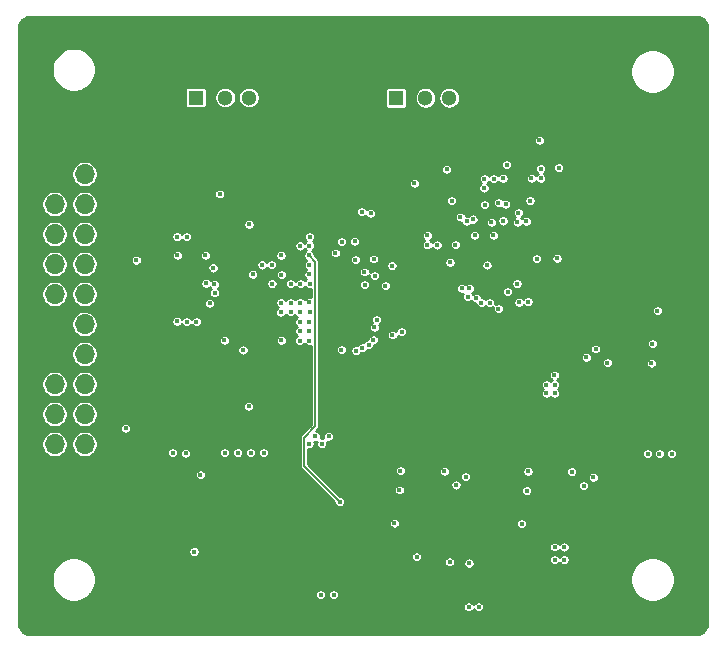
<source format=gbr>
%TF.GenerationSoftware,KiCad,Pcbnew,5.1.9-1.fc33*%
%TF.CreationDate,2021-05-17T09:51:24-07:00*%
%TF.ProjectId,hardware,68617264-7761-4726-952e-6b696361645f,rev?*%
%TF.SameCoordinates,Original*%
%TF.FileFunction,Copper,L3,Inr*%
%TF.FilePolarity,Positive*%
%FSLAX46Y46*%
G04 Gerber Fmt 4.6, Leading zero omitted, Abs format (unit mm)*
G04 Created by KiCad (PCBNEW 5.1.9-1.fc33) date 2021-05-17 09:51:24*
%MOMM*%
%LPD*%
G01*
G04 APERTURE LIST*
%TA.AperFunction,ComponentPad*%
%ADD10O,1.700000X1.700000*%
%TD*%
%TA.AperFunction,ComponentPad*%
%ADD11R,1.700000X1.700000*%
%TD*%
%TA.AperFunction,ComponentPad*%
%ADD12O,2.900000X1.900000*%
%TD*%
%TA.AperFunction,ComponentPad*%
%ADD13O,1.900000X2.900000*%
%TD*%
%TA.AperFunction,ComponentPad*%
%ADD14C,1.300000*%
%TD*%
%TA.AperFunction,ComponentPad*%
%ADD15R,1.300000X1.300000*%
%TD*%
%TA.AperFunction,ComponentPad*%
%ADD16C,0.450000*%
%TD*%
%TA.AperFunction,ViaPad*%
%ADD17C,0.400000*%
%TD*%
%TA.AperFunction,Conductor*%
%ADD18C,0.150000*%
%TD*%
%TA.AperFunction,Conductor*%
%ADD19C,0.254000*%
%TD*%
%TA.AperFunction,Conductor*%
%ADD20C,0.100000*%
%TD*%
G04 APERTURE END LIST*
D10*
%TO.N,/gpio/PG8*%
%TO.C,J5*%
X100914200Y-120548400D03*
%TO.N,/gpio/PG6*%
X98374200Y-120548400D03*
%TO.N,/gpio/PG9*%
X100914200Y-118008400D03*
%TO.N,/gpio/PG7*%
X98374200Y-118008400D03*
%TO.N,/gpio/PG11*%
X100914200Y-115468400D03*
%TO.N,/gpio/PG10*%
X98374200Y-115468400D03*
%TO.N,/gpio/UART0_RX*%
X100914200Y-112928400D03*
%TO.N,GND*%
X98374200Y-112928400D03*
%TO.N,/gpio/UART0_TX*%
X100914200Y-110388400D03*
%TO.N,GND*%
X98374200Y-110388400D03*
%TO.N,/gpio/RESET*%
X100914200Y-107848400D03*
%TO.N,Net-(J5-Pad9)*%
X98374200Y-107848400D03*
%TO.N,+3V3*%
X100914200Y-105308400D03*
%TO.N,+3V0*%
X98374200Y-105308400D03*
%TO.N,+1V35*%
X100914200Y-102768400D03*
%TO.N,+1V1*%
X98374200Y-102768400D03*
%TO.N,Net-(J5-Pad4)*%
X100914200Y-100228400D03*
%TO.N,Net-(J5-Pad3)*%
X98374200Y-100228400D03*
%TO.N,+5V*%
X100914200Y-97688400D03*
D11*
%TO.N,GND*%
X98374200Y-97688400D03*
%TD*%
D12*
%TO.N,GND*%
%TO.C,J3*%
X113827440Y-86421240D03*
D13*
X120397440Y-90601240D03*
X107257440Y-90601240D03*
D14*
X117327440Y-91201240D03*
%TO.N,/gpio/USB-DP1*%
X114827440Y-91201240D03*
%TO.N,/gpio/USB-DM1*%
X112827440Y-91201240D03*
D15*
%TO.N,+5V*%
X110327440Y-91201240D03*
%TD*%
D12*
%TO.N,GND*%
%TO.C,J2*%
X130779400Y-86456800D03*
D13*
X137349400Y-90636800D03*
X124209400Y-90636800D03*
D14*
X134279400Y-91236800D03*
%TO.N,/gpio/USB-DP0*%
X131779400Y-91236800D03*
%TO.N,/gpio/USB-DM0*%
X129779400Y-91236800D03*
D15*
%TO.N,+5V*%
X127279400Y-91236800D03*
%TD*%
D16*
%TO.N,GND*%
%TO.C,U6*%
X131600320Y-133458840D03*
X131600320Y-132458840D03*
X132100320Y-132958840D03*
X132600320Y-133458840D03*
X132600320Y-132458840D03*
%TD*%
%TO.N,GND*%
%TO.C,U5*%
X141299820Y-124720160D03*
X140299820Y-124720160D03*
X140799820Y-124220160D03*
X141299820Y-123720160D03*
X140299820Y-123720160D03*
%TD*%
%TO.N,GND*%
%TO.C,U4*%
X130497200Y-124667900D03*
X129497200Y-124667900D03*
X129997200Y-124167900D03*
X130497200Y-123667900D03*
X129497200Y-123667900D03*
%TD*%
%TO.N,GND*%
%TO.C,U3*%
X146058000Y-111828960D03*
X147058000Y-111828960D03*
X146558000Y-112328960D03*
X146058000Y-112828960D03*
X147058000Y-112828960D03*
%TD*%
D17*
%TO.N,d5*%
X134086600Y-108204000D03*
X134756582Y-98089689D03*
%TO.N,d7*%
X134785100Y-100266500D03*
X134518400Y-108566000D03*
%TO.N,d4*%
X135204200Y-108559600D03*
X135535863Y-102868491D03*
%TO.N,d6*%
X133940600Y-102870000D03*
X133363430Y-108065980D03*
%TO.N,d3*%
X119964200Y-106959400D03*
X124387243Y-100866843D03*
%TO.N,d1*%
X124612400Y-105968799D03*
X125145800Y-100990400D03*
%TO.N,d0*%
X132715000Y-101320600D03*
X126935280Y-105434214D03*
%TO.N,d11*%
X119964200Y-102997000D03*
X123774200Y-103378000D03*
%TO.N,adr13*%
X119913400Y-110972600D03*
X124433024Y-112392546D03*
%TO.N,adr9*%
X119151400Y-110972600D03*
X123901200Y-112642556D03*
%TO.N,adr7*%
X119151400Y-110210600D03*
X125361700Y-111721900D03*
%TO.N,adr0*%
X119126000Y-111785400D03*
X122669300Y-112547400D03*
%TO.N,adr3*%
X119964200Y-109347000D03*
X126960754Y-111309200D03*
%TO.N,Net-(C1-Pad2)*%
X134990610Y-105386569D03*
X138742341Y-98051525D03*
%TO.N,+1V35*%
X140716000Y-115519200D03*
X140716000Y-116255800D03*
X140017500Y-115519200D03*
X140017500Y-116255800D03*
X129941933Y-102874467D03*
X129921000Y-103682800D03*
X130755218Y-103688222D03*
X132313448Y-103647932D03*
X139186920Y-104851200D03*
X140924280Y-104825800D03*
X135354190Y-101752400D03*
X136348499Y-98045255D03*
X135548514Y-98081160D03*
X134740600Y-98864570D03*
X131572000Y-97282000D03*
X128828800Y-98463449D03*
X139547600Y-97231200D03*
X141071600Y-97129600D03*
X137655300Y-100939600D03*
X139407900Y-94822000D03*
X117538500Y-108559600D03*
X117525800Y-109372400D03*
X140703300Y-114693700D03*
X112369600Y-99364800D03*
%TO.N,GND*%
X125476000Y-102108000D03*
X127000000Y-97790000D03*
X135107680Y-107878880D03*
X147853400Y-111020860D03*
X148640800Y-111020860D03*
X146812000Y-115389660D03*
X146812000Y-114881660D03*
X144830800Y-118386860D03*
X144830800Y-117602000D03*
X130792220Y-131663440D03*
X130797300Y-130860800D03*
X135623300Y-132689600D03*
X134653020Y-132704840D03*
X136989820Y-135458200D03*
X136989820Y-136362440D03*
X138379200Y-134683500D03*
X137477500Y-134683500D03*
X138734800Y-125526800D03*
X142519400Y-118162260D03*
X140545820Y-120878600D03*
X139504420Y-125528260D03*
X144297400Y-119227600D03*
X143314420Y-119229060D03*
X140545820Y-121667460D03*
X142519400Y-118922800D03*
X128701800Y-125476000D03*
X127812800Y-125476000D03*
X129743200Y-120789700D03*
X129743200Y-121615200D03*
X132562600Y-119278400D03*
X133400800Y-119278400D03*
X132283200Y-101904800D03*
X130378200Y-104800400D03*
X130728804Y-102861767D03*
X141772640Y-104744520D03*
X140096240Y-104759760D03*
X135260080Y-104805480D03*
X138328400Y-104749600D03*
X135530329Y-98863201D03*
X133146800Y-98056700D03*
X133464300Y-100215700D03*
X140258800Y-97142300D03*
X142252700Y-97155000D03*
X114363500Y-109372400D03*
X113563400Y-109385100D03*
X112750600Y-109372400D03*
X114363500Y-108559600D03*
X114363500Y-107759500D03*
X114376200Y-110159800D03*
X113563400Y-110172500D03*
X111150400Y-109347000D03*
X114376200Y-110921800D03*
X131724400Y-118110000D03*
X131724400Y-119164100D03*
X143154400Y-117218460D03*
X143916400Y-117218460D03*
X119092337Y-105363599D03*
X137172700Y-99834700D03*
X132257800Y-104736900D03*
X125730000Y-97790000D03*
%TO.N,dba1*%
X118364000Y-108559600D03*
X139549162Y-98044568D03*
%TO.N,dba2*%
X119126000Y-109372400D03*
X125450600Y-110667800D03*
X138303000Y-101676200D03*
X137693400Y-108534200D03*
%TO.N,dba0*%
X119954406Y-108546999D03*
X125636202Y-110024998D03*
%TO.N,/ram/!LDQS*%
X133479647Y-107366090D03*
X133793904Y-101497335D03*
%TO.N,adr15*%
X138633200Y-99949000D03*
X127762000Y-111029800D03*
X138455400Y-108483400D03*
X119938800Y-111785400D03*
%TO.N,/DVREF*%
X117551200Y-104571800D03*
X114833400Y-101930200D03*
%TO.N,Net-(R6-Pad1)*%
X119151400Y-103764080D03*
%TO.N,/ram/!RST*%
X119913400Y-110210600D03*
X124967299Y-112122000D03*
%TO.N,/ram/!WE*%
X119151400Y-108559600D03*
X137552951Y-101764351D03*
X137530840Y-106963474D03*
X126371400Y-107118200D03*
%TO.N,/ram/!CS*%
X119938800Y-105384600D03*
X123850400Y-104918789D03*
X125488700Y-106273600D03*
X125399800Y-104876600D03*
%TO.N,/ram/!CKE*%
X118364000Y-109347000D03*
X136652000Y-96875600D03*
%TO.N,/ram/!CK*%
X136728200Y-107645200D03*
X136570720Y-100243640D03*
%TO.N,/ram/!CAS*%
X136342123Y-101645915D03*
X119926100Y-106184700D03*
%TO.N,/ram/ODT*%
X119176800Y-106959400D03*
X124643857Y-107048057D03*
%TO.N,/ram/CK*%
X135940800Y-109067600D03*
X135940800Y-100101400D03*
%TO.N,/ram/!RAS*%
X122148600Y-104368600D03*
X118363999Y-106959400D03*
%TO.N,/ram/LDQS*%
X133273800Y-101676200D03*
X132829914Y-107363475D03*
%TO.N,/ram/LDM*%
X131851400Y-105168799D03*
X132003800Y-99923600D03*
%TO.N,/ram/UDM*%
X119948960Y-103759000D03*
X122682000Y-103403400D03*
%TO.N,+2V5*%
X119913400Y-104571800D03*
X122529600Y-125425200D03*
%TO.N,+1V1*%
X141516100Y-130327400D03*
X140716000Y-130327400D03*
X140716000Y-129260600D03*
X141516100Y-129260600D03*
X111798100Y-105625900D03*
X117558820Y-111747300D03*
X116776500Y-106959400D03*
X115938300Y-105371900D03*
X114335620Y-112575280D03*
%TO.N,+3V0*%
X119913400Y-120523000D03*
X120459500Y-119900700D03*
X121005600Y-120523000D03*
X121577100Y-119900700D03*
X111495840Y-108610400D03*
X111912400Y-107010200D03*
X117563999Y-106197400D03*
%TO.N,+3V3*%
X116763800Y-105359200D03*
X111937800Y-107746800D03*
X112750600Y-111760000D03*
X150622000Y-121348500D03*
X149580600Y-121348500D03*
X148590000Y-121348500D03*
X105283000Y-104965500D03*
X108762800Y-104546400D03*
X112776000Y-121259600D03*
X110185200Y-129641600D03*
X110703900Y-123153900D03*
X120904000Y-133299200D03*
X121996200Y-133299200D03*
%TO.N,+5V*%
X148996400Y-112052100D03*
X145186400Y-113652300D03*
X131833620Y-130520440D03*
X133433820Y-134330440D03*
X143383000Y-113205260D03*
X144195800Y-112494060D03*
X138361420Y-124486860D03*
X142171420Y-122886660D03*
X143974820Y-123343860D03*
X143162020Y-124055060D03*
X133172200Y-123291600D03*
X132359400Y-124002800D03*
X127558800Y-124434600D03*
X131368800Y-122834400D03*
X134289800Y-134327900D03*
%TO.N,GND*%
X124460000Y-97790000D03*
X108712000Y-100584000D03*
X110744000Y-101092000D03*
X105156000Y-112268000D03*
X103632000Y-113347500D03*
X103632000Y-114808000D03*
X104140000Y-116332000D03*
X104140000Y-117475000D03*
X103124000Y-119380000D03*
X105156000Y-120904000D03*
X108712000Y-117856000D03*
X111252000Y-116840000D03*
X117856000Y-118364000D03*
X117856000Y-122428000D03*
X121920000Y-122428000D03*
X131572000Y-129032000D03*
X124460000Y-135636000D03*
X132080000Y-136144000D03*
X136652000Y-125476000D03*
X144780000Y-123444000D03*
X151384000Y-118872000D03*
X150876000Y-111760000D03*
X144272000Y-109728000D03*
X150876000Y-110744000D03*
X145796000Y-105664000D03*
X145796000Y-107188000D03*
X140716000Y-113284000D03*
X132588000Y-115824000D03*
X144780000Y-98552000D03*
X143764000Y-96520000D03*
X141732000Y-94488000D03*
X143764000Y-92964000D03*
X143764000Y-94488000D03*
X133604000Y-95504000D03*
X131064000Y-95504000D03*
X128016000Y-95504000D03*
%TO.N,+3V0*%
X114808000Y-117348000D03*
%TO.N,Net-(C10-Pad1)*%
X148894800Y-113687860D03*
X149421401Y-109261461D03*
%TO.N,Net-(C14-Pad1)*%
X127660400Y-122809000D03*
X127133799Y-127235399D03*
%TO.N,Net-(C22-Pad1)*%
X138463020Y-122861260D03*
X137936419Y-127287659D03*
%TO.N,Net-(C23-Pad1)*%
X133459220Y-130622040D03*
X129032821Y-130095439D03*
%TO.N,/gpio/SD_DET*%
X110375700Y-110185200D03*
X104407790Y-119213810D03*
%TO.N,/gpio/SD_DAT0*%
X109474000Y-121310400D03*
%TO.N,/gpio/SD_CMD*%
X113893600Y-121259600D03*
%TO.N,/gpio/SD_DAT3*%
X114985800Y-121285000D03*
%TO.N,/gpio/SD_DAT2*%
X116078000Y-121285000D03*
%TO.N,/gpio/SD_DAT1*%
X108381800Y-121285000D03*
%TO.N,/VCC-EFUSE*%
X115163600Y-106172000D03*
%TO.N,Net-(C99-Pad1)*%
X111201200Y-106934000D03*
%TO.N,Net-(R30-Pad1)*%
X111150400Y-104571800D03*
%TO.N,/gpio/UART0_TX*%
X108737400Y-110159800D03*
%TO.N,/gpio/UART0_RX*%
X109550200Y-110173000D03*
%TO.N,/gpio/USB-DP0*%
X108737400Y-102997000D03*
%TO.N,/gpio/USB-DM0*%
X109550200Y-102971600D03*
%TD*%
D18*
%TO.N,+2V5*%
X120446800Y-105105200D02*
X119913400Y-104571800D01*
X120446800Y-119034560D02*
X120446800Y-105105200D01*
X119488399Y-119992961D02*
X120446800Y-119034560D01*
X119488399Y-122383999D02*
X119488399Y-119992961D01*
X122529600Y-125425200D02*
X119488399Y-122383999D01*
%TD*%
D19*
%TO.N,GND*%
X152920189Y-84394376D02*
X153083850Y-84444022D01*
X153234672Y-84524638D01*
X153366870Y-84633130D01*
X153475362Y-84765328D01*
X153555978Y-84916150D01*
X153605624Y-85079811D01*
X153623000Y-85256234D01*
X153623000Y-135743766D01*
X153605624Y-135920189D01*
X153555978Y-136083850D01*
X153475362Y-136234672D01*
X153366870Y-136366870D01*
X153234672Y-136475362D01*
X153083850Y-136555978D01*
X152920189Y-136605624D01*
X152743766Y-136623000D01*
X96226029Y-136623000D01*
X96049530Y-136605610D01*
X95885823Y-136555930D01*
X95734957Y-136475255D01*
X95602738Y-136366689D01*
X95494248Y-136234404D01*
X95413661Y-136083491D01*
X95364077Y-135919754D01*
X95346791Y-135743249D01*
X95347647Y-134283460D01*
X132956820Y-134283460D01*
X132956820Y-134377420D01*
X132975151Y-134469576D01*
X133011108Y-134556384D01*
X133063310Y-134634510D01*
X133129750Y-134700950D01*
X133207876Y-134753152D01*
X133294684Y-134789109D01*
X133386840Y-134807440D01*
X133480800Y-134807440D01*
X133572956Y-134789109D01*
X133659764Y-134753152D01*
X133737890Y-134700950D01*
X133804330Y-134634510D01*
X133856532Y-134556384D01*
X133862336Y-134542372D01*
X133867088Y-134553844D01*
X133919290Y-134631970D01*
X133985730Y-134698410D01*
X134063856Y-134750612D01*
X134150664Y-134786569D01*
X134242820Y-134804900D01*
X134336780Y-134804900D01*
X134428936Y-134786569D01*
X134515744Y-134750612D01*
X134593870Y-134698410D01*
X134660310Y-134631970D01*
X134712512Y-134553844D01*
X134748469Y-134467036D01*
X134766800Y-134374880D01*
X134766800Y-134280920D01*
X134748469Y-134188764D01*
X134712512Y-134101956D01*
X134660310Y-134023830D01*
X134593870Y-133957390D01*
X134515744Y-133905188D01*
X134428936Y-133869231D01*
X134336780Y-133850900D01*
X134242820Y-133850900D01*
X134150664Y-133869231D01*
X134063856Y-133905188D01*
X133985730Y-133957390D01*
X133919290Y-134023830D01*
X133867088Y-134101956D01*
X133861284Y-134115968D01*
X133856532Y-134104496D01*
X133804330Y-134026370D01*
X133737890Y-133959930D01*
X133659764Y-133907728D01*
X133572956Y-133871771D01*
X133480800Y-133853440D01*
X133386840Y-133853440D01*
X133294684Y-133871771D01*
X133207876Y-133907728D01*
X133129750Y-133959930D01*
X133063310Y-134026370D01*
X133011108Y-134104496D01*
X132975151Y-134191304D01*
X132956820Y-134283460D01*
X95347647Y-134283460D01*
X95349095Y-131815132D01*
X98123000Y-131815132D01*
X98123000Y-132184868D01*
X98195132Y-132547501D01*
X98336624Y-132889093D01*
X98542039Y-133196518D01*
X98803482Y-133457961D01*
X99110907Y-133663376D01*
X99452499Y-133804868D01*
X99815132Y-133877000D01*
X100184868Y-133877000D01*
X100547501Y-133804868D01*
X100889093Y-133663376D01*
X101196518Y-133457961D01*
X101402259Y-133252220D01*
X120427000Y-133252220D01*
X120427000Y-133346180D01*
X120445331Y-133438336D01*
X120481288Y-133525144D01*
X120533490Y-133603270D01*
X120599930Y-133669710D01*
X120678056Y-133721912D01*
X120764864Y-133757869D01*
X120857020Y-133776200D01*
X120950980Y-133776200D01*
X121043136Y-133757869D01*
X121129944Y-133721912D01*
X121208070Y-133669710D01*
X121274510Y-133603270D01*
X121326712Y-133525144D01*
X121362669Y-133438336D01*
X121381000Y-133346180D01*
X121381000Y-133252220D01*
X121519200Y-133252220D01*
X121519200Y-133346180D01*
X121537531Y-133438336D01*
X121573488Y-133525144D01*
X121625690Y-133603270D01*
X121692130Y-133669710D01*
X121770256Y-133721912D01*
X121857064Y-133757869D01*
X121949220Y-133776200D01*
X122043180Y-133776200D01*
X122135336Y-133757869D01*
X122222144Y-133721912D01*
X122300270Y-133669710D01*
X122366710Y-133603270D01*
X122418912Y-133525144D01*
X122454869Y-133438336D01*
X122473200Y-133346180D01*
X122473200Y-133252220D01*
X122454869Y-133160064D01*
X122418912Y-133073256D01*
X122366710Y-132995130D01*
X122300270Y-132928690D01*
X122222144Y-132876488D01*
X122135336Y-132840531D01*
X122043180Y-132822200D01*
X121949220Y-132822200D01*
X121857064Y-132840531D01*
X121770256Y-132876488D01*
X121692130Y-132928690D01*
X121625690Y-132995130D01*
X121573488Y-133073256D01*
X121537531Y-133160064D01*
X121519200Y-133252220D01*
X121381000Y-133252220D01*
X121362669Y-133160064D01*
X121326712Y-133073256D01*
X121274510Y-132995130D01*
X121208070Y-132928690D01*
X121129944Y-132876488D01*
X121043136Y-132840531D01*
X120950980Y-132822200D01*
X120857020Y-132822200D01*
X120764864Y-132840531D01*
X120678056Y-132876488D01*
X120599930Y-132928690D01*
X120533490Y-132995130D01*
X120481288Y-133073256D01*
X120445331Y-133160064D01*
X120427000Y-133252220D01*
X101402259Y-133252220D01*
X101457961Y-133196518D01*
X101663376Y-132889093D01*
X101804868Y-132547501D01*
X101877000Y-132184868D01*
X101877000Y-131815132D01*
X147123000Y-131815132D01*
X147123000Y-132184868D01*
X147195132Y-132547501D01*
X147336624Y-132889093D01*
X147542039Y-133196518D01*
X147803482Y-133457961D01*
X148110907Y-133663376D01*
X148452499Y-133804868D01*
X148815132Y-133877000D01*
X149184868Y-133877000D01*
X149547501Y-133804868D01*
X149889093Y-133663376D01*
X150196518Y-133457961D01*
X150457961Y-133196518D01*
X150663376Y-132889093D01*
X150804868Y-132547501D01*
X150877000Y-132184868D01*
X150877000Y-131815132D01*
X150804868Y-131452499D01*
X150663376Y-131110907D01*
X150457961Y-130803482D01*
X150196518Y-130542039D01*
X149889093Y-130336624D01*
X149547501Y-130195132D01*
X149184868Y-130123000D01*
X148815132Y-130123000D01*
X148452499Y-130195132D01*
X148110907Y-130336624D01*
X147803482Y-130542039D01*
X147542039Y-130803482D01*
X147336624Y-131110907D01*
X147195132Y-131452499D01*
X147123000Y-131815132D01*
X101877000Y-131815132D01*
X101804868Y-131452499D01*
X101663376Y-131110907D01*
X101457961Y-130803482D01*
X101196518Y-130542039D01*
X100889093Y-130336624D01*
X100547501Y-130195132D01*
X100184868Y-130123000D01*
X99815132Y-130123000D01*
X99452499Y-130195132D01*
X99110907Y-130336624D01*
X98803482Y-130542039D01*
X98542039Y-130803482D01*
X98336624Y-131110907D01*
X98195132Y-131452499D01*
X98123000Y-131815132D01*
X95349095Y-131815132D01*
X95350397Y-129594620D01*
X109708200Y-129594620D01*
X109708200Y-129688580D01*
X109726531Y-129780736D01*
X109762488Y-129867544D01*
X109814690Y-129945670D01*
X109881130Y-130012110D01*
X109959256Y-130064312D01*
X110046064Y-130100269D01*
X110138220Y-130118600D01*
X110232180Y-130118600D01*
X110324336Y-130100269D01*
X110411144Y-130064312D01*
X110434869Y-130048459D01*
X128555821Y-130048459D01*
X128555821Y-130142419D01*
X128574152Y-130234575D01*
X128610109Y-130321383D01*
X128662311Y-130399509D01*
X128728751Y-130465949D01*
X128806877Y-130518151D01*
X128893685Y-130554108D01*
X128985841Y-130572439D01*
X129079801Y-130572439D01*
X129171957Y-130554108D01*
X129258765Y-130518151D01*
X129325649Y-130473460D01*
X131356620Y-130473460D01*
X131356620Y-130567420D01*
X131374951Y-130659576D01*
X131410908Y-130746384D01*
X131463110Y-130824510D01*
X131529550Y-130890950D01*
X131607676Y-130943152D01*
X131694484Y-130979109D01*
X131786640Y-130997440D01*
X131880600Y-130997440D01*
X131972756Y-130979109D01*
X132059564Y-130943152D01*
X132137690Y-130890950D01*
X132204130Y-130824510D01*
X132256332Y-130746384D01*
X132292289Y-130659576D01*
X132309100Y-130575060D01*
X132982220Y-130575060D01*
X132982220Y-130669020D01*
X133000551Y-130761176D01*
X133036508Y-130847984D01*
X133088710Y-130926110D01*
X133155150Y-130992550D01*
X133233276Y-131044752D01*
X133320084Y-131080709D01*
X133412240Y-131099040D01*
X133506200Y-131099040D01*
X133598356Y-131080709D01*
X133685164Y-131044752D01*
X133763290Y-130992550D01*
X133829730Y-130926110D01*
X133881932Y-130847984D01*
X133917889Y-130761176D01*
X133936220Y-130669020D01*
X133936220Y-130575060D01*
X133917889Y-130482904D01*
X133881932Y-130396096D01*
X133829730Y-130317970D01*
X133792180Y-130280420D01*
X140239000Y-130280420D01*
X140239000Y-130374380D01*
X140257331Y-130466536D01*
X140293288Y-130553344D01*
X140345490Y-130631470D01*
X140411930Y-130697910D01*
X140490056Y-130750112D01*
X140576864Y-130786069D01*
X140669020Y-130804400D01*
X140762980Y-130804400D01*
X140855136Y-130786069D01*
X140941944Y-130750112D01*
X141020070Y-130697910D01*
X141086510Y-130631470D01*
X141116050Y-130587260D01*
X141145590Y-130631470D01*
X141212030Y-130697910D01*
X141290156Y-130750112D01*
X141376964Y-130786069D01*
X141469120Y-130804400D01*
X141563080Y-130804400D01*
X141655236Y-130786069D01*
X141742044Y-130750112D01*
X141820170Y-130697910D01*
X141886610Y-130631470D01*
X141938812Y-130553344D01*
X141974769Y-130466536D01*
X141993100Y-130374380D01*
X141993100Y-130280420D01*
X141974769Y-130188264D01*
X141938812Y-130101456D01*
X141886610Y-130023330D01*
X141820170Y-129956890D01*
X141742044Y-129904688D01*
X141655236Y-129868731D01*
X141563080Y-129850400D01*
X141469120Y-129850400D01*
X141376964Y-129868731D01*
X141290156Y-129904688D01*
X141212030Y-129956890D01*
X141145590Y-130023330D01*
X141116050Y-130067540D01*
X141086510Y-130023330D01*
X141020070Y-129956890D01*
X140941944Y-129904688D01*
X140855136Y-129868731D01*
X140762980Y-129850400D01*
X140669020Y-129850400D01*
X140576864Y-129868731D01*
X140490056Y-129904688D01*
X140411930Y-129956890D01*
X140345490Y-130023330D01*
X140293288Y-130101456D01*
X140257331Y-130188264D01*
X140239000Y-130280420D01*
X133792180Y-130280420D01*
X133763290Y-130251530D01*
X133685164Y-130199328D01*
X133598356Y-130163371D01*
X133506200Y-130145040D01*
X133412240Y-130145040D01*
X133320084Y-130163371D01*
X133233276Y-130199328D01*
X133155150Y-130251530D01*
X133088710Y-130317970D01*
X133036508Y-130396096D01*
X133000551Y-130482904D01*
X132982220Y-130575060D01*
X132309100Y-130575060D01*
X132310620Y-130567420D01*
X132310620Y-130473460D01*
X132292289Y-130381304D01*
X132256332Y-130294496D01*
X132204130Y-130216370D01*
X132137690Y-130149930D01*
X132059564Y-130097728D01*
X131972756Y-130061771D01*
X131880600Y-130043440D01*
X131786640Y-130043440D01*
X131694484Y-130061771D01*
X131607676Y-130097728D01*
X131529550Y-130149930D01*
X131463110Y-130216370D01*
X131410908Y-130294496D01*
X131374951Y-130381304D01*
X131356620Y-130473460D01*
X129325649Y-130473460D01*
X129336891Y-130465949D01*
X129403331Y-130399509D01*
X129455533Y-130321383D01*
X129491490Y-130234575D01*
X129509821Y-130142419D01*
X129509821Y-130048459D01*
X129491490Y-129956303D01*
X129455533Y-129869495D01*
X129403331Y-129791369D01*
X129336891Y-129724929D01*
X129258765Y-129672727D01*
X129171957Y-129636770D01*
X129079801Y-129618439D01*
X128985841Y-129618439D01*
X128893685Y-129636770D01*
X128806877Y-129672727D01*
X128728751Y-129724929D01*
X128662311Y-129791369D01*
X128610109Y-129869495D01*
X128574152Y-129956303D01*
X128555821Y-130048459D01*
X110434869Y-130048459D01*
X110489270Y-130012110D01*
X110555710Y-129945670D01*
X110607912Y-129867544D01*
X110643869Y-129780736D01*
X110662200Y-129688580D01*
X110662200Y-129594620D01*
X110643869Y-129502464D01*
X110607912Y-129415656D01*
X110555710Y-129337530D01*
X110489270Y-129271090D01*
X110411144Y-129218888D01*
X110398426Y-129213620D01*
X140239000Y-129213620D01*
X140239000Y-129307580D01*
X140257331Y-129399736D01*
X140293288Y-129486544D01*
X140345490Y-129564670D01*
X140411930Y-129631110D01*
X140490056Y-129683312D01*
X140576864Y-129719269D01*
X140669020Y-129737600D01*
X140762980Y-129737600D01*
X140855136Y-129719269D01*
X140941944Y-129683312D01*
X141020070Y-129631110D01*
X141086510Y-129564670D01*
X141116050Y-129520460D01*
X141145590Y-129564670D01*
X141212030Y-129631110D01*
X141290156Y-129683312D01*
X141376964Y-129719269D01*
X141469120Y-129737600D01*
X141563080Y-129737600D01*
X141655236Y-129719269D01*
X141742044Y-129683312D01*
X141820170Y-129631110D01*
X141886610Y-129564670D01*
X141938812Y-129486544D01*
X141974769Y-129399736D01*
X141993100Y-129307580D01*
X141993100Y-129213620D01*
X141974769Y-129121464D01*
X141938812Y-129034656D01*
X141886610Y-128956530D01*
X141820170Y-128890090D01*
X141742044Y-128837888D01*
X141655236Y-128801931D01*
X141563080Y-128783600D01*
X141469120Y-128783600D01*
X141376964Y-128801931D01*
X141290156Y-128837888D01*
X141212030Y-128890090D01*
X141145590Y-128956530D01*
X141116050Y-129000740D01*
X141086510Y-128956530D01*
X141020070Y-128890090D01*
X140941944Y-128837888D01*
X140855136Y-128801931D01*
X140762980Y-128783600D01*
X140669020Y-128783600D01*
X140576864Y-128801931D01*
X140490056Y-128837888D01*
X140411930Y-128890090D01*
X140345490Y-128956530D01*
X140293288Y-129034656D01*
X140257331Y-129121464D01*
X140239000Y-129213620D01*
X110398426Y-129213620D01*
X110324336Y-129182931D01*
X110232180Y-129164600D01*
X110138220Y-129164600D01*
X110046064Y-129182931D01*
X109959256Y-129218888D01*
X109881130Y-129271090D01*
X109814690Y-129337530D01*
X109762488Y-129415656D01*
X109726531Y-129502464D01*
X109708200Y-129594620D01*
X95350397Y-129594620D01*
X95351808Y-127188419D01*
X126656799Y-127188419D01*
X126656799Y-127282379D01*
X126675130Y-127374535D01*
X126711087Y-127461343D01*
X126763289Y-127539469D01*
X126829729Y-127605909D01*
X126907855Y-127658111D01*
X126994663Y-127694068D01*
X127086819Y-127712399D01*
X127180779Y-127712399D01*
X127272935Y-127694068D01*
X127359743Y-127658111D01*
X127437869Y-127605909D01*
X127504309Y-127539469D01*
X127556511Y-127461343D01*
X127592468Y-127374535D01*
X127610799Y-127282379D01*
X127610799Y-127240679D01*
X137459419Y-127240679D01*
X137459419Y-127334639D01*
X137477750Y-127426795D01*
X137513707Y-127513603D01*
X137565909Y-127591729D01*
X137632349Y-127658169D01*
X137710475Y-127710371D01*
X137797283Y-127746328D01*
X137889439Y-127764659D01*
X137983399Y-127764659D01*
X138075555Y-127746328D01*
X138162363Y-127710371D01*
X138240489Y-127658169D01*
X138306929Y-127591729D01*
X138359131Y-127513603D01*
X138395088Y-127426795D01*
X138413419Y-127334639D01*
X138413419Y-127240679D01*
X138395088Y-127148523D01*
X138359131Y-127061715D01*
X138306929Y-126983589D01*
X138240489Y-126917149D01*
X138162363Y-126864947D01*
X138075555Y-126828990D01*
X137983399Y-126810659D01*
X137889439Y-126810659D01*
X137797283Y-126828990D01*
X137710475Y-126864947D01*
X137632349Y-126917149D01*
X137565909Y-126983589D01*
X137513707Y-127061715D01*
X137477750Y-127148523D01*
X137459419Y-127240679D01*
X127610799Y-127240679D01*
X127610799Y-127188419D01*
X127592468Y-127096263D01*
X127556511Y-127009455D01*
X127504309Y-126931329D01*
X127437869Y-126864889D01*
X127359743Y-126812687D01*
X127272935Y-126776730D01*
X127180779Y-126758399D01*
X127086819Y-126758399D01*
X126994663Y-126776730D01*
X126907855Y-126812687D01*
X126829729Y-126864889D01*
X126763289Y-126931329D01*
X126711087Y-127009455D01*
X126675130Y-127096263D01*
X126656799Y-127188419D01*
X95351808Y-127188419D01*
X95354203Y-123106920D01*
X110226900Y-123106920D01*
X110226900Y-123200880D01*
X110245231Y-123293036D01*
X110281188Y-123379844D01*
X110333390Y-123457970D01*
X110399830Y-123524410D01*
X110477956Y-123576612D01*
X110564764Y-123612569D01*
X110656920Y-123630900D01*
X110750880Y-123630900D01*
X110843036Y-123612569D01*
X110929844Y-123576612D01*
X111007970Y-123524410D01*
X111074410Y-123457970D01*
X111126612Y-123379844D01*
X111162569Y-123293036D01*
X111180900Y-123200880D01*
X111180900Y-123106920D01*
X111162569Y-123014764D01*
X111126612Y-122927956D01*
X111074410Y-122849830D01*
X111007970Y-122783390D01*
X110929844Y-122731188D01*
X110843036Y-122695231D01*
X110750880Y-122676900D01*
X110656920Y-122676900D01*
X110564764Y-122695231D01*
X110477956Y-122731188D01*
X110399830Y-122783390D01*
X110333390Y-122849830D01*
X110281188Y-122927956D01*
X110245231Y-123014764D01*
X110226900Y-123106920D01*
X95354203Y-123106920D01*
X95355770Y-120437400D01*
X97247200Y-120437400D01*
X97247200Y-120659400D01*
X97290510Y-120877134D01*
X97375466Y-121082235D01*
X97498802Y-121266821D01*
X97655779Y-121423798D01*
X97840365Y-121547134D01*
X98045466Y-121632090D01*
X98263200Y-121675400D01*
X98485200Y-121675400D01*
X98702934Y-121632090D01*
X98908035Y-121547134D01*
X99092621Y-121423798D01*
X99249598Y-121266821D01*
X99372934Y-121082235D01*
X99457890Y-120877134D01*
X99501200Y-120659400D01*
X99501200Y-120437400D01*
X99787200Y-120437400D01*
X99787200Y-120659400D01*
X99830510Y-120877134D01*
X99915466Y-121082235D01*
X100038802Y-121266821D01*
X100195779Y-121423798D01*
X100380365Y-121547134D01*
X100585466Y-121632090D01*
X100803200Y-121675400D01*
X101025200Y-121675400D01*
X101242934Y-121632090D01*
X101448035Y-121547134D01*
X101632621Y-121423798D01*
X101789598Y-121266821D01*
X101808842Y-121238020D01*
X107904800Y-121238020D01*
X107904800Y-121331980D01*
X107923131Y-121424136D01*
X107959088Y-121510944D01*
X108011290Y-121589070D01*
X108077730Y-121655510D01*
X108155856Y-121707712D01*
X108242664Y-121743669D01*
X108334820Y-121762000D01*
X108428780Y-121762000D01*
X108520936Y-121743669D01*
X108607744Y-121707712D01*
X108685870Y-121655510D01*
X108752310Y-121589070D01*
X108804512Y-121510944D01*
X108840469Y-121424136D01*
X108858800Y-121331980D01*
X108858800Y-121263420D01*
X108997000Y-121263420D01*
X108997000Y-121357380D01*
X109015331Y-121449536D01*
X109051288Y-121536344D01*
X109103490Y-121614470D01*
X109169930Y-121680910D01*
X109248056Y-121733112D01*
X109334864Y-121769069D01*
X109427020Y-121787400D01*
X109520980Y-121787400D01*
X109613136Y-121769069D01*
X109699944Y-121733112D01*
X109778070Y-121680910D01*
X109844510Y-121614470D01*
X109896712Y-121536344D01*
X109932669Y-121449536D01*
X109951000Y-121357380D01*
X109951000Y-121263420D01*
X109940896Y-121212620D01*
X112299000Y-121212620D01*
X112299000Y-121306580D01*
X112317331Y-121398736D01*
X112353288Y-121485544D01*
X112405490Y-121563670D01*
X112471930Y-121630110D01*
X112550056Y-121682312D01*
X112636864Y-121718269D01*
X112729020Y-121736600D01*
X112822980Y-121736600D01*
X112915136Y-121718269D01*
X113001944Y-121682312D01*
X113080070Y-121630110D01*
X113146510Y-121563670D01*
X113198712Y-121485544D01*
X113234669Y-121398736D01*
X113253000Y-121306580D01*
X113253000Y-121212620D01*
X113416600Y-121212620D01*
X113416600Y-121306580D01*
X113434931Y-121398736D01*
X113470888Y-121485544D01*
X113523090Y-121563670D01*
X113589530Y-121630110D01*
X113667656Y-121682312D01*
X113754464Y-121718269D01*
X113846620Y-121736600D01*
X113940580Y-121736600D01*
X114032736Y-121718269D01*
X114119544Y-121682312D01*
X114197670Y-121630110D01*
X114264110Y-121563670D01*
X114316312Y-121485544D01*
X114352269Y-121398736D01*
X114370600Y-121306580D01*
X114370600Y-121238020D01*
X114508800Y-121238020D01*
X114508800Y-121331980D01*
X114527131Y-121424136D01*
X114563088Y-121510944D01*
X114615290Y-121589070D01*
X114681730Y-121655510D01*
X114759856Y-121707712D01*
X114846664Y-121743669D01*
X114938820Y-121762000D01*
X115032780Y-121762000D01*
X115124936Y-121743669D01*
X115211744Y-121707712D01*
X115289870Y-121655510D01*
X115356310Y-121589070D01*
X115408512Y-121510944D01*
X115444469Y-121424136D01*
X115462800Y-121331980D01*
X115462800Y-121238020D01*
X115601000Y-121238020D01*
X115601000Y-121331980D01*
X115619331Y-121424136D01*
X115655288Y-121510944D01*
X115707490Y-121589070D01*
X115773930Y-121655510D01*
X115852056Y-121707712D01*
X115938864Y-121743669D01*
X116031020Y-121762000D01*
X116124980Y-121762000D01*
X116217136Y-121743669D01*
X116303944Y-121707712D01*
X116382070Y-121655510D01*
X116448510Y-121589070D01*
X116500712Y-121510944D01*
X116536669Y-121424136D01*
X116555000Y-121331980D01*
X116555000Y-121238020D01*
X116536669Y-121145864D01*
X116500712Y-121059056D01*
X116448510Y-120980930D01*
X116382070Y-120914490D01*
X116303944Y-120862288D01*
X116217136Y-120826331D01*
X116124980Y-120808000D01*
X116031020Y-120808000D01*
X115938864Y-120826331D01*
X115852056Y-120862288D01*
X115773930Y-120914490D01*
X115707490Y-120980930D01*
X115655288Y-121059056D01*
X115619331Y-121145864D01*
X115601000Y-121238020D01*
X115462800Y-121238020D01*
X115444469Y-121145864D01*
X115408512Y-121059056D01*
X115356310Y-120980930D01*
X115289870Y-120914490D01*
X115211744Y-120862288D01*
X115124936Y-120826331D01*
X115032780Y-120808000D01*
X114938820Y-120808000D01*
X114846664Y-120826331D01*
X114759856Y-120862288D01*
X114681730Y-120914490D01*
X114615290Y-120980930D01*
X114563088Y-121059056D01*
X114527131Y-121145864D01*
X114508800Y-121238020D01*
X114370600Y-121238020D01*
X114370600Y-121212620D01*
X114352269Y-121120464D01*
X114316312Y-121033656D01*
X114264110Y-120955530D01*
X114197670Y-120889090D01*
X114119544Y-120836888D01*
X114032736Y-120800931D01*
X113940580Y-120782600D01*
X113846620Y-120782600D01*
X113754464Y-120800931D01*
X113667656Y-120836888D01*
X113589530Y-120889090D01*
X113523090Y-120955530D01*
X113470888Y-121033656D01*
X113434931Y-121120464D01*
X113416600Y-121212620D01*
X113253000Y-121212620D01*
X113234669Y-121120464D01*
X113198712Y-121033656D01*
X113146510Y-120955530D01*
X113080070Y-120889090D01*
X113001944Y-120836888D01*
X112915136Y-120800931D01*
X112822980Y-120782600D01*
X112729020Y-120782600D01*
X112636864Y-120800931D01*
X112550056Y-120836888D01*
X112471930Y-120889090D01*
X112405490Y-120955530D01*
X112353288Y-121033656D01*
X112317331Y-121120464D01*
X112299000Y-121212620D01*
X109940896Y-121212620D01*
X109932669Y-121171264D01*
X109896712Y-121084456D01*
X109844510Y-121006330D01*
X109778070Y-120939890D01*
X109699944Y-120887688D01*
X109613136Y-120851731D01*
X109520980Y-120833400D01*
X109427020Y-120833400D01*
X109334864Y-120851731D01*
X109248056Y-120887688D01*
X109169930Y-120939890D01*
X109103490Y-121006330D01*
X109051288Y-121084456D01*
X109015331Y-121171264D01*
X108997000Y-121263420D01*
X108858800Y-121263420D01*
X108858800Y-121238020D01*
X108840469Y-121145864D01*
X108804512Y-121059056D01*
X108752310Y-120980930D01*
X108685870Y-120914490D01*
X108607744Y-120862288D01*
X108520936Y-120826331D01*
X108428780Y-120808000D01*
X108334820Y-120808000D01*
X108242664Y-120826331D01*
X108155856Y-120862288D01*
X108077730Y-120914490D01*
X108011290Y-120980930D01*
X107959088Y-121059056D01*
X107923131Y-121145864D01*
X107904800Y-121238020D01*
X101808842Y-121238020D01*
X101912934Y-121082235D01*
X101997890Y-120877134D01*
X102041200Y-120659400D01*
X102041200Y-120437400D01*
X101997890Y-120219666D01*
X101912934Y-120014565D01*
X101789598Y-119829979D01*
X101632621Y-119673002D01*
X101448035Y-119549666D01*
X101242934Y-119464710D01*
X101025200Y-119421400D01*
X100803200Y-119421400D01*
X100585466Y-119464710D01*
X100380365Y-119549666D01*
X100195779Y-119673002D01*
X100038802Y-119829979D01*
X99915466Y-120014565D01*
X99830510Y-120219666D01*
X99787200Y-120437400D01*
X99501200Y-120437400D01*
X99457890Y-120219666D01*
X99372934Y-120014565D01*
X99249598Y-119829979D01*
X99092621Y-119673002D01*
X98908035Y-119549666D01*
X98702934Y-119464710D01*
X98485200Y-119421400D01*
X98263200Y-119421400D01*
X98045466Y-119464710D01*
X97840365Y-119549666D01*
X97655779Y-119673002D01*
X97498802Y-119829979D01*
X97375466Y-120014565D01*
X97290510Y-120219666D01*
X97247200Y-120437400D01*
X95355770Y-120437400D01*
X95356515Y-119166830D01*
X103930790Y-119166830D01*
X103930790Y-119260790D01*
X103949121Y-119352946D01*
X103985078Y-119439754D01*
X104037280Y-119517880D01*
X104103720Y-119584320D01*
X104181846Y-119636522D01*
X104268654Y-119672479D01*
X104360810Y-119690810D01*
X104454770Y-119690810D01*
X104546926Y-119672479D01*
X104633734Y-119636522D01*
X104711860Y-119584320D01*
X104778300Y-119517880D01*
X104830502Y-119439754D01*
X104866459Y-119352946D01*
X104884790Y-119260790D01*
X104884790Y-119166830D01*
X104866459Y-119074674D01*
X104830502Y-118987866D01*
X104778300Y-118909740D01*
X104711860Y-118843300D01*
X104633734Y-118791098D01*
X104546926Y-118755141D01*
X104454770Y-118736810D01*
X104360810Y-118736810D01*
X104268654Y-118755141D01*
X104181846Y-118791098D01*
X104103720Y-118843300D01*
X104037280Y-118909740D01*
X103985078Y-118987866D01*
X103949121Y-119074674D01*
X103930790Y-119166830D01*
X95356515Y-119166830D01*
X95357260Y-117897400D01*
X97247200Y-117897400D01*
X97247200Y-118119400D01*
X97290510Y-118337134D01*
X97375466Y-118542235D01*
X97498802Y-118726821D01*
X97655779Y-118883798D01*
X97840365Y-119007134D01*
X98045466Y-119092090D01*
X98263200Y-119135400D01*
X98485200Y-119135400D01*
X98702934Y-119092090D01*
X98908035Y-119007134D01*
X99092621Y-118883798D01*
X99249598Y-118726821D01*
X99372934Y-118542235D01*
X99457890Y-118337134D01*
X99501200Y-118119400D01*
X99501200Y-117897400D01*
X99787200Y-117897400D01*
X99787200Y-118119400D01*
X99830510Y-118337134D01*
X99915466Y-118542235D01*
X100038802Y-118726821D01*
X100195779Y-118883798D01*
X100380365Y-119007134D01*
X100585466Y-119092090D01*
X100803200Y-119135400D01*
X101025200Y-119135400D01*
X101242934Y-119092090D01*
X101448035Y-119007134D01*
X101632621Y-118883798D01*
X101789598Y-118726821D01*
X101912934Y-118542235D01*
X101997890Y-118337134D01*
X102041200Y-118119400D01*
X102041200Y-117897400D01*
X101997890Y-117679666D01*
X101912934Y-117474565D01*
X101796976Y-117301020D01*
X114331000Y-117301020D01*
X114331000Y-117394980D01*
X114349331Y-117487136D01*
X114385288Y-117573944D01*
X114437490Y-117652070D01*
X114503930Y-117718510D01*
X114582056Y-117770712D01*
X114668864Y-117806669D01*
X114761020Y-117825000D01*
X114854980Y-117825000D01*
X114947136Y-117806669D01*
X115033944Y-117770712D01*
X115112070Y-117718510D01*
X115178510Y-117652070D01*
X115230712Y-117573944D01*
X115266669Y-117487136D01*
X115285000Y-117394980D01*
X115285000Y-117301020D01*
X115266669Y-117208864D01*
X115230712Y-117122056D01*
X115178510Y-117043930D01*
X115112070Y-116977490D01*
X115033944Y-116925288D01*
X114947136Y-116889331D01*
X114854980Y-116871000D01*
X114761020Y-116871000D01*
X114668864Y-116889331D01*
X114582056Y-116925288D01*
X114503930Y-116977490D01*
X114437490Y-117043930D01*
X114385288Y-117122056D01*
X114349331Y-117208864D01*
X114331000Y-117301020D01*
X101796976Y-117301020D01*
X101789598Y-117289979D01*
X101632621Y-117133002D01*
X101448035Y-117009666D01*
X101242934Y-116924710D01*
X101025200Y-116881400D01*
X100803200Y-116881400D01*
X100585466Y-116924710D01*
X100380365Y-117009666D01*
X100195779Y-117133002D01*
X100038802Y-117289979D01*
X99915466Y-117474565D01*
X99830510Y-117679666D01*
X99787200Y-117897400D01*
X99501200Y-117897400D01*
X99457890Y-117679666D01*
X99372934Y-117474565D01*
X99249598Y-117289979D01*
X99092621Y-117133002D01*
X98908035Y-117009666D01*
X98702934Y-116924710D01*
X98485200Y-116881400D01*
X98263200Y-116881400D01*
X98045466Y-116924710D01*
X97840365Y-117009666D01*
X97655779Y-117133002D01*
X97498802Y-117289979D01*
X97375466Y-117474565D01*
X97290510Y-117679666D01*
X97247200Y-117897400D01*
X95357260Y-117897400D01*
X95358750Y-115357400D01*
X97247200Y-115357400D01*
X97247200Y-115579400D01*
X97290510Y-115797134D01*
X97375466Y-116002235D01*
X97498802Y-116186821D01*
X97655779Y-116343798D01*
X97840365Y-116467134D01*
X98045466Y-116552090D01*
X98263200Y-116595400D01*
X98485200Y-116595400D01*
X98702934Y-116552090D01*
X98908035Y-116467134D01*
X99092621Y-116343798D01*
X99249598Y-116186821D01*
X99372934Y-116002235D01*
X99457890Y-115797134D01*
X99501200Y-115579400D01*
X99501200Y-115357400D01*
X99787200Y-115357400D01*
X99787200Y-115579400D01*
X99830510Y-115797134D01*
X99915466Y-116002235D01*
X100038802Y-116186821D01*
X100195779Y-116343798D01*
X100380365Y-116467134D01*
X100585466Y-116552090D01*
X100803200Y-116595400D01*
X101025200Y-116595400D01*
X101242934Y-116552090D01*
X101448035Y-116467134D01*
X101632621Y-116343798D01*
X101789598Y-116186821D01*
X101912934Y-116002235D01*
X101997890Y-115797134D01*
X102041200Y-115579400D01*
X102041200Y-115357400D01*
X101997890Y-115139666D01*
X101912934Y-114934565D01*
X101789598Y-114749979D01*
X101632621Y-114593002D01*
X101448035Y-114469666D01*
X101242934Y-114384710D01*
X101025200Y-114341400D01*
X100803200Y-114341400D01*
X100585466Y-114384710D01*
X100380365Y-114469666D01*
X100195779Y-114593002D01*
X100038802Y-114749979D01*
X99915466Y-114934565D01*
X99830510Y-115139666D01*
X99787200Y-115357400D01*
X99501200Y-115357400D01*
X99457890Y-115139666D01*
X99372934Y-114934565D01*
X99249598Y-114749979D01*
X99092621Y-114593002D01*
X98908035Y-114469666D01*
X98702934Y-114384710D01*
X98485200Y-114341400D01*
X98263200Y-114341400D01*
X98045466Y-114384710D01*
X97840365Y-114469666D01*
X97655779Y-114593002D01*
X97498802Y-114749979D01*
X97375466Y-114934565D01*
X97290510Y-115139666D01*
X97247200Y-115357400D01*
X95358750Y-115357400D01*
X95360240Y-112817400D01*
X99787200Y-112817400D01*
X99787200Y-113039400D01*
X99830510Y-113257134D01*
X99915466Y-113462235D01*
X100038802Y-113646821D01*
X100195779Y-113803798D01*
X100380365Y-113927134D01*
X100585466Y-114012090D01*
X100803200Y-114055400D01*
X101025200Y-114055400D01*
X101242934Y-114012090D01*
X101448035Y-113927134D01*
X101632621Y-113803798D01*
X101789598Y-113646821D01*
X101912934Y-113462235D01*
X101997890Y-113257134D01*
X102041200Y-113039400D01*
X102041200Y-112817400D01*
X101997890Y-112599666D01*
X101968330Y-112528300D01*
X113858620Y-112528300D01*
X113858620Y-112622260D01*
X113876951Y-112714416D01*
X113912908Y-112801224D01*
X113965110Y-112879350D01*
X114031550Y-112945790D01*
X114109676Y-112997992D01*
X114196484Y-113033949D01*
X114288640Y-113052280D01*
X114382600Y-113052280D01*
X114474756Y-113033949D01*
X114561564Y-112997992D01*
X114639690Y-112945790D01*
X114706130Y-112879350D01*
X114758332Y-112801224D01*
X114794289Y-112714416D01*
X114812620Y-112622260D01*
X114812620Y-112528300D01*
X114794289Y-112436144D01*
X114758332Y-112349336D01*
X114706130Y-112271210D01*
X114639690Y-112204770D01*
X114561564Y-112152568D01*
X114474756Y-112116611D01*
X114382600Y-112098280D01*
X114288640Y-112098280D01*
X114196484Y-112116611D01*
X114109676Y-112152568D01*
X114031550Y-112204770D01*
X113965110Y-112271210D01*
X113912908Y-112349336D01*
X113876951Y-112436144D01*
X113858620Y-112528300D01*
X101968330Y-112528300D01*
X101912934Y-112394565D01*
X101789598Y-112209979D01*
X101632621Y-112053002D01*
X101448035Y-111929666D01*
X101242934Y-111844710D01*
X101025200Y-111801400D01*
X100803200Y-111801400D01*
X100585466Y-111844710D01*
X100380365Y-111929666D01*
X100195779Y-112053002D01*
X100038802Y-112209979D01*
X99915466Y-112394565D01*
X99830510Y-112599666D01*
X99787200Y-112817400D01*
X95360240Y-112817400D01*
X95360887Y-111713020D01*
X112273600Y-111713020D01*
X112273600Y-111806980D01*
X112291931Y-111899136D01*
X112327888Y-111985944D01*
X112380090Y-112064070D01*
X112446530Y-112130510D01*
X112524656Y-112182712D01*
X112611464Y-112218669D01*
X112703620Y-112237000D01*
X112797580Y-112237000D01*
X112889736Y-112218669D01*
X112976544Y-112182712D01*
X113054670Y-112130510D01*
X113121110Y-112064070D01*
X113173312Y-111985944D01*
X113209269Y-111899136D01*
X113227600Y-111806980D01*
X113227600Y-111713020D01*
X113225074Y-111700320D01*
X117081820Y-111700320D01*
X117081820Y-111794280D01*
X117100151Y-111886436D01*
X117136108Y-111973244D01*
X117188310Y-112051370D01*
X117254750Y-112117810D01*
X117332876Y-112170012D01*
X117419684Y-112205969D01*
X117511840Y-112224300D01*
X117605800Y-112224300D01*
X117697956Y-112205969D01*
X117784764Y-112170012D01*
X117862890Y-112117810D01*
X117929330Y-112051370D01*
X117981532Y-111973244D01*
X118017489Y-111886436D01*
X118035820Y-111794280D01*
X118035820Y-111700320D01*
X118017489Y-111608164D01*
X117981532Y-111521356D01*
X117929330Y-111443230D01*
X117862890Y-111376790D01*
X117784764Y-111324588D01*
X117697956Y-111288631D01*
X117605800Y-111270300D01*
X117511840Y-111270300D01*
X117419684Y-111288631D01*
X117332876Y-111324588D01*
X117254750Y-111376790D01*
X117188310Y-111443230D01*
X117136108Y-111521356D01*
X117100151Y-111608164D01*
X117081820Y-111700320D01*
X113225074Y-111700320D01*
X113209269Y-111620864D01*
X113173312Y-111534056D01*
X113121110Y-111455930D01*
X113054670Y-111389490D01*
X112976544Y-111337288D01*
X112889736Y-111301331D01*
X112797580Y-111283000D01*
X112703620Y-111283000D01*
X112611464Y-111301331D01*
X112524656Y-111337288D01*
X112446530Y-111389490D01*
X112380090Y-111455930D01*
X112327888Y-111534056D01*
X112291931Y-111620864D01*
X112273600Y-111713020D01*
X95360887Y-111713020D01*
X95361730Y-110277400D01*
X99787200Y-110277400D01*
X99787200Y-110499400D01*
X99830510Y-110717134D01*
X99915466Y-110922235D01*
X100038802Y-111106821D01*
X100195779Y-111263798D01*
X100380365Y-111387134D01*
X100585466Y-111472090D01*
X100803200Y-111515400D01*
X101025200Y-111515400D01*
X101242934Y-111472090D01*
X101448035Y-111387134D01*
X101632621Y-111263798D01*
X101789598Y-111106821D01*
X101912934Y-110922235D01*
X101997890Y-110717134D01*
X102041200Y-110499400D01*
X102041200Y-110277400D01*
X102008463Y-110112820D01*
X108260400Y-110112820D01*
X108260400Y-110206780D01*
X108278731Y-110298936D01*
X108314688Y-110385744D01*
X108366890Y-110463870D01*
X108433330Y-110530310D01*
X108511456Y-110582512D01*
X108598264Y-110618469D01*
X108690420Y-110636800D01*
X108784380Y-110636800D01*
X108876536Y-110618469D01*
X108963344Y-110582512D01*
X109041470Y-110530310D01*
X109107910Y-110463870D01*
X109139390Y-110416757D01*
X109179690Y-110477070D01*
X109246130Y-110543510D01*
X109324256Y-110595712D01*
X109411064Y-110631669D01*
X109503220Y-110650000D01*
X109597180Y-110650000D01*
X109689336Y-110631669D01*
X109776144Y-110595712D01*
X109854270Y-110543510D01*
X109920710Y-110477070D01*
X109958874Y-110419953D01*
X110005190Y-110489270D01*
X110071630Y-110555710D01*
X110149756Y-110607912D01*
X110236564Y-110643869D01*
X110328720Y-110662200D01*
X110422680Y-110662200D01*
X110514836Y-110643869D01*
X110601644Y-110607912D01*
X110679770Y-110555710D01*
X110746210Y-110489270D01*
X110798412Y-110411144D01*
X110834369Y-110324336D01*
X110852700Y-110232180D01*
X110852700Y-110138220D01*
X110834369Y-110046064D01*
X110798412Y-109959256D01*
X110746210Y-109881130D01*
X110679770Y-109814690D01*
X110601644Y-109762488D01*
X110514836Y-109726531D01*
X110422680Y-109708200D01*
X110328720Y-109708200D01*
X110236564Y-109726531D01*
X110149756Y-109762488D01*
X110071630Y-109814690D01*
X110005190Y-109881130D01*
X109967026Y-109938247D01*
X109920710Y-109868930D01*
X109854270Y-109802490D01*
X109776144Y-109750288D01*
X109689336Y-109714331D01*
X109597180Y-109696000D01*
X109503220Y-109696000D01*
X109411064Y-109714331D01*
X109324256Y-109750288D01*
X109246130Y-109802490D01*
X109179690Y-109868930D01*
X109148210Y-109916043D01*
X109107910Y-109855730D01*
X109041470Y-109789290D01*
X108963344Y-109737088D01*
X108876536Y-109701131D01*
X108784380Y-109682800D01*
X108690420Y-109682800D01*
X108598264Y-109701131D01*
X108511456Y-109737088D01*
X108433330Y-109789290D01*
X108366890Y-109855730D01*
X108314688Y-109933856D01*
X108278731Y-110020664D01*
X108260400Y-110112820D01*
X102008463Y-110112820D01*
X101997890Y-110059666D01*
X101912934Y-109854565D01*
X101789598Y-109669979D01*
X101632621Y-109513002D01*
X101448035Y-109389666D01*
X101292933Y-109325420D01*
X117048800Y-109325420D01*
X117048800Y-109419380D01*
X117067131Y-109511536D01*
X117103088Y-109598344D01*
X117155290Y-109676470D01*
X117221730Y-109742910D01*
X117299856Y-109795112D01*
X117386664Y-109831069D01*
X117478820Y-109849400D01*
X117572780Y-109849400D01*
X117664936Y-109831069D01*
X117751744Y-109795112D01*
X117829870Y-109742910D01*
X117896310Y-109676470D01*
X117948512Y-109598344D01*
X117952242Y-109589338D01*
X117993490Y-109651070D01*
X118059930Y-109717510D01*
X118138056Y-109769712D01*
X118224864Y-109805669D01*
X118317020Y-109824000D01*
X118410980Y-109824000D01*
X118503136Y-109805669D01*
X118589944Y-109769712D01*
X118668070Y-109717510D01*
X118734510Y-109651070D01*
X118736514Y-109648071D01*
X118755490Y-109676470D01*
X118821930Y-109742910D01*
X118900056Y-109795112D01*
X118909062Y-109798842D01*
X118847330Y-109840090D01*
X118780890Y-109906530D01*
X118728688Y-109984656D01*
X118692731Y-110071464D01*
X118674400Y-110163620D01*
X118674400Y-110257580D01*
X118692731Y-110349736D01*
X118728688Y-110436544D01*
X118780890Y-110514670D01*
X118847330Y-110581110D01*
X118863029Y-110591600D01*
X118847330Y-110602090D01*
X118780890Y-110668530D01*
X118728688Y-110746656D01*
X118692731Y-110833464D01*
X118674400Y-110925620D01*
X118674400Y-111019580D01*
X118692731Y-111111736D01*
X118728688Y-111198544D01*
X118780890Y-111276670D01*
X118847330Y-111343110D01*
X118888343Y-111370514D01*
X118821930Y-111414890D01*
X118755490Y-111481330D01*
X118703288Y-111559456D01*
X118667331Y-111646264D01*
X118649000Y-111738420D01*
X118649000Y-111832380D01*
X118667331Y-111924536D01*
X118703288Y-112011344D01*
X118755490Y-112089470D01*
X118821930Y-112155910D01*
X118900056Y-112208112D01*
X118986864Y-112244069D01*
X119079020Y-112262400D01*
X119172980Y-112262400D01*
X119265136Y-112244069D01*
X119351944Y-112208112D01*
X119430070Y-112155910D01*
X119496510Y-112089470D01*
X119532400Y-112035757D01*
X119568290Y-112089470D01*
X119634730Y-112155910D01*
X119712856Y-112208112D01*
X119799664Y-112244069D01*
X119891820Y-112262400D01*
X119985780Y-112262400D01*
X120077936Y-112244069D01*
X120094800Y-112237084D01*
X120094800Y-118888756D01*
X119251727Y-119731831D01*
X119238294Y-119742855D01*
X119227271Y-119756287D01*
X119194306Y-119796454D01*
X119161621Y-119857605D01*
X119141493Y-119923958D01*
X119134696Y-119992961D01*
X119136400Y-120010260D01*
X119136399Y-122366710D01*
X119134696Y-122383999D01*
X119136399Y-122401288D01*
X119136399Y-122401290D01*
X119141492Y-122453002D01*
X119161620Y-122519354D01*
X119161621Y-122519355D01*
X119194306Y-122580506D01*
X119216544Y-122607602D01*
X119238293Y-122634104D01*
X119251728Y-122645130D01*
X122052600Y-125446004D01*
X122052600Y-125472180D01*
X122070931Y-125564336D01*
X122106888Y-125651144D01*
X122159090Y-125729270D01*
X122225530Y-125795710D01*
X122303656Y-125847912D01*
X122390464Y-125883869D01*
X122482620Y-125902200D01*
X122576580Y-125902200D01*
X122668736Y-125883869D01*
X122755544Y-125847912D01*
X122833670Y-125795710D01*
X122900110Y-125729270D01*
X122952312Y-125651144D01*
X122988269Y-125564336D01*
X123006600Y-125472180D01*
X123006600Y-125378220D01*
X122988269Y-125286064D01*
X122952312Y-125199256D01*
X122900110Y-125121130D01*
X122833670Y-125054690D01*
X122755544Y-125002488D01*
X122668736Y-124966531D01*
X122576580Y-124948200D01*
X122550404Y-124948200D01*
X121989824Y-124387620D01*
X127081800Y-124387620D01*
X127081800Y-124481580D01*
X127100131Y-124573736D01*
X127136088Y-124660544D01*
X127188290Y-124738670D01*
X127254730Y-124805110D01*
X127332856Y-124857312D01*
X127419664Y-124893269D01*
X127511820Y-124911600D01*
X127605780Y-124911600D01*
X127697936Y-124893269D01*
X127784744Y-124857312D01*
X127862870Y-124805110D01*
X127929310Y-124738670D01*
X127981512Y-124660544D01*
X128017469Y-124573736D01*
X128035800Y-124481580D01*
X128035800Y-124387620D01*
X128017469Y-124295464D01*
X127981512Y-124208656D01*
X127929310Y-124130530D01*
X127862870Y-124064090D01*
X127784744Y-124011888D01*
X127697936Y-123975931D01*
X127605780Y-123957600D01*
X127511820Y-123957600D01*
X127419664Y-123975931D01*
X127332856Y-124011888D01*
X127254730Y-124064090D01*
X127188290Y-124130530D01*
X127136088Y-124208656D01*
X127100131Y-124295464D01*
X127081800Y-124387620D01*
X121989824Y-124387620D01*
X121558024Y-123955820D01*
X131882400Y-123955820D01*
X131882400Y-124049780D01*
X131900731Y-124141936D01*
X131936688Y-124228744D01*
X131988890Y-124306870D01*
X132055330Y-124373310D01*
X132133456Y-124425512D01*
X132220264Y-124461469D01*
X132312420Y-124479800D01*
X132406380Y-124479800D01*
X132498536Y-124461469D01*
X132550656Y-124439880D01*
X137884420Y-124439880D01*
X137884420Y-124533840D01*
X137902751Y-124625996D01*
X137938708Y-124712804D01*
X137990910Y-124790930D01*
X138057350Y-124857370D01*
X138135476Y-124909572D01*
X138222284Y-124945529D01*
X138314440Y-124963860D01*
X138408400Y-124963860D01*
X138500556Y-124945529D01*
X138587364Y-124909572D01*
X138665490Y-124857370D01*
X138731930Y-124790930D01*
X138784132Y-124712804D01*
X138820089Y-124625996D01*
X138838420Y-124533840D01*
X138838420Y-124439880D01*
X138820089Y-124347724D01*
X138784132Y-124260916D01*
X138731930Y-124182790D01*
X138665490Y-124116350D01*
X138587364Y-124064148D01*
X138500556Y-124028191D01*
X138408400Y-124009860D01*
X138314440Y-124009860D01*
X138222284Y-124028191D01*
X138135476Y-124064148D01*
X138057350Y-124116350D01*
X137990910Y-124182790D01*
X137938708Y-124260916D01*
X137902751Y-124347724D01*
X137884420Y-124439880D01*
X132550656Y-124439880D01*
X132585344Y-124425512D01*
X132663470Y-124373310D01*
X132729910Y-124306870D01*
X132782112Y-124228744D01*
X132818069Y-124141936D01*
X132836400Y-124049780D01*
X132836400Y-124008080D01*
X142685020Y-124008080D01*
X142685020Y-124102040D01*
X142703351Y-124194196D01*
X142739308Y-124281004D01*
X142791510Y-124359130D01*
X142857950Y-124425570D01*
X142936076Y-124477772D01*
X143022884Y-124513729D01*
X143115040Y-124532060D01*
X143209000Y-124532060D01*
X143301156Y-124513729D01*
X143387964Y-124477772D01*
X143466090Y-124425570D01*
X143532530Y-124359130D01*
X143584732Y-124281004D01*
X143620689Y-124194196D01*
X143639020Y-124102040D01*
X143639020Y-124008080D01*
X143620689Y-123915924D01*
X143584732Y-123829116D01*
X143532530Y-123750990D01*
X143466090Y-123684550D01*
X143387964Y-123632348D01*
X143301156Y-123596391D01*
X143209000Y-123578060D01*
X143115040Y-123578060D01*
X143022884Y-123596391D01*
X142936076Y-123632348D01*
X142857950Y-123684550D01*
X142791510Y-123750990D01*
X142739308Y-123829116D01*
X142703351Y-123915924D01*
X142685020Y-124008080D01*
X132836400Y-124008080D01*
X132836400Y-123955820D01*
X132818069Y-123863664D01*
X132782112Y-123776856D01*
X132729910Y-123698730D01*
X132663470Y-123632290D01*
X132585344Y-123580088D01*
X132498536Y-123544131D01*
X132406380Y-123525800D01*
X132312420Y-123525800D01*
X132220264Y-123544131D01*
X132133456Y-123580088D01*
X132055330Y-123632290D01*
X131988890Y-123698730D01*
X131936688Y-123776856D01*
X131900731Y-123863664D01*
X131882400Y-123955820D01*
X121558024Y-123955820D01*
X120364223Y-122762020D01*
X127183400Y-122762020D01*
X127183400Y-122855980D01*
X127201731Y-122948136D01*
X127237688Y-123034944D01*
X127289890Y-123113070D01*
X127356330Y-123179510D01*
X127434456Y-123231712D01*
X127521264Y-123267669D01*
X127613420Y-123286000D01*
X127707380Y-123286000D01*
X127799536Y-123267669D01*
X127886344Y-123231712D01*
X127964470Y-123179510D01*
X128030910Y-123113070D01*
X128083112Y-123034944D01*
X128119069Y-122948136D01*
X128137400Y-122855980D01*
X128137400Y-122787420D01*
X130891800Y-122787420D01*
X130891800Y-122881380D01*
X130910131Y-122973536D01*
X130946088Y-123060344D01*
X130998290Y-123138470D01*
X131064730Y-123204910D01*
X131142856Y-123257112D01*
X131229664Y-123293069D01*
X131321820Y-123311400D01*
X131415780Y-123311400D01*
X131507936Y-123293069D01*
X131594744Y-123257112D01*
X131613439Y-123244620D01*
X132695200Y-123244620D01*
X132695200Y-123338580D01*
X132713531Y-123430736D01*
X132749488Y-123517544D01*
X132801690Y-123595670D01*
X132868130Y-123662110D01*
X132946256Y-123714312D01*
X133033064Y-123750269D01*
X133125220Y-123768600D01*
X133219180Y-123768600D01*
X133311336Y-123750269D01*
X133398144Y-123714312D01*
X133476270Y-123662110D01*
X133542710Y-123595670D01*
X133594912Y-123517544D01*
X133630869Y-123430736D01*
X133649200Y-123338580D01*
X133649200Y-123244620D01*
X133630869Y-123152464D01*
X133594912Y-123065656D01*
X133542710Y-122987530D01*
X133476270Y-122921090D01*
X133398144Y-122868888D01*
X133311336Y-122832931D01*
X133219180Y-122814600D01*
X133125220Y-122814600D01*
X133033064Y-122832931D01*
X132946256Y-122868888D01*
X132868130Y-122921090D01*
X132801690Y-122987530D01*
X132749488Y-123065656D01*
X132713531Y-123152464D01*
X132695200Y-123244620D01*
X131613439Y-123244620D01*
X131672870Y-123204910D01*
X131739310Y-123138470D01*
X131791512Y-123060344D01*
X131827469Y-122973536D01*
X131845800Y-122881380D01*
X131845800Y-122814280D01*
X137986020Y-122814280D01*
X137986020Y-122908240D01*
X138004351Y-123000396D01*
X138040308Y-123087204D01*
X138092510Y-123165330D01*
X138158950Y-123231770D01*
X138237076Y-123283972D01*
X138323884Y-123319929D01*
X138416040Y-123338260D01*
X138510000Y-123338260D01*
X138602156Y-123319929D01*
X138688964Y-123283972D01*
X138767090Y-123231770D01*
X138833530Y-123165330D01*
X138885732Y-123087204D01*
X138921689Y-123000396D01*
X138940020Y-122908240D01*
X138940020Y-122839680D01*
X141694420Y-122839680D01*
X141694420Y-122933640D01*
X141712751Y-123025796D01*
X141748708Y-123112604D01*
X141800910Y-123190730D01*
X141867350Y-123257170D01*
X141945476Y-123309372D01*
X142032284Y-123345329D01*
X142124440Y-123363660D01*
X142218400Y-123363660D01*
X142310556Y-123345329D01*
X142397364Y-123309372D01*
X142416059Y-123296880D01*
X143497820Y-123296880D01*
X143497820Y-123390840D01*
X143516151Y-123482996D01*
X143552108Y-123569804D01*
X143604310Y-123647930D01*
X143670750Y-123714370D01*
X143748876Y-123766572D01*
X143835684Y-123802529D01*
X143927840Y-123820860D01*
X144021800Y-123820860D01*
X144113956Y-123802529D01*
X144200764Y-123766572D01*
X144278890Y-123714370D01*
X144345330Y-123647930D01*
X144397532Y-123569804D01*
X144433489Y-123482996D01*
X144451820Y-123390840D01*
X144451820Y-123296880D01*
X144433489Y-123204724D01*
X144397532Y-123117916D01*
X144345330Y-123039790D01*
X144278890Y-122973350D01*
X144200764Y-122921148D01*
X144113956Y-122885191D01*
X144021800Y-122866860D01*
X143927840Y-122866860D01*
X143835684Y-122885191D01*
X143748876Y-122921148D01*
X143670750Y-122973350D01*
X143604310Y-123039790D01*
X143552108Y-123117916D01*
X143516151Y-123204724D01*
X143497820Y-123296880D01*
X142416059Y-123296880D01*
X142475490Y-123257170D01*
X142541930Y-123190730D01*
X142594132Y-123112604D01*
X142630089Y-123025796D01*
X142648420Y-122933640D01*
X142648420Y-122839680D01*
X142630089Y-122747524D01*
X142594132Y-122660716D01*
X142541930Y-122582590D01*
X142475490Y-122516150D01*
X142397364Y-122463948D01*
X142310556Y-122427991D01*
X142218400Y-122409660D01*
X142124440Y-122409660D01*
X142032284Y-122427991D01*
X141945476Y-122463948D01*
X141867350Y-122516150D01*
X141800910Y-122582590D01*
X141748708Y-122660716D01*
X141712751Y-122747524D01*
X141694420Y-122839680D01*
X138940020Y-122839680D01*
X138940020Y-122814280D01*
X138921689Y-122722124D01*
X138885732Y-122635316D01*
X138833530Y-122557190D01*
X138767090Y-122490750D01*
X138688964Y-122438548D01*
X138602156Y-122402591D01*
X138510000Y-122384260D01*
X138416040Y-122384260D01*
X138323884Y-122402591D01*
X138237076Y-122438548D01*
X138158950Y-122490750D01*
X138092510Y-122557190D01*
X138040308Y-122635316D01*
X138004351Y-122722124D01*
X137986020Y-122814280D01*
X131845800Y-122814280D01*
X131845800Y-122787420D01*
X131827469Y-122695264D01*
X131791512Y-122608456D01*
X131739310Y-122530330D01*
X131672870Y-122463890D01*
X131594744Y-122411688D01*
X131507936Y-122375731D01*
X131415780Y-122357400D01*
X131321820Y-122357400D01*
X131229664Y-122375731D01*
X131142856Y-122411688D01*
X131064730Y-122463890D01*
X130998290Y-122530330D01*
X130946088Y-122608456D01*
X130910131Y-122695264D01*
X130891800Y-122787420D01*
X128137400Y-122787420D01*
X128137400Y-122762020D01*
X128119069Y-122669864D01*
X128083112Y-122583056D01*
X128030910Y-122504930D01*
X127964470Y-122438490D01*
X127886344Y-122386288D01*
X127799536Y-122350331D01*
X127707380Y-122332000D01*
X127613420Y-122332000D01*
X127521264Y-122350331D01*
X127434456Y-122386288D01*
X127356330Y-122438490D01*
X127289890Y-122504930D01*
X127237688Y-122583056D01*
X127201731Y-122669864D01*
X127183400Y-122762020D01*
X120364223Y-122762020D01*
X119840399Y-122238197D01*
X119840399Y-121301520D01*
X148113000Y-121301520D01*
X148113000Y-121395480D01*
X148131331Y-121487636D01*
X148167288Y-121574444D01*
X148219490Y-121652570D01*
X148285930Y-121719010D01*
X148364056Y-121771212D01*
X148450864Y-121807169D01*
X148543020Y-121825500D01*
X148636980Y-121825500D01*
X148729136Y-121807169D01*
X148815944Y-121771212D01*
X148894070Y-121719010D01*
X148960510Y-121652570D01*
X149012712Y-121574444D01*
X149048669Y-121487636D01*
X149067000Y-121395480D01*
X149067000Y-121301520D01*
X149103600Y-121301520D01*
X149103600Y-121395480D01*
X149121931Y-121487636D01*
X149157888Y-121574444D01*
X149210090Y-121652570D01*
X149276530Y-121719010D01*
X149354656Y-121771212D01*
X149441464Y-121807169D01*
X149533620Y-121825500D01*
X149627580Y-121825500D01*
X149719736Y-121807169D01*
X149806544Y-121771212D01*
X149884670Y-121719010D01*
X149951110Y-121652570D01*
X150003312Y-121574444D01*
X150039269Y-121487636D01*
X150057600Y-121395480D01*
X150057600Y-121301520D01*
X150145000Y-121301520D01*
X150145000Y-121395480D01*
X150163331Y-121487636D01*
X150199288Y-121574444D01*
X150251490Y-121652570D01*
X150317930Y-121719010D01*
X150396056Y-121771212D01*
X150482864Y-121807169D01*
X150575020Y-121825500D01*
X150668980Y-121825500D01*
X150761136Y-121807169D01*
X150847944Y-121771212D01*
X150926070Y-121719010D01*
X150992510Y-121652570D01*
X151044712Y-121574444D01*
X151080669Y-121487636D01*
X151099000Y-121395480D01*
X151099000Y-121301520D01*
X151080669Y-121209364D01*
X151044712Y-121122556D01*
X150992510Y-121044430D01*
X150926070Y-120977990D01*
X150847944Y-120925788D01*
X150761136Y-120889831D01*
X150668980Y-120871500D01*
X150575020Y-120871500D01*
X150482864Y-120889831D01*
X150396056Y-120925788D01*
X150317930Y-120977990D01*
X150251490Y-121044430D01*
X150199288Y-121122556D01*
X150163331Y-121209364D01*
X150145000Y-121301520D01*
X150057600Y-121301520D01*
X150039269Y-121209364D01*
X150003312Y-121122556D01*
X149951110Y-121044430D01*
X149884670Y-120977990D01*
X149806544Y-120925788D01*
X149719736Y-120889831D01*
X149627580Y-120871500D01*
X149533620Y-120871500D01*
X149441464Y-120889831D01*
X149354656Y-120925788D01*
X149276530Y-120977990D01*
X149210090Y-121044430D01*
X149157888Y-121122556D01*
X149121931Y-121209364D01*
X149103600Y-121301520D01*
X149067000Y-121301520D01*
X149048669Y-121209364D01*
X149012712Y-121122556D01*
X148960510Y-121044430D01*
X148894070Y-120977990D01*
X148815944Y-120925788D01*
X148729136Y-120889831D01*
X148636980Y-120871500D01*
X148543020Y-120871500D01*
X148450864Y-120889831D01*
X148364056Y-120925788D01*
X148285930Y-120977990D01*
X148219490Y-121044430D01*
X148167288Y-121122556D01*
X148131331Y-121209364D01*
X148113000Y-121301520D01*
X119840399Y-121301520D01*
X119840399Y-120994824D01*
X119866420Y-121000000D01*
X119960380Y-121000000D01*
X120052536Y-120981669D01*
X120139344Y-120945712D01*
X120217470Y-120893510D01*
X120283910Y-120827070D01*
X120336112Y-120748944D01*
X120372069Y-120662136D01*
X120390400Y-120569980D01*
X120390400Y-120476020D01*
X120372069Y-120383864D01*
X120365654Y-120368378D01*
X120412520Y-120377700D01*
X120506480Y-120377700D01*
X120553346Y-120368378D01*
X120546931Y-120383864D01*
X120528600Y-120476020D01*
X120528600Y-120569980D01*
X120546931Y-120662136D01*
X120582888Y-120748944D01*
X120635090Y-120827070D01*
X120701530Y-120893510D01*
X120779656Y-120945712D01*
X120866464Y-120981669D01*
X120958620Y-121000000D01*
X121052580Y-121000000D01*
X121144736Y-120981669D01*
X121231544Y-120945712D01*
X121309670Y-120893510D01*
X121376110Y-120827070D01*
X121428312Y-120748944D01*
X121464269Y-120662136D01*
X121482600Y-120569980D01*
X121482600Y-120476020D01*
X121464269Y-120383864D01*
X121455574Y-120362872D01*
X121530120Y-120377700D01*
X121624080Y-120377700D01*
X121716236Y-120359369D01*
X121803044Y-120323412D01*
X121881170Y-120271210D01*
X121947610Y-120204770D01*
X121999812Y-120126644D01*
X122035769Y-120039836D01*
X122054100Y-119947680D01*
X122054100Y-119853720D01*
X122035769Y-119761564D01*
X121999812Y-119674756D01*
X121947610Y-119596630D01*
X121881170Y-119530190D01*
X121803044Y-119477988D01*
X121716236Y-119442031D01*
X121624080Y-119423700D01*
X121530120Y-119423700D01*
X121437964Y-119442031D01*
X121351156Y-119477988D01*
X121273030Y-119530190D01*
X121206590Y-119596630D01*
X121154388Y-119674756D01*
X121118431Y-119761564D01*
X121100100Y-119853720D01*
X121100100Y-119947680D01*
X121118431Y-120039836D01*
X121127126Y-120060828D01*
X121052580Y-120046000D01*
X120958620Y-120046000D01*
X120911754Y-120055322D01*
X120918169Y-120039836D01*
X120936500Y-119947680D01*
X120936500Y-119853720D01*
X120918169Y-119761564D01*
X120882212Y-119674756D01*
X120830010Y-119596630D01*
X120763570Y-119530190D01*
X120685444Y-119477988D01*
X120598636Y-119442031D01*
X120547337Y-119431827D01*
X120683483Y-119295681D01*
X120696905Y-119284666D01*
X120707921Y-119271243D01*
X120707929Y-119271235D01*
X120740893Y-119231067D01*
X120773579Y-119169917D01*
X120784049Y-119135400D01*
X120793707Y-119103564D01*
X120798800Y-119051852D01*
X120798800Y-119051849D01*
X120800503Y-119034560D01*
X120798800Y-119017271D01*
X120798800Y-115472220D01*
X139540500Y-115472220D01*
X139540500Y-115566180D01*
X139558831Y-115658336D01*
X139594788Y-115745144D01*
X139646990Y-115823270D01*
X139711220Y-115887500D01*
X139646990Y-115951730D01*
X139594788Y-116029856D01*
X139558831Y-116116664D01*
X139540500Y-116208820D01*
X139540500Y-116302780D01*
X139558831Y-116394936D01*
X139594788Y-116481744D01*
X139646990Y-116559870D01*
X139713430Y-116626310D01*
X139791556Y-116678512D01*
X139878364Y-116714469D01*
X139970520Y-116732800D01*
X140064480Y-116732800D01*
X140156636Y-116714469D01*
X140243444Y-116678512D01*
X140321570Y-116626310D01*
X140366750Y-116581130D01*
X140411930Y-116626310D01*
X140490056Y-116678512D01*
X140576864Y-116714469D01*
X140669020Y-116732800D01*
X140762980Y-116732800D01*
X140855136Y-116714469D01*
X140941944Y-116678512D01*
X141020070Y-116626310D01*
X141086510Y-116559870D01*
X141138712Y-116481744D01*
X141174669Y-116394936D01*
X141193000Y-116302780D01*
X141193000Y-116208820D01*
X141174669Y-116116664D01*
X141138712Y-116029856D01*
X141086510Y-115951730D01*
X141022280Y-115887500D01*
X141086510Y-115823270D01*
X141138712Y-115745144D01*
X141174669Y-115658336D01*
X141193000Y-115566180D01*
X141193000Y-115472220D01*
X141174669Y-115380064D01*
X141138712Y-115293256D01*
X141086510Y-115215130D01*
X141020070Y-115148690D01*
X140950503Y-115102207D01*
X141007370Y-115064210D01*
X141073810Y-114997770D01*
X141126012Y-114919644D01*
X141161969Y-114832836D01*
X141180300Y-114740680D01*
X141180300Y-114646720D01*
X141161969Y-114554564D01*
X141126012Y-114467756D01*
X141073810Y-114389630D01*
X141007370Y-114323190D01*
X140929244Y-114270988D01*
X140842436Y-114235031D01*
X140750280Y-114216700D01*
X140656320Y-114216700D01*
X140564164Y-114235031D01*
X140477356Y-114270988D01*
X140399230Y-114323190D01*
X140332790Y-114389630D01*
X140280588Y-114467756D01*
X140244631Y-114554564D01*
X140226300Y-114646720D01*
X140226300Y-114740680D01*
X140244631Y-114832836D01*
X140280588Y-114919644D01*
X140332790Y-114997770D01*
X140399230Y-115064210D01*
X140468797Y-115110693D01*
X140411930Y-115148690D01*
X140366750Y-115193870D01*
X140321570Y-115148690D01*
X140243444Y-115096488D01*
X140156636Y-115060531D01*
X140064480Y-115042200D01*
X139970520Y-115042200D01*
X139878364Y-115060531D01*
X139791556Y-115096488D01*
X139713430Y-115148690D01*
X139646990Y-115215130D01*
X139594788Y-115293256D01*
X139558831Y-115380064D01*
X139540500Y-115472220D01*
X120798800Y-115472220D01*
X120798800Y-113158280D01*
X142906000Y-113158280D01*
X142906000Y-113252240D01*
X142924331Y-113344396D01*
X142960288Y-113431204D01*
X143012490Y-113509330D01*
X143078930Y-113575770D01*
X143157056Y-113627972D01*
X143243864Y-113663929D01*
X143336020Y-113682260D01*
X143429980Y-113682260D01*
X143522136Y-113663929D01*
X143608944Y-113627972D01*
X143642845Y-113605320D01*
X144709400Y-113605320D01*
X144709400Y-113699280D01*
X144727731Y-113791436D01*
X144763688Y-113878244D01*
X144815890Y-113956370D01*
X144882330Y-114022810D01*
X144960456Y-114075012D01*
X145047264Y-114110969D01*
X145139420Y-114129300D01*
X145233380Y-114129300D01*
X145325536Y-114110969D01*
X145412344Y-114075012D01*
X145490470Y-114022810D01*
X145556910Y-113956370D01*
X145609112Y-113878244D01*
X145645069Y-113791436D01*
X145663400Y-113699280D01*
X145663400Y-113640880D01*
X148417800Y-113640880D01*
X148417800Y-113734840D01*
X148436131Y-113826996D01*
X148472088Y-113913804D01*
X148524290Y-113991930D01*
X148590730Y-114058370D01*
X148668856Y-114110572D01*
X148755664Y-114146529D01*
X148847820Y-114164860D01*
X148941780Y-114164860D01*
X149033936Y-114146529D01*
X149120744Y-114110572D01*
X149198870Y-114058370D01*
X149265310Y-113991930D01*
X149317512Y-113913804D01*
X149353469Y-113826996D01*
X149371800Y-113734840D01*
X149371800Y-113640880D01*
X149353469Y-113548724D01*
X149317512Y-113461916D01*
X149265310Y-113383790D01*
X149198870Y-113317350D01*
X149120744Y-113265148D01*
X149033936Y-113229191D01*
X148941780Y-113210860D01*
X148847820Y-113210860D01*
X148755664Y-113229191D01*
X148668856Y-113265148D01*
X148590730Y-113317350D01*
X148524290Y-113383790D01*
X148472088Y-113461916D01*
X148436131Y-113548724D01*
X148417800Y-113640880D01*
X145663400Y-113640880D01*
X145663400Y-113605320D01*
X145645069Y-113513164D01*
X145609112Y-113426356D01*
X145556910Y-113348230D01*
X145490470Y-113281790D01*
X145412344Y-113229588D01*
X145325536Y-113193631D01*
X145233380Y-113175300D01*
X145139420Y-113175300D01*
X145047264Y-113193631D01*
X144960456Y-113229588D01*
X144882330Y-113281790D01*
X144815890Y-113348230D01*
X144763688Y-113426356D01*
X144727731Y-113513164D01*
X144709400Y-113605320D01*
X143642845Y-113605320D01*
X143687070Y-113575770D01*
X143753510Y-113509330D01*
X143805712Y-113431204D01*
X143841669Y-113344396D01*
X143860000Y-113252240D01*
X143860000Y-113158280D01*
X143841669Y-113066124D01*
X143805712Y-112979316D01*
X143753510Y-112901190D01*
X143687070Y-112834750D01*
X143608944Y-112782548D01*
X143522136Y-112746591D01*
X143429980Y-112728260D01*
X143336020Y-112728260D01*
X143243864Y-112746591D01*
X143157056Y-112782548D01*
X143078930Y-112834750D01*
X143012490Y-112901190D01*
X142960288Y-112979316D01*
X142924331Y-113066124D01*
X142906000Y-113158280D01*
X120798800Y-113158280D01*
X120798800Y-112500420D01*
X122192300Y-112500420D01*
X122192300Y-112594380D01*
X122210631Y-112686536D01*
X122246588Y-112773344D01*
X122298790Y-112851470D01*
X122365230Y-112917910D01*
X122443356Y-112970112D01*
X122530164Y-113006069D01*
X122622320Y-113024400D01*
X122716280Y-113024400D01*
X122808436Y-113006069D01*
X122895244Y-112970112D01*
X122973370Y-112917910D01*
X123039810Y-112851470D01*
X123092012Y-112773344D01*
X123127969Y-112686536D01*
X123146062Y-112595576D01*
X123424200Y-112595576D01*
X123424200Y-112689536D01*
X123442531Y-112781692D01*
X123478488Y-112868500D01*
X123530690Y-112946626D01*
X123597130Y-113013066D01*
X123675256Y-113065268D01*
X123762064Y-113101225D01*
X123854220Y-113119556D01*
X123948180Y-113119556D01*
X124040336Y-113101225D01*
X124127144Y-113065268D01*
X124205270Y-113013066D01*
X124271710Y-112946626D01*
X124323912Y-112868500D01*
X124328241Y-112858048D01*
X124386044Y-112869546D01*
X124480004Y-112869546D01*
X124572160Y-112851215D01*
X124658968Y-112815258D01*
X124737094Y-112763056D01*
X124803534Y-112696616D01*
X124855736Y-112618490D01*
X124868111Y-112588615D01*
X124920319Y-112599000D01*
X125014279Y-112599000D01*
X125106435Y-112580669D01*
X125193243Y-112544712D01*
X125271369Y-112492510D01*
X125316799Y-112447080D01*
X143718800Y-112447080D01*
X143718800Y-112541040D01*
X143737131Y-112633196D01*
X143773088Y-112720004D01*
X143825290Y-112798130D01*
X143891730Y-112864570D01*
X143969856Y-112916772D01*
X144056664Y-112952729D01*
X144148820Y-112971060D01*
X144242780Y-112971060D01*
X144334936Y-112952729D01*
X144421744Y-112916772D01*
X144499870Y-112864570D01*
X144566310Y-112798130D01*
X144618512Y-112720004D01*
X144654469Y-112633196D01*
X144672800Y-112541040D01*
X144672800Y-112447080D01*
X144654469Y-112354924D01*
X144618512Y-112268116D01*
X144566310Y-112189990D01*
X144499870Y-112123550D01*
X144421744Y-112071348D01*
X144334936Y-112035391D01*
X144242780Y-112017060D01*
X144148820Y-112017060D01*
X144056664Y-112035391D01*
X143969856Y-112071348D01*
X143891730Y-112123550D01*
X143825290Y-112189990D01*
X143773088Y-112268116D01*
X143737131Y-112354924D01*
X143718800Y-112447080D01*
X125316799Y-112447080D01*
X125337809Y-112426070D01*
X125390011Y-112347944D01*
X125425968Y-112261136D01*
X125439570Y-112192756D01*
X125500836Y-112180569D01*
X125587644Y-112144612D01*
X125665770Y-112092410D01*
X125732210Y-112025970D01*
X125746141Y-112005120D01*
X148519400Y-112005120D01*
X148519400Y-112099080D01*
X148537731Y-112191236D01*
X148573688Y-112278044D01*
X148625890Y-112356170D01*
X148692330Y-112422610D01*
X148770456Y-112474812D01*
X148857264Y-112510769D01*
X148949420Y-112529100D01*
X149043380Y-112529100D01*
X149135536Y-112510769D01*
X149222344Y-112474812D01*
X149300470Y-112422610D01*
X149366910Y-112356170D01*
X149419112Y-112278044D01*
X149455069Y-112191236D01*
X149473400Y-112099080D01*
X149473400Y-112005120D01*
X149455069Y-111912964D01*
X149419112Y-111826156D01*
X149366910Y-111748030D01*
X149300470Y-111681590D01*
X149222344Y-111629388D01*
X149135536Y-111593431D01*
X149043380Y-111575100D01*
X148949420Y-111575100D01*
X148857264Y-111593431D01*
X148770456Y-111629388D01*
X148692330Y-111681590D01*
X148625890Y-111748030D01*
X148573688Y-111826156D01*
X148537731Y-111912964D01*
X148519400Y-112005120D01*
X125746141Y-112005120D01*
X125784412Y-111947844D01*
X125820369Y-111861036D01*
X125838700Y-111768880D01*
X125838700Y-111674920D01*
X125820369Y-111582764D01*
X125784412Y-111495956D01*
X125732210Y-111417830D01*
X125665770Y-111351390D01*
X125587644Y-111299188D01*
X125500836Y-111263231D01*
X125495754Y-111262220D01*
X126483754Y-111262220D01*
X126483754Y-111356180D01*
X126502085Y-111448336D01*
X126538042Y-111535144D01*
X126590244Y-111613270D01*
X126656684Y-111679710D01*
X126734810Y-111731912D01*
X126821618Y-111767869D01*
X126913774Y-111786200D01*
X127007734Y-111786200D01*
X127099890Y-111767869D01*
X127186698Y-111731912D01*
X127264824Y-111679710D01*
X127331264Y-111613270D01*
X127383466Y-111535144D01*
X127419423Y-111448336D01*
X127433780Y-111376160D01*
X127457930Y-111400310D01*
X127536056Y-111452512D01*
X127622864Y-111488469D01*
X127715020Y-111506800D01*
X127808980Y-111506800D01*
X127901136Y-111488469D01*
X127987944Y-111452512D01*
X128066070Y-111400310D01*
X128132510Y-111333870D01*
X128184712Y-111255744D01*
X128220669Y-111168936D01*
X128239000Y-111076780D01*
X128239000Y-110982820D01*
X128220669Y-110890664D01*
X128184712Y-110803856D01*
X128132510Y-110725730D01*
X128066070Y-110659290D01*
X127987944Y-110607088D01*
X127901136Y-110571131D01*
X127808980Y-110552800D01*
X127715020Y-110552800D01*
X127622864Y-110571131D01*
X127536056Y-110607088D01*
X127457930Y-110659290D01*
X127391490Y-110725730D01*
X127339288Y-110803856D01*
X127303331Y-110890664D01*
X127288974Y-110962840D01*
X127264824Y-110938690D01*
X127186698Y-110886488D01*
X127099890Y-110850531D01*
X127007734Y-110832200D01*
X126913774Y-110832200D01*
X126821618Y-110850531D01*
X126734810Y-110886488D01*
X126656684Y-110938690D01*
X126590244Y-111005130D01*
X126538042Y-111083256D01*
X126502085Y-111170064D01*
X126483754Y-111262220D01*
X125495754Y-111262220D01*
X125408680Y-111244900D01*
X125314720Y-111244900D01*
X125222564Y-111263231D01*
X125135756Y-111299188D01*
X125057630Y-111351390D01*
X124991190Y-111417830D01*
X124938988Y-111495956D01*
X124903031Y-111582764D01*
X124889429Y-111651144D01*
X124828163Y-111663331D01*
X124741355Y-111699288D01*
X124663229Y-111751490D01*
X124596789Y-111817930D01*
X124544587Y-111896056D01*
X124532212Y-111925931D01*
X124480004Y-111915546D01*
X124386044Y-111915546D01*
X124293888Y-111933877D01*
X124207080Y-111969834D01*
X124128954Y-112022036D01*
X124062514Y-112088476D01*
X124010312Y-112166602D01*
X124005983Y-112177054D01*
X123948180Y-112165556D01*
X123854220Y-112165556D01*
X123762064Y-112183887D01*
X123675256Y-112219844D01*
X123597130Y-112272046D01*
X123530690Y-112338486D01*
X123478488Y-112416612D01*
X123442531Y-112503420D01*
X123424200Y-112595576D01*
X123146062Y-112595576D01*
X123146300Y-112594380D01*
X123146300Y-112500420D01*
X123127969Y-112408264D01*
X123092012Y-112321456D01*
X123039810Y-112243330D01*
X122973370Y-112176890D01*
X122895244Y-112124688D01*
X122808436Y-112088731D01*
X122716280Y-112070400D01*
X122622320Y-112070400D01*
X122530164Y-112088731D01*
X122443356Y-112124688D01*
X122365230Y-112176890D01*
X122298790Y-112243330D01*
X122246588Y-112321456D01*
X122210631Y-112408264D01*
X122192300Y-112500420D01*
X120798800Y-112500420D01*
X120798800Y-110620820D01*
X124973600Y-110620820D01*
X124973600Y-110714780D01*
X124991931Y-110806936D01*
X125027888Y-110893744D01*
X125080090Y-110971870D01*
X125146530Y-111038310D01*
X125224656Y-111090512D01*
X125311464Y-111126469D01*
X125403620Y-111144800D01*
X125497580Y-111144800D01*
X125589736Y-111126469D01*
X125676544Y-111090512D01*
X125754670Y-111038310D01*
X125821110Y-110971870D01*
X125873312Y-110893744D01*
X125909269Y-110806936D01*
X125927600Y-110714780D01*
X125927600Y-110620820D01*
X125909269Y-110528664D01*
X125873312Y-110441856D01*
X125872570Y-110440745D01*
X125940272Y-110395508D01*
X126006712Y-110329068D01*
X126058914Y-110250942D01*
X126094871Y-110164134D01*
X126113202Y-110071978D01*
X126113202Y-109978018D01*
X126094871Y-109885862D01*
X126058914Y-109799054D01*
X126006712Y-109720928D01*
X125940272Y-109654488D01*
X125862146Y-109602286D01*
X125775338Y-109566329D01*
X125683182Y-109547998D01*
X125589222Y-109547998D01*
X125497066Y-109566329D01*
X125410258Y-109602286D01*
X125332132Y-109654488D01*
X125265692Y-109720928D01*
X125213490Y-109799054D01*
X125177533Y-109885862D01*
X125159202Y-109978018D01*
X125159202Y-110071978D01*
X125177533Y-110164134D01*
X125213490Y-110250942D01*
X125214232Y-110252053D01*
X125146530Y-110297290D01*
X125080090Y-110363730D01*
X125027888Y-110441856D01*
X124991931Y-110528664D01*
X124973600Y-110620820D01*
X120798800Y-110620820D01*
X120798800Y-107001077D01*
X124166857Y-107001077D01*
X124166857Y-107095037D01*
X124185188Y-107187193D01*
X124221145Y-107274001D01*
X124273347Y-107352127D01*
X124339787Y-107418567D01*
X124417913Y-107470769D01*
X124504721Y-107506726D01*
X124596877Y-107525057D01*
X124690837Y-107525057D01*
X124782993Y-107506726D01*
X124869801Y-107470769D01*
X124947927Y-107418567D01*
X125014367Y-107352127D01*
X125066569Y-107274001D01*
X125102526Y-107187193D01*
X125120857Y-107095037D01*
X125120857Y-107071220D01*
X125894400Y-107071220D01*
X125894400Y-107165180D01*
X125912731Y-107257336D01*
X125948688Y-107344144D01*
X126000890Y-107422270D01*
X126067330Y-107488710D01*
X126145456Y-107540912D01*
X126232264Y-107576869D01*
X126324420Y-107595200D01*
X126418380Y-107595200D01*
X126510536Y-107576869D01*
X126597344Y-107540912D01*
X126675470Y-107488710D01*
X126741910Y-107422270D01*
X126794112Y-107344144D01*
X126805564Y-107316495D01*
X132352914Y-107316495D01*
X132352914Y-107410455D01*
X132371245Y-107502611D01*
X132407202Y-107589419D01*
X132459404Y-107667545D01*
X132525844Y-107733985D01*
X132603970Y-107786187D01*
X132690778Y-107822144D01*
X132782934Y-107840475D01*
X132876894Y-107840475D01*
X132950163Y-107825901D01*
X132940718Y-107840036D01*
X132904761Y-107926844D01*
X132886430Y-108019000D01*
X132886430Y-108112960D01*
X132904761Y-108205116D01*
X132940718Y-108291924D01*
X132992920Y-108370050D01*
X133059360Y-108436490D01*
X133137486Y-108488692D01*
X133224294Y-108524649D01*
X133316450Y-108542980D01*
X133410410Y-108542980D01*
X133502566Y-108524649D01*
X133589374Y-108488692D01*
X133667500Y-108436490D01*
X133667957Y-108436033D01*
X133716090Y-108508070D01*
X133782530Y-108574510D01*
X133860656Y-108626712D01*
X133947464Y-108662669D01*
X134039620Y-108681000D01*
X134054930Y-108681000D01*
X134059731Y-108705136D01*
X134095688Y-108791944D01*
X134147890Y-108870070D01*
X134214330Y-108936510D01*
X134292456Y-108988712D01*
X134379264Y-109024669D01*
X134471420Y-109043000D01*
X134565380Y-109043000D01*
X134657536Y-109024669D01*
X134744344Y-108988712D01*
X134822470Y-108936510D01*
X134864500Y-108894480D01*
X134900130Y-108930110D01*
X134978256Y-108982312D01*
X135065064Y-109018269D01*
X135157220Y-109036600D01*
X135251180Y-109036600D01*
X135343336Y-109018269D01*
X135430144Y-108982312D01*
X135477747Y-108950505D01*
X135463800Y-109020620D01*
X135463800Y-109114580D01*
X135482131Y-109206736D01*
X135518088Y-109293544D01*
X135570290Y-109371670D01*
X135636730Y-109438110D01*
X135714856Y-109490312D01*
X135801664Y-109526269D01*
X135893820Y-109544600D01*
X135987780Y-109544600D01*
X136079936Y-109526269D01*
X136166744Y-109490312D01*
X136244870Y-109438110D01*
X136311310Y-109371670D01*
X136363512Y-109293544D01*
X136396260Y-109214481D01*
X148944401Y-109214481D01*
X148944401Y-109308441D01*
X148962732Y-109400597D01*
X148998689Y-109487405D01*
X149050891Y-109565531D01*
X149117331Y-109631971D01*
X149195457Y-109684173D01*
X149282265Y-109720130D01*
X149374421Y-109738461D01*
X149468381Y-109738461D01*
X149560537Y-109720130D01*
X149647345Y-109684173D01*
X149725471Y-109631971D01*
X149791911Y-109565531D01*
X149844113Y-109487405D01*
X149880070Y-109400597D01*
X149898401Y-109308441D01*
X149898401Y-109214481D01*
X149880070Y-109122325D01*
X149844113Y-109035517D01*
X149791911Y-108957391D01*
X149725471Y-108890951D01*
X149647345Y-108838749D01*
X149560537Y-108802792D01*
X149468381Y-108784461D01*
X149374421Y-108784461D01*
X149282265Y-108802792D01*
X149195457Y-108838749D01*
X149117331Y-108890951D01*
X149050891Y-108957391D01*
X148998689Y-109035517D01*
X148962732Y-109122325D01*
X148944401Y-109214481D01*
X136396260Y-109214481D01*
X136399469Y-109206736D01*
X136417800Y-109114580D01*
X136417800Y-109020620D01*
X136399469Y-108928464D01*
X136363512Y-108841656D01*
X136311310Y-108763530D01*
X136244870Y-108697090D01*
X136166744Y-108644888D01*
X136079936Y-108608931D01*
X135987780Y-108590600D01*
X135893820Y-108590600D01*
X135801664Y-108608931D01*
X135714856Y-108644888D01*
X135667253Y-108676695D01*
X135681200Y-108606580D01*
X135681200Y-108512620D01*
X135676148Y-108487220D01*
X137216400Y-108487220D01*
X137216400Y-108581180D01*
X137234731Y-108673336D01*
X137270688Y-108760144D01*
X137322890Y-108838270D01*
X137389330Y-108904710D01*
X137467456Y-108956912D01*
X137554264Y-108992869D01*
X137646420Y-109011200D01*
X137740380Y-109011200D01*
X137832536Y-108992869D01*
X137919344Y-108956912D01*
X137997470Y-108904710D01*
X138063910Y-108838270D01*
X138092661Y-108795241D01*
X138151330Y-108853910D01*
X138229456Y-108906112D01*
X138316264Y-108942069D01*
X138408420Y-108960400D01*
X138502380Y-108960400D01*
X138594536Y-108942069D01*
X138681344Y-108906112D01*
X138759470Y-108853910D01*
X138825910Y-108787470D01*
X138878112Y-108709344D01*
X138914069Y-108622536D01*
X138932400Y-108530380D01*
X138932400Y-108436420D01*
X138914069Y-108344264D01*
X138878112Y-108257456D01*
X138825910Y-108179330D01*
X138759470Y-108112890D01*
X138681344Y-108060688D01*
X138594536Y-108024731D01*
X138502380Y-108006400D01*
X138408420Y-108006400D01*
X138316264Y-108024731D01*
X138229456Y-108060688D01*
X138151330Y-108112890D01*
X138084890Y-108179330D01*
X138056139Y-108222359D01*
X137997470Y-108163690D01*
X137919344Y-108111488D01*
X137832536Y-108075531D01*
X137740380Y-108057200D01*
X137646420Y-108057200D01*
X137554264Y-108075531D01*
X137467456Y-108111488D01*
X137389330Y-108163690D01*
X137322890Y-108230130D01*
X137270688Y-108308256D01*
X137234731Y-108395064D01*
X137216400Y-108487220D01*
X135676148Y-108487220D01*
X135662869Y-108420464D01*
X135626912Y-108333656D01*
X135574710Y-108255530D01*
X135508270Y-108189090D01*
X135430144Y-108136888D01*
X135343336Y-108100931D01*
X135251180Y-108082600D01*
X135157220Y-108082600D01*
X135065064Y-108100931D01*
X134978256Y-108136888D01*
X134900130Y-108189090D01*
X134858100Y-108231120D01*
X134822470Y-108195490D01*
X134744344Y-108143288D01*
X134657536Y-108107331D01*
X134565380Y-108089000D01*
X134550070Y-108089000D01*
X134545269Y-108064864D01*
X134509312Y-107978056D01*
X134457110Y-107899930D01*
X134390670Y-107833490D01*
X134312544Y-107781288D01*
X134225736Y-107745331D01*
X134133580Y-107727000D01*
X134039620Y-107727000D01*
X133947464Y-107745331D01*
X133860656Y-107781288D01*
X133782530Y-107833490D01*
X133782073Y-107833947D01*
X133737612Y-107767406D01*
X133783717Y-107736600D01*
X133850157Y-107670160D01*
X133898225Y-107598220D01*
X136251200Y-107598220D01*
X136251200Y-107692180D01*
X136269531Y-107784336D01*
X136305488Y-107871144D01*
X136357690Y-107949270D01*
X136424130Y-108015710D01*
X136502256Y-108067912D01*
X136589064Y-108103869D01*
X136681220Y-108122200D01*
X136775180Y-108122200D01*
X136867336Y-108103869D01*
X136954144Y-108067912D01*
X137032270Y-108015710D01*
X137098710Y-107949270D01*
X137150912Y-107871144D01*
X137186869Y-107784336D01*
X137205200Y-107692180D01*
X137205200Y-107598220D01*
X137186869Y-107506064D01*
X137150912Y-107419256D01*
X137098710Y-107341130D01*
X137032270Y-107274690D01*
X136954144Y-107222488D01*
X136867336Y-107186531D01*
X136775180Y-107168200D01*
X136681220Y-107168200D01*
X136589064Y-107186531D01*
X136502256Y-107222488D01*
X136424130Y-107274690D01*
X136357690Y-107341130D01*
X136305488Y-107419256D01*
X136269531Y-107506064D01*
X136251200Y-107598220D01*
X133898225Y-107598220D01*
X133902359Y-107592034D01*
X133938316Y-107505226D01*
X133956647Y-107413070D01*
X133956647Y-107319110D01*
X133938316Y-107226954D01*
X133902359Y-107140146D01*
X133850157Y-107062020D01*
X133783717Y-106995580D01*
X133705591Y-106943378D01*
X133640688Y-106916494D01*
X137053840Y-106916494D01*
X137053840Y-107010454D01*
X137072171Y-107102610D01*
X137108128Y-107189418D01*
X137160330Y-107267544D01*
X137226770Y-107333984D01*
X137304896Y-107386186D01*
X137391704Y-107422143D01*
X137483860Y-107440474D01*
X137577820Y-107440474D01*
X137669976Y-107422143D01*
X137756784Y-107386186D01*
X137834910Y-107333984D01*
X137901350Y-107267544D01*
X137953552Y-107189418D01*
X137989509Y-107102610D01*
X138007840Y-107010454D01*
X138007840Y-106916494D01*
X137989509Y-106824338D01*
X137953552Y-106737530D01*
X137901350Y-106659404D01*
X137834910Y-106592964D01*
X137756784Y-106540762D01*
X137669976Y-106504805D01*
X137577820Y-106486474D01*
X137483860Y-106486474D01*
X137391704Y-106504805D01*
X137304896Y-106540762D01*
X137226770Y-106592964D01*
X137160330Y-106659404D01*
X137108128Y-106737530D01*
X137072171Y-106824338D01*
X137053840Y-106916494D01*
X133640688Y-106916494D01*
X133618783Y-106907421D01*
X133526627Y-106889090D01*
X133432667Y-106889090D01*
X133340511Y-106907421D01*
X133253703Y-106943378D01*
X133175577Y-106995580D01*
X133156088Y-107015069D01*
X133133984Y-106992965D01*
X133055858Y-106940763D01*
X132969050Y-106904806D01*
X132876894Y-106886475D01*
X132782934Y-106886475D01*
X132690778Y-106904806D01*
X132603970Y-106940763D01*
X132525844Y-106992965D01*
X132459404Y-107059405D01*
X132407202Y-107137531D01*
X132371245Y-107224339D01*
X132352914Y-107316495D01*
X126805564Y-107316495D01*
X126830069Y-107257336D01*
X126848400Y-107165180D01*
X126848400Y-107071220D01*
X126830069Y-106979064D01*
X126794112Y-106892256D01*
X126741910Y-106814130D01*
X126675470Y-106747690D01*
X126597344Y-106695488D01*
X126510536Y-106659531D01*
X126418380Y-106641200D01*
X126324420Y-106641200D01*
X126232264Y-106659531D01*
X126145456Y-106695488D01*
X126067330Y-106747690D01*
X126000890Y-106814130D01*
X125948688Y-106892256D01*
X125912731Y-106979064D01*
X125894400Y-107071220D01*
X125120857Y-107071220D01*
X125120857Y-107001077D01*
X125102526Y-106908921D01*
X125066569Y-106822113D01*
X125014367Y-106743987D01*
X124947927Y-106677547D01*
X124869801Y-106625345D01*
X124782993Y-106589388D01*
X124690837Y-106571057D01*
X124596877Y-106571057D01*
X124504721Y-106589388D01*
X124417913Y-106625345D01*
X124339787Y-106677547D01*
X124273347Y-106743987D01*
X124221145Y-106822113D01*
X124185188Y-106908921D01*
X124166857Y-107001077D01*
X120798800Y-107001077D01*
X120798800Y-105921819D01*
X124135400Y-105921819D01*
X124135400Y-106015779D01*
X124153731Y-106107935D01*
X124189688Y-106194743D01*
X124241890Y-106272869D01*
X124308330Y-106339309D01*
X124386456Y-106391511D01*
X124473264Y-106427468D01*
X124565420Y-106445799D01*
X124659380Y-106445799D01*
X124751536Y-106427468D01*
X124838344Y-106391511D01*
X124916470Y-106339309D01*
X124982910Y-106272869D01*
X125011700Y-106229782D01*
X125011700Y-106320580D01*
X125030031Y-106412736D01*
X125065988Y-106499544D01*
X125118190Y-106577670D01*
X125184630Y-106644110D01*
X125262756Y-106696312D01*
X125349564Y-106732269D01*
X125441720Y-106750600D01*
X125535680Y-106750600D01*
X125627836Y-106732269D01*
X125714644Y-106696312D01*
X125792770Y-106644110D01*
X125859210Y-106577670D01*
X125911412Y-106499544D01*
X125947369Y-106412736D01*
X125965700Y-106320580D01*
X125965700Y-106226620D01*
X125947369Y-106134464D01*
X125911412Y-106047656D01*
X125859210Y-105969530D01*
X125792770Y-105903090D01*
X125714644Y-105850888D01*
X125627836Y-105814931D01*
X125535680Y-105796600D01*
X125441720Y-105796600D01*
X125349564Y-105814931D01*
X125262756Y-105850888D01*
X125184630Y-105903090D01*
X125118190Y-105969530D01*
X125089400Y-106012617D01*
X125089400Y-105921819D01*
X125071069Y-105829663D01*
X125035112Y-105742855D01*
X124982910Y-105664729D01*
X124916470Y-105598289D01*
X124838344Y-105546087D01*
X124751536Y-105510130D01*
X124659380Y-105491799D01*
X124565420Y-105491799D01*
X124473264Y-105510130D01*
X124386456Y-105546087D01*
X124308330Y-105598289D01*
X124241890Y-105664729D01*
X124189688Y-105742855D01*
X124153731Y-105829663D01*
X124135400Y-105921819D01*
X120798800Y-105921819D01*
X120798800Y-105122489D01*
X120800503Y-105105200D01*
X120798073Y-105080530D01*
X120793707Y-105036196D01*
X120776559Y-104979666D01*
X120773579Y-104969843D01*
X120740893Y-104908693D01*
X120732265Y-104898180D01*
X120710624Y-104871809D01*
X123373400Y-104871809D01*
X123373400Y-104965769D01*
X123391731Y-105057925D01*
X123427688Y-105144733D01*
X123479890Y-105222859D01*
X123546330Y-105289299D01*
X123624456Y-105341501D01*
X123711264Y-105377458D01*
X123803420Y-105395789D01*
X123897380Y-105395789D01*
X123940388Y-105387234D01*
X126458280Y-105387234D01*
X126458280Y-105481194D01*
X126476611Y-105573350D01*
X126512568Y-105660158D01*
X126564770Y-105738284D01*
X126631210Y-105804724D01*
X126709336Y-105856926D01*
X126796144Y-105892883D01*
X126888300Y-105911214D01*
X126982260Y-105911214D01*
X127074416Y-105892883D01*
X127161224Y-105856926D01*
X127239350Y-105804724D01*
X127305790Y-105738284D01*
X127357992Y-105660158D01*
X127393949Y-105573350D01*
X127412280Y-105481194D01*
X127412280Y-105387234D01*
X127393949Y-105295078D01*
X127357992Y-105208270D01*
X127305790Y-105130144D01*
X127297465Y-105121819D01*
X131374400Y-105121819D01*
X131374400Y-105215779D01*
X131392731Y-105307935D01*
X131428688Y-105394743D01*
X131480890Y-105472869D01*
X131547330Y-105539309D01*
X131625456Y-105591511D01*
X131712264Y-105627468D01*
X131804420Y-105645799D01*
X131898380Y-105645799D01*
X131990536Y-105627468D01*
X132077344Y-105591511D01*
X132155470Y-105539309D01*
X132221910Y-105472869D01*
X132274112Y-105394743D01*
X132296957Y-105339589D01*
X134513610Y-105339589D01*
X134513610Y-105433549D01*
X134531941Y-105525705D01*
X134567898Y-105612513D01*
X134620100Y-105690639D01*
X134686540Y-105757079D01*
X134764666Y-105809281D01*
X134851474Y-105845238D01*
X134943630Y-105863569D01*
X135037590Y-105863569D01*
X135129746Y-105845238D01*
X135216554Y-105809281D01*
X135294680Y-105757079D01*
X135361120Y-105690639D01*
X135413322Y-105612513D01*
X135449279Y-105525705D01*
X135467610Y-105433549D01*
X135467610Y-105339589D01*
X135449279Y-105247433D01*
X135413322Y-105160625D01*
X135361120Y-105082499D01*
X135294680Y-105016059D01*
X135216554Y-104963857D01*
X135129746Y-104927900D01*
X135037590Y-104909569D01*
X134943630Y-104909569D01*
X134851474Y-104927900D01*
X134764666Y-104963857D01*
X134686540Y-105016059D01*
X134620100Y-105082499D01*
X134567898Y-105160625D01*
X134531941Y-105247433D01*
X134513610Y-105339589D01*
X132296957Y-105339589D01*
X132310069Y-105307935D01*
X132328400Y-105215779D01*
X132328400Y-105121819D01*
X132310069Y-105029663D01*
X132274112Y-104942855D01*
X132221910Y-104864729D01*
X132161401Y-104804220D01*
X138709920Y-104804220D01*
X138709920Y-104898180D01*
X138728251Y-104990336D01*
X138764208Y-105077144D01*
X138816410Y-105155270D01*
X138882850Y-105221710D01*
X138960976Y-105273912D01*
X139047784Y-105309869D01*
X139139940Y-105328200D01*
X139233900Y-105328200D01*
X139326056Y-105309869D01*
X139412864Y-105273912D01*
X139490990Y-105221710D01*
X139557430Y-105155270D01*
X139609632Y-105077144D01*
X139645589Y-104990336D01*
X139663920Y-104898180D01*
X139663920Y-104804220D01*
X139658868Y-104778820D01*
X140447280Y-104778820D01*
X140447280Y-104872780D01*
X140465611Y-104964936D01*
X140501568Y-105051744D01*
X140553770Y-105129870D01*
X140620210Y-105196310D01*
X140698336Y-105248512D01*
X140785144Y-105284469D01*
X140877300Y-105302800D01*
X140971260Y-105302800D01*
X141063416Y-105284469D01*
X141150224Y-105248512D01*
X141228350Y-105196310D01*
X141294790Y-105129870D01*
X141346992Y-105051744D01*
X141382949Y-104964936D01*
X141401280Y-104872780D01*
X141401280Y-104778820D01*
X141382949Y-104686664D01*
X141346992Y-104599856D01*
X141294790Y-104521730D01*
X141228350Y-104455290D01*
X141150224Y-104403088D01*
X141063416Y-104367131D01*
X140971260Y-104348800D01*
X140877300Y-104348800D01*
X140785144Y-104367131D01*
X140698336Y-104403088D01*
X140620210Y-104455290D01*
X140553770Y-104521730D01*
X140501568Y-104599856D01*
X140465611Y-104686664D01*
X140447280Y-104778820D01*
X139658868Y-104778820D01*
X139645589Y-104712064D01*
X139609632Y-104625256D01*
X139557430Y-104547130D01*
X139490990Y-104480690D01*
X139412864Y-104428488D01*
X139326056Y-104392531D01*
X139233900Y-104374200D01*
X139139940Y-104374200D01*
X139047784Y-104392531D01*
X138960976Y-104428488D01*
X138882850Y-104480690D01*
X138816410Y-104547130D01*
X138764208Y-104625256D01*
X138728251Y-104712064D01*
X138709920Y-104804220D01*
X132161401Y-104804220D01*
X132155470Y-104798289D01*
X132077344Y-104746087D01*
X131990536Y-104710130D01*
X131898380Y-104691799D01*
X131804420Y-104691799D01*
X131712264Y-104710130D01*
X131625456Y-104746087D01*
X131547330Y-104798289D01*
X131480890Y-104864729D01*
X131428688Y-104942855D01*
X131392731Y-105029663D01*
X131374400Y-105121819D01*
X127297465Y-105121819D01*
X127239350Y-105063704D01*
X127161224Y-105011502D01*
X127074416Y-104975545D01*
X126982260Y-104957214D01*
X126888300Y-104957214D01*
X126796144Y-104975545D01*
X126709336Y-105011502D01*
X126631210Y-105063704D01*
X126564770Y-105130144D01*
X126512568Y-105208270D01*
X126476611Y-105295078D01*
X126458280Y-105387234D01*
X123940388Y-105387234D01*
X123989536Y-105377458D01*
X124076344Y-105341501D01*
X124154470Y-105289299D01*
X124220910Y-105222859D01*
X124273112Y-105144733D01*
X124309069Y-105057925D01*
X124327400Y-104965769D01*
X124327400Y-104871809D01*
X124319009Y-104829620D01*
X124922800Y-104829620D01*
X124922800Y-104923580D01*
X124941131Y-105015736D01*
X124977088Y-105102544D01*
X125029290Y-105180670D01*
X125095730Y-105247110D01*
X125173856Y-105299312D01*
X125260664Y-105335269D01*
X125352820Y-105353600D01*
X125446780Y-105353600D01*
X125538936Y-105335269D01*
X125625744Y-105299312D01*
X125703870Y-105247110D01*
X125770310Y-105180670D01*
X125822512Y-105102544D01*
X125858469Y-105015736D01*
X125876800Y-104923580D01*
X125876800Y-104829620D01*
X125858469Y-104737464D01*
X125822512Y-104650656D01*
X125770310Y-104572530D01*
X125703870Y-104506090D01*
X125625744Y-104453888D01*
X125538936Y-104417931D01*
X125446780Y-104399600D01*
X125352820Y-104399600D01*
X125260664Y-104417931D01*
X125173856Y-104453888D01*
X125095730Y-104506090D01*
X125029290Y-104572530D01*
X124977088Y-104650656D01*
X124941131Y-104737464D01*
X124922800Y-104829620D01*
X124319009Y-104829620D01*
X124309069Y-104779653D01*
X124273112Y-104692845D01*
X124220910Y-104614719D01*
X124154470Y-104548279D01*
X124076344Y-104496077D01*
X123989536Y-104460120D01*
X123897380Y-104441789D01*
X123803420Y-104441789D01*
X123711264Y-104460120D01*
X123624456Y-104496077D01*
X123546330Y-104548279D01*
X123479890Y-104614719D01*
X123427688Y-104692845D01*
X123391731Y-104779653D01*
X123373400Y-104871809D01*
X120710624Y-104871809D01*
X120696906Y-104855094D01*
X120683473Y-104844070D01*
X120390400Y-104550998D01*
X120390400Y-104524820D01*
X120372069Y-104432664D01*
X120336112Y-104345856D01*
X120319919Y-104321620D01*
X121671600Y-104321620D01*
X121671600Y-104415580D01*
X121689931Y-104507736D01*
X121725888Y-104594544D01*
X121778090Y-104672670D01*
X121844530Y-104739110D01*
X121922656Y-104791312D01*
X122009464Y-104827269D01*
X122101620Y-104845600D01*
X122195580Y-104845600D01*
X122287736Y-104827269D01*
X122374544Y-104791312D01*
X122452670Y-104739110D01*
X122519110Y-104672670D01*
X122571312Y-104594544D01*
X122607269Y-104507736D01*
X122625600Y-104415580D01*
X122625600Y-104321620D01*
X122607269Y-104229464D01*
X122571312Y-104142656D01*
X122519110Y-104064530D01*
X122452670Y-103998090D01*
X122374544Y-103945888D01*
X122287736Y-103909931D01*
X122195580Y-103891600D01*
X122101620Y-103891600D01*
X122009464Y-103909931D01*
X121922656Y-103945888D01*
X121844530Y-103998090D01*
X121778090Y-104064530D01*
X121725888Y-104142656D01*
X121689931Y-104229464D01*
X121671600Y-104321620D01*
X120319919Y-104321620D01*
X120283910Y-104267730D01*
X120217470Y-104201290D01*
X120181537Y-104177280D01*
X120253030Y-104129510D01*
X120319470Y-104063070D01*
X120371672Y-103984944D01*
X120407629Y-103898136D01*
X120425960Y-103805980D01*
X120425960Y-103712020D01*
X120407629Y-103619864D01*
X120371672Y-103533056D01*
X120319470Y-103454930D01*
X120253030Y-103388490D01*
X120244951Y-103383092D01*
X120268270Y-103367510D01*
X120279360Y-103356420D01*
X122205000Y-103356420D01*
X122205000Y-103450380D01*
X122223331Y-103542536D01*
X122259288Y-103629344D01*
X122311490Y-103707470D01*
X122377930Y-103773910D01*
X122456056Y-103826112D01*
X122542864Y-103862069D01*
X122635020Y-103880400D01*
X122728980Y-103880400D01*
X122821136Y-103862069D01*
X122907944Y-103826112D01*
X122986070Y-103773910D01*
X123052510Y-103707470D01*
X123104712Y-103629344D01*
X123140669Y-103542536D01*
X123159000Y-103450380D01*
X123159000Y-103356420D01*
X123153948Y-103331020D01*
X123297200Y-103331020D01*
X123297200Y-103424980D01*
X123315531Y-103517136D01*
X123351488Y-103603944D01*
X123403690Y-103682070D01*
X123470130Y-103748510D01*
X123548256Y-103800712D01*
X123635064Y-103836669D01*
X123727220Y-103855000D01*
X123821180Y-103855000D01*
X123913336Y-103836669D01*
X124000144Y-103800712D01*
X124078270Y-103748510D01*
X124144710Y-103682070D01*
X124175613Y-103635820D01*
X129444000Y-103635820D01*
X129444000Y-103729780D01*
X129462331Y-103821936D01*
X129498288Y-103908744D01*
X129550490Y-103986870D01*
X129616930Y-104053310D01*
X129695056Y-104105512D01*
X129781864Y-104141469D01*
X129874020Y-104159800D01*
X129967980Y-104159800D01*
X130060136Y-104141469D01*
X130146944Y-104105512D01*
X130225070Y-104053310D01*
X130291510Y-103986870D01*
X130336298Y-103919841D01*
X130384708Y-103992292D01*
X130451148Y-104058732D01*
X130529274Y-104110934D01*
X130616082Y-104146891D01*
X130708238Y-104165222D01*
X130802198Y-104165222D01*
X130894354Y-104146891D01*
X130981162Y-104110934D01*
X131059288Y-104058732D01*
X131125728Y-103992292D01*
X131177930Y-103914166D01*
X131213887Y-103827358D01*
X131232218Y-103735202D01*
X131232218Y-103641242D01*
X131224204Y-103600952D01*
X131836448Y-103600952D01*
X131836448Y-103694912D01*
X131854779Y-103787068D01*
X131890736Y-103873876D01*
X131942938Y-103952002D01*
X132009378Y-104018442D01*
X132087504Y-104070644D01*
X132174312Y-104106601D01*
X132266468Y-104124932D01*
X132360428Y-104124932D01*
X132452584Y-104106601D01*
X132539392Y-104070644D01*
X132617518Y-104018442D01*
X132683958Y-103952002D01*
X132736160Y-103873876D01*
X132772117Y-103787068D01*
X132790448Y-103694912D01*
X132790448Y-103600952D01*
X132772117Y-103508796D01*
X132736160Y-103421988D01*
X132683958Y-103343862D01*
X132617518Y-103277422D01*
X132539392Y-103225220D01*
X132452584Y-103189263D01*
X132360428Y-103170932D01*
X132266468Y-103170932D01*
X132174312Y-103189263D01*
X132087504Y-103225220D01*
X132009378Y-103277422D01*
X131942938Y-103343862D01*
X131890736Y-103421988D01*
X131854779Y-103508796D01*
X131836448Y-103600952D01*
X131224204Y-103600952D01*
X131213887Y-103549086D01*
X131177930Y-103462278D01*
X131125728Y-103384152D01*
X131059288Y-103317712D01*
X130981162Y-103265510D01*
X130894354Y-103229553D01*
X130802198Y-103211222D01*
X130708238Y-103211222D01*
X130616082Y-103229553D01*
X130529274Y-103265510D01*
X130451148Y-103317712D01*
X130384708Y-103384152D01*
X130339920Y-103451181D01*
X130291510Y-103378730D01*
X130225070Y-103312290D01*
X130185166Y-103285627D01*
X130246003Y-103244977D01*
X130312443Y-103178537D01*
X130364645Y-103100411D01*
X130400602Y-103013603D01*
X130418933Y-102921447D01*
X130418933Y-102827487D01*
X130418045Y-102823020D01*
X133463600Y-102823020D01*
X133463600Y-102916980D01*
X133481931Y-103009136D01*
X133517888Y-103095944D01*
X133570090Y-103174070D01*
X133636530Y-103240510D01*
X133714656Y-103292712D01*
X133801464Y-103328669D01*
X133893620Y-103347000D01*
X133987580Y-103347000D01*
X134079736Y-103328669D01*
X134166544Y-103292712D01*
X134244670Y-103240510D01*
X134311110Y-103174070D01*
X134363312Y-103095944D01*
X134399269Y-103009136D01*
X134417600Y-102916980D01*
X134417600Y-102823020D01*
X134417300Y-102821511D01*
X135058863Y-102821511D01*
X135058863Y-102915471D01*
X135077194Y-103007627D01*
X135113151Y-103094435D01*
X135165353Y-103172561D01*
X135231793Y-103239001D01*
X135309919Y-103291203D01*
X135396727Y-103327160D01*
X135488883Y-103345491D01*
X135582843Y-103345491D01*
X135674999Y-103327160D01*
X135761807Y-103291203D01*
X135839933Y-103239001D01*
X135906373Y-103172561D01*
X135958575Y-103094435D01*
X135994532Y-103007627D01*
X136012863Y-102915471D01*
X136012863Y-102821511D01*
X135994532Y-102729355D01*
X135958575Y-102642547D01*
X135906373Y-102564421D01*
X135839933Y-102497981D01*
X135761807Y-102445779D01*
X135674999Y-102409822D01*
X135582843Y-102391491D01*
X135488883Y-102391491D01*
X135396727Y-102409822D01*
X135309919Y-102445779D01*
X135231793Y-102497981D01*
X135165353Y-102564421D01*
X135113151Y-102642547D01*
X135077194Y-102729355D01*
X135058863Y-102821511D01*
X134417300Y-102821511D01*
X134399269Y-102730864D01*
X134363312Y-102644056D01*
X134311110Y-102565930D01*
X134244670Y-102499490D01*
X134166544Y-102447288D01*
X134079736Y-102411331D01*
X133987580Y-102393000D01*
X133893620Y-102393000D01*
X133801464Y-102411331D01*
X133714656Y-102447288D01*
X133636530Y-102499490D01*
X133570090Y-102565930D01*
X133517888Y-102644056D01*
X133481931Y-102730864D01*
X133463600Y-102823020D01*
X130418045Y-102823020D01*
X130400602Y-102735331D01*
X130364645Y-102648523D01*
X130312443Y-102570397D01*
X130246003Y-102503957D01*
X130167877Y-102451755D01*
X130081069Y-102415798D01*
X129988913Y-102397467D01*
X129894953Y-102397467D01*
X129802797Y-102415798D01*
X129715989Y-102451755D01*
X129637863Y-102503957D01*
X129571423Y-102570397D01*
X129519221Y-102648523D01*
X129483264Y-102735331D01*
X129464933Y-102827487D01*
X129464933Y-102921447D01*
X129483264Y-103013603D01*
X129519221Y-103100411D01*
X129571423Y-103178537D01*
X129637863Y-103244977D01*
X129677767Y-103271640D01*
X129616930Y-103312290D01*
X129550490Y-103378730D01*
X129498288Y-103456856D01*
X129462331Y-103543664D01*
X129444000Y-103635820D01*
X124175613Y-103635820D01*
X124196912Y-103603944D01*
X124232869Y-103517136D01*
X124251200Y-103424980D01*
X124251200Y-103331020D01*
X124232869Y-103238864D01*
X124196912Y-103152056D01*
X124144710Y-103073930D01*
X124078270Y-103007490D01*
X124000144Y-102955288D01*
X123913336Y-102919331D01*
X123821180Y-102901000D01*
X123727220Y-102901000D01*
X123635064Y-102919331D01*
X123548256Y-102955288D01*
X123470130Y-103007490D01*
X123403690Y-103073930D01*
X123351488Y-103152056D01*
X123315531Y-103238864D01*
X123297200Y-103331020D01*
X123153948Y-103331020D01*
X123140669Y-103264264D01*
X123104712Y-103177456D01*
X123052510Y-103099330D01*
X122986070Y-103032890D01*
X122907944Y-102980688D01*
X122821136Y-102944731D01*
X122728980Y-102926400D01*
X122635020Y-102926400D01*
X122542864Y-102944731D01*
X122456056Y-102980688D01*
X122377930Y-103032890D01*
X122311490Y-103099330D01*
X122259288Y-103177456D01*
X122223331Y-103264264D01*
X122205000Y-103356420D01*
X120279360Y-103356420D01*
X120334710Y-103301070D01*
X120386912Y-103222944D01*
X120422869Y-103136136D01*
X120441200Y-103043980D01*
X120441200Y-102950020D01*
X120422869Y-102857864D01*
X120386912Y-102771056D01*
X120334710Y-102692930D01*
X120268270Y-102626490D01*
X120190144Y-102574288D01*
X120103336Y-102538331D01*
X120011180Y-102520000D01*
X119917220Y-102520000D01*
X119825064Y-102538331D01*
X119738256Y-102574288D01*
X119660130Y-102626490D01*
X119593690Y-102692930D01*
X119541488Y-102771056D01*
X119505531Y-102857864D01*
X119487200Y-102950020D01*
X119487200Y-103043980D01*
X119505531Y-103136136D01*
X119541488Y-103222944D01*
X119593690Y-103301070D01*
X119660130Y-103367510D01*
X119668209Y-103372908D01*
X119644890Y-103388490D01*
X119578450Y-103454930D01*
X119548483Y-103499779D01*
X119521910Y-103460010D01*
X119455470Y-103393570D01*
X119377344Y-103341368D01*
X119290536Y-103305411D01*
X119198380Y-103287080D01*
X119104420Y-103287080D01*
X119012264Y-103305411D01*
X118925456Y-103341368D01*
X118847330Y-103393570D01*
X118780890Y-103460010D01*
X118728688Y-103538136D01*
X118692731Y-103624944D01*
X118674400Y-103717100D01*
X118674400Y-103811060D01*
X118692731Y-103903216D01*
X118728688Y-103990024D01*
X118780890Y-104068150D01*
X118847330Y-104134590D01*
X118925456Y-104186792D01*
X119012264Y-104222749D01*
X119104420Y-104241080D01*
X119198380Y-104241080D01*
X119290536Y-104222749D01*
X119377344Y-104186792D01*
X119455470Y-104134590D01*
X119521910Y-104068150D01*
X119551877Y-104023301D01*
X119578450Y-104063070D01*
X119644890Y-104129510D01*
X119680823Y-104153520D01*
X119609330Y-104201290D01*
X119542890Y-104267730D01*
X119490688Y-104345856D01*
X119454731Y-104432664D01*
X119436400Y-104524820D01*
X119436400Y-104618780D01*
X119454731Y-104710936D01*
X119490688Y-104797744D01*
X119542890Y-104875870D01*
X119609330Y-104942310D01*
X119675743Y-104986686D01*
X119634730Y-105014090D01*
X119568290Y-105080530D01*
X119516088Y-105158656D01*
X119480131Y-105245464D01*
X119461800Y-105337620D01*
X119461800Y-105431580D01*
X119480131Y-105523736D01*
X119516088Y-105610544D01*
X119568290Y-105688670D01*
X119634730Y-105755110D01*
X119672590Y-105780407D01*
X119622030Y-105814190D01*
X119555590Y-105880630D01*
X119503388Y-105958756D01*
X119467431Y-106045564D01*
X119449100Y-106137720D01*
X119449100Y-106231680D01*
X119467431Y-106323836D01*
X119503388Y-106410644D01*
X119555590Y-106488770D01*
X119622030Y-106555210D01*
X119666283Y-106584779D01*
X119660130Y-106588890D01*
X119593690Y-106655330D01*
X119570500Y-106690036D01*
X119547310Y-106655330D01*
X119480870Y-106588890D01*
X119402744Y-106536688D01*
X119315936Y-106500731D01*
X119223780Y-106482400D01*
X119129820Y-106482400D01*
X119037664Y-106500731D01*
X118950856Y-106536688D01*
X118872730Y-106588890D01*
X118806290Y-106655330D01*
X118770400Y-106709044D01*
X118734509Y-106655330D01*
X118668069Y-106588890D01*
X118589943Y-106536688D01*
X118503135Y-106500731D01*
X118410979Y-106482400D01*
X118317019Y-106482400D01*
X118224863Y-106500731D01*
X118138055Y-106536688D01*
X118059929Y-106588890D01*
X117993489Y-106655330D01*
X117941287Y-106733456D01*
X117905330Y-106820264D01*
X117886999Y-106912420D01*
X117886999Y-107006380D01*
X117905330Y-107098536D01*
X117941287Y-107185344D01*
X117993489Y-107263470D01*
X118059929Y-107329910D01*
X118138055Y-107382112D01*
X118224863Y-107418069D01*
X118317019Y-107436400D01*
X118410979Y-107436400D01*
X118503135Y-107418069D01*
X118589943Y-107382112D01*
X118668069Y-107329910D01*
X118734509Y-107263470D01*
X118770400Y-107209756D01*
X118806290Y-107263470D01*
X118872730Y-107329910D01*
X118950856Y-107382112D01*
X119037664Y-107418069D01*
X119129820Y-107436400D01*
X119223780Y-107436400D01*
X119315936Y-107418069D01*
X119402744Y-107382112D01*
X119480870Y-107329910D01*
X119547310Y-107263470D01*
X119570500Y-107228764D01*
X119593690Y-107263470D01*
X119660130Y-107329910D01*
X119738256Y-107382112D01*
X119825064Y-107418069D01*
X119917220Y-107436400D01*
X120011180Y-107436400D01*
X120094801Y-107419767D01*
X120094801Y-108088851D01*
X120093542Y-108088330D01*
X120001386Y-108069999D01*
X119907426Y-108069999D01*
X119815270Y-108088330D01*
X119728462Y-108124287D01*
X119650336Y-108176489D01*
X119583896Y-108242929D01*
X119548693Y-108295614D01*
X119521910Y-108255530D01*
X119455470Y-108189090D01*
X119377344Y-108136888D01*
X119290536Y-108100931D01*
X119198380Y-108082600D01*
X119104420Y-108082600D01*
X119012264Y-108100931D01*
X118925456Y-108136888D01*
X118847330Y-108189090D01*
X118780890Y-108255530D01*
X118757700Y-108290236D01*
X118734510Y-108255530D01*
X118668070Y-108189090D01*
X118589944Y-108136888D01*
X118503136Y-108100931D01*
X118410980Y-108082600D01*
X118317020Y-108082600D01*
X118224864Y-108100931D01*
X118138056Y-108136888D01*
X118059930Y-108189090D01*
X117993490Y-108255530D01*
X117951250Y-108318747D01*
X117909010Y-108255530D01*
X117842570Y-108189090D01*
X117764444Y-108136888D01*
X117677636Y-108100931D01*
X117585480Y-108082600D01*
X117491520Y-108082600D01*
X117399364Y-108100931D01*
X117312556Y-108136888D01*
X117234430Y-108189090D01*
X117167990Y-108255530D01*
X117115788Y-108333656D01*
X117079831Y-108420464D01*
X117061500Y-108512620D01*
X117061500Y-108606580D01*
X117079831Y-108698736D01*
X117115788Y-108785544D01*
X117167990Y-108863670D01*
X117234430Y-108930110D01*
X117281793Y-108961757D01*
X117221730Y-109001890D01*
X117155290Y-109068330D01*
X117103088Y-109146456D01*
X117067131Y-109233264D01*
X117048800Y-109325420D01*
X101292933Y-109325420D01*
X101242934Y-109304710D01*
X101025200Y-109261400D01*
X100803200Y-109261400D01*
X100585466Y-109304710D01*
X100380365Y-109389666D01*
X100195779Y-109513002D01*
X100038802Y-109669979D01*
X99915466Y-109854565D01*
X99830510Y-110059666D01*
X99787200Y-110277400D01*
X95361730Y-110277400D01*
X95363220Y-107737400D01*
X97247200Y-107737400D01*
X97247200Y-107959400D01*
X97290510Y-108177134D01*
X97375466Y-108382235D01*
X97498802Y-108566821D01*
X97655779Y-108723798D01*
X97840365Y-108847134D01*
X98045466Y-108932090D01*
X98263200Y-108975400D01*
X98485200Y-108975400D01*
X98702934Y-108932090D01*
X98908035Y-108847134D01*
X99092621Y-108723798D01*
X99249598Y-108566821D01*
X99372934Y-108382235D01*
X99457890Y-108177134D01*
X99501200Y-107959400D01*
X99501200Y-107737400D01*
X99787200Y-107737400D01*
X99787200Y-107959400D01*
X99830510Y-108177134D01*
X99915466Y-108382235D01*
X100038802Y-108566821D01*
X100195779Y-108723798D01*
X100380365Y-108847134D01*
X100585466Y-108932090D01*
X100803200Y-108975400D01*
X101025200Y-108975400D01*
X101242934Y-108932090D01*
X101448035Y-108847134D01*
X101632621Y-108723798D01*
X101789598Y-108566821D01*
X101791870Y-108563420D01*
X111018840Y-108563420D01*
X111018840Y-108657380D01*
X111037171Y-108749536D01*
X111073128Y-108836344D01*
X111125330Y-108914470D01*
X111191770Y-108980910D01*
X111269896Y-109033112D01*
X111356704Y-109069069D01*
X111448860Y-109087400D01*
X111542820Y-109087400D01*
X111634976Y-109069069D01*
X111721784Y-109033112D01*
X111799910Y-108980910D01*
X111866350Y-108914470D01*
X111918552Y-108836344D01*
X111954509Y-108749536D01*
X111972840Y-108657380D01*
X111972840Y-108563420D01*
X111954509Y-108471264D01*
X111918552Y-108384456D01*
X111866350Y-108306330D01*
X111799910Y-108239890D01*
X111721784Y-108187688D01*
X111634976Y-108151731D01*
X111542820Y-108133400D01*
X111448860Y-108133400D01*
X111356704Y-108151731D01*
X111269896Y-108187688D01*
X111191770Y-108239890D01*
X111125330Y-108306330D01*
X111073128Y-108384456D01*
X111037171Y-108471264D01*
X111018840Y-108563420D01*
X101791870Y-108563420D01*
X101912934Y-108382235D01*
X101997890Y-108177134D01*
X102041200Y-107959400D01*
X102041200Y-107737400D01*
X101997890Y-107519666D01*
X101912934Y-107314565D01*
X101789598Y-107129979D01*
X101632621Y-106973002D01*
X101503940Y-106887020D01*
X110724200Y-106887020D01*
X110724200Y-106980980D01*
X110742531Y-107073136D01*
X110778488Y-107159944D01*
X110830690Y-107238070D01*
X110897130Y-107304510D01*
X110975256Y-107356712D01*
X111062064Y-107392669D01*
X111154220Y-107411000D01*
X111248180Y-107411000D01*
X111340336Y-107392669D01*
X111427144Y-107356712D01*
X111505270Y-107304510D01*
X111523313Y-107286467D01*
X111541890Y-107314270D01*
X111608330Y-107380710D01*
X111620907Y-107389113D01*
X111567290Y-107442730D01*
X111515088Y-107520856D01*
X111479131Y-107607664D01*
X111460800Y-107699820D01*
X111460800Y-107793780D01*
X111479131Y-107885936D01*
X111515088Y-107972744D01*
X111567290Y-108050870D01*
X111633730Y-108117310D01*
X111711856Y-108169512D01*
X111798664Y-108205469D01*
X111890820Y-108223800D01*
X111984780Y-108223800D01*
X112076936Y-108205469D01*
X112163744Y-108169512D01*
X112241870Y-108117310D01*
X112308310Y-108050870D01*
X112360512Y-107972744D01*
X112396469Y-107885936D01*
X112414800Y-107793780D01*
X112414800Y-107699820D01*
X112396469Y-107607664D01*
X112360512Y-107520856D01*
X112308310Y-107442730D01*
X112241870Y-107376290D01*
X112229293Y-107367887D01*
X112282910Y-107314270D01*
X112335112Y-107236144D01*
X112371069Y-107149336D01*
X112389400Y-107057180D01*
X112389400Y-106963220D01*
X112379296Y-106912420D01*
X116299500Y-106912420D01*
X116299500Y-107006380D01*
X116317831Y-107098536D01*
X116353788Y-107185344D01*
X116405990Y-107263470D01*
X116472430Y-107329910D01*
X116550556Y-107382112D01*
X116637364Y-107418069D01*
X116729520Y-107436400D01*
X116823480Y-107436400D01*
X116915636Y-107418069D01*
X117002444Y-107382112D01*
X117080570Y-107329910D01*
X117147010Y-107263470D01*
X117199212Y-107185344D01*
X117235169Y-107098536D01*
X117253500Y-107006380D01*
X117253500Y-106912420D01*
X117235169Y-106820264D01*
X117199212Y-106733456D01*
X117147010Y-106655330D01*
X117080570Y-106588890D01*
X117002444Y-106536688D01*
X116915636Y-106500731D01*
X116823480Y-106482400D01*
X116729520Y-106482400D01*
X116637364Y-106500731D01*
X116550556Y-106536688D01*
X116472430Y-106588890D01*
X116405990Y-106655330D01*
X116353788Y-106733456D01*
X116317831Y-106820264D01*
X116299500Y-106912420D01*
X112379296Y-106912420D01*
X112371069Y-106871064D01*
X112335112Y-106784256D01*
X112282910Y-106706130D01*
X112216470Y-106639690D01*
X112138344Y-106587488D01*
X112051536Y-106551531D01*
X111959380Y-106533200D01*
X111865420Y-106533200D01*
X111773264Y-106551531D01*
X111686456Y-106587488D01*
X111608330Y-106639690D01*
X111590287Y-106657733D01*
X111571710Y-106629930D01*
X111505270Y-106563490D01*
X111427144Y-106511288D01*
X111340336Y-106475331D01*
X111248180Y-106457000D01*
X111154220Y-106457000D01*
X111062064Y-106475331D01*
X110975256Y-106511288D01*
X110897130Y-106563490D01*
X110830690Y-106629930D01*
X110778488Y-106708056D01*
X110742531Y-106794864D01*
X110724200Y-106887020D01*
X101503940Y-106887020D01*
X101448035Y-106849666D01*
X101242934Y-106764710D01*
X101025200Y-106721400D01*
X100803200Y-106721400D01*
X100585466Y-106764710D01*
X100380365Y-106849666D01*
X100195779Y-106973002D01*
X100038802Y-107129979D01*
X99915466Y-107314565D01*
X99830510Y-107519666D01*
X99787200Y-107737400D01*
X99501200Y-107737400D01*
X99457890Y-107519666D01*
X99372934Y-107314565D01*
X99249598Y-107129979D01*
X99092621Y-106973002D01*
X98908035Y-106849666D01*
X98702934Y-106764710D01*
X98485200Y-106721400D01*
X98263200Y-106721400D01*
X98045466Y-106764710D01*
X97840365Y-106849666D01*
X97655779Y-106973002D01*
X97498802Y-107129979D01*
X97375466Y-107314565D01*
X97290510Y-107519666D01*
X97247200Y-107737400D01*
X95363220Y-107737400D01*
X95364710Y-105197400D01*
X97247200Y-105197400D01*
X97247200Y-105419400D01*
X97290510Y-105637134D01*
X97375466Y-105842235D01*
X97498802Y-106026821D01*
X97655779Y-106183798D01*
X97840365Y-106307134D01*
X98045466Y-106392090D01*
X98263200Y-106435400D01*
X98485200Y-106435400D01*
X98702934Y-106392090D01*
X98908035Y-106307134D01*
X99092621Y-106183798D01*
X99249598Y-106026821D01*
X99372934Y-105842235D01*
X99457890Y-105637134D01*
X99501200Y-105419400D01*
X99501200Y-105197400D01*
X99787200Y-105197400D01*
X99787200Y-105419400D01*
X99830510Y-105637134D01*
X99915466Y-105842235D01*
X100038802Y-106026821D01*
X100195779Y-106183798D01*
X100380365Y-106307134D01*
X100585466Y-106392090D01*
X100803200Y-106435400D01*
X101025200Y-106435400D01*
X101242934Y-106392090D01*
X101448035Y-106307134D01*
X101632621Y-106183798D01*
X101691399Y-106125020D01*
X114686600Y-106125020D01*
X114686600Y-106218980D01*
X114704931Y-106311136D01*
X114740888Y-106397944D01*
X114793090Y-106476070D01*
X114859530Y-106542510D01*
X114937656Y-106594712D01*
X115024464Y-106630669D01*
X115116620Y-106649000D01*
X115210580Y-106649000D01*
X115302736Y-106630669D01*
X115389544Y-106594712D01*
X115467670Y-106542510D01*
X115534110Y-106476070D01*
X115586312Y-106397944D01*
X115622269Y-106311136D01*
X115640600Y-106218980D01*
X115640600Y-106150420D01*
X117086999Y-106150420D01*
X117086999Y-106244380D01*
X117105330Y-106336536D01*
X117141287Y-106423344D01*
X117193489Y-106501470D01*
X117259929Y-106567910D01*
X117338055Y-106620112D01*
X117424863Y-106656069D01*
X117517019Y-106674400D01*
X117610979Y-106674400D01*
X117703135Y-106656069D01*
X117789943Y-106620112D01*
X117868069Y-106567910D01*
X117934509Y-106501470D01*
X117986711Y-106423344D01*
X118022668Y-106336536D01*
X118040999Y-106244380D01*
X118040999Y-106150420D01*
X118022668Y-106058264D01*
X117986711Y-105971456D01*
X117934509Y-105893330D01*
X117868069Y-105826890D01*
X117789943Y-105774688D01*
X117703135Y-105738731D01*
X117610979Y-105720400D01*
X117517019Y-105720400D01*
X117424863Y-105738731D01*
X117338055Y-105774688D01*
X117259929Y-105826890D01*
X117193489Y-105893330D01*
X117141287Y-105971456D01*
X117105330Y-106058264D01*
X117086999Y-106150420D01*
X115640600Y-106150420D01*
X115640600Y-106125020D01*
X115622269Y-106032864D01*
X115586312Y-105946056D01*
X115534110Y-105867930D01*
X115467670Y-105801490D01*
X115389544Y-105749288D01*
X115302736Y-105713331D01*
X115210580Y-105695000D01*
X115116620Y-105695000D01*
X115024464Y-105713331D01*
X114937656Y-105749288D01*
X114859530Y-105801490D01*
X114793090Y-105867930D01*
X114740888Y-105946056D01*
X114704931Y-106032864D01*
X114686600Y-106125020D01*
X101691399Y-106125020D01*
X101789598Y-106026821D01*
X101912934Y-105842235D01*
X101997890Y-105637134D01*
X102009469Y-105578920D01*
X111321100Y-105578920D01*
X111321100Y-105672880D01*
X111339431Y-105765036D01*
X111375388Y-105851844D01*
X111427590Y-105929970D01*
X111494030Y-105996410D01*
X111572156Y-106048612D01*
X111658964Y-106084569D01*
X111751120Y-106102900D01*
X111845080Y-106102900D01*
X111937236Y-106084569D01*
X112024044Y-106048612D01*
X112102170Y-105996410D01*
X112168610Y-105929970D01*
X112220812Y-105851844D01*
X112256769Y-105765036D01*
X112275100Y-105672880D01*
X112275100Y-105578920D01*
X112256769Y-105486764D01*
X112220812Y-105399956D01*
X112170675Y-105324920D01*
X115461300Y-105324920D01*
X115461300Y-105418880D01*
X115479631Y-105511036D01*
X115515588Y-105597844D01*
X115567790Y-105675970D01*
X115634230Y-105742410D01*
X115712356Y-105794612D01*
X115799164Y-105830569D01*
X115891320Y-105848900D01*
X115985280Y-105848900D01*
X116077436Y-105830569D01*
X116164244Y-105794612D01*
X116242370Y-105742410D01*
X116308810Y-105675970D01*
X116355293Y-105606403D01*
X116393290Y-105663270D01*
X116459730Y-105729710D01*
X116537856Y-105781912D01*
X116624664Y-105817869D01*
X116716820Y-105836200D01*
X116810780Y-105836200D01*
X116902936Y-105817869D01*
X116989744Y-105781912D01*
X117067870Y-105729710D01*
X117134310Y-105663270D01*
X117186512Y-105585144D01*
X117222469Y-105498336D01*
X117240800Y-105406180D01*
X117240800Y-105312220D01*
X117222469Y-105220064D01*
X117186512Y-105133256D01*
X117134310Y-105055130D01*
X117067870Y-104988690D01*
X116989744Y-104936488D01*
X116902936Y-104900531D01*
X116810780Y-104882200D01*
X116716820Y-104882200D01*
X116624664Y-104900531D01*
X116537856Y-104936488D01*
X116459730Y-104988690D01*
X116393290Y-105055130D01*
X116346807Y-105124697D01*
X116308810Y-105067830D01*
X116242370Y-105001390D01*
X116164244Y-104949188D01*
X116077436Y-104913231D01*
X115985280Y-104894900D01*
X115891320Y-104894900D01*
X115799164Y-104913231D01*
X115712356Y-104949188D01*
X115634230Y-105001390D01*
X115567790Y-105067830D01*
X115515588Y-105145956D01*
X115479631Y-105232764D01*
X115461300Y-105324920D01*
X112170675Y-105324920D01*
X112168610Y-105321830D01*
X112102170Y-105255390D01*
X112024044Y-105203188D01*
X111937236Y-105167231D01*
X111845080Y-105148900D01*
X111751120Y-105148900D01*
X111658964Y-105167231D01*
X111572156Y-105203188D01*
X111494030Y-105255390D01*
X111427590Y-105321830D01*
X111375388Y-105399956D01*
X111339431Y-105486764D01*
X111321100Y-105578920D01*
X102009469Y-105578920D01*
X102041200Y-105419400D01*
X102041200Y-105197400D01*
X101997890Y-104979666D01*
X101972563Y-104918520D01*
X104806000Y-104918520D01*
X104806000Y-105012480D01*
X104824331Y-105104636D01*
X104860288Y-105191444D01*
X104912490Y-105269570D01*
X104978930Y-105336010D01*
X105057056Y-105388212D01*
X105143864Y-105424169D01*
X105236020Y-105442500D01*
X105329980Y-105442500D01*
X105422136Y-105424169D01*
X105508944Y-105388212D01*
X105587070Y-105336010D01*
X105653510Y-105269570D01*
X105705712Y-105191444D01*
X105741669Y-105104636D01*
X105760000Y-105012480D01*
X105760000Y-104918520D01*
X105741669Y-104826364D01*
X105705712Y-104739556D01*
X105653510Y-104661430D01*
X105587070Y-104594990D01*
X105508944Y-104542788D01*
X105422136Y-104506831D01*
X105384879Y-104499420D01*
X108285800Y-104499420D01*
X108285800Y-104593380D01*
X108304131Y-104685536D01*
X108340088Y-104772344D01*
X108392290Y-104850470D01*
X108458730Y-104916910D01*
X108536856Y-104969112D01*
X108623664Y-105005069D01*
X108715820Y-105023400D01*
X108809780Y-105023400D01*
X108901936Y-105005069D01*
X108988744Y-104969112D01*
X109066870Y-104916910D01*
X109133310Y-104850470D01*
X109185512Y-104772344D01*
X109221469Y-104685536D01*
X109239800Y-104593380D01*
X109239800Y-104524820D01*
X110673400Y-104524820D01*
X110673400Y-104618780D01*
X110691731Y-104710936D01*
X110727688Y-104797744D01*
X110779890Y-104875870D01*
X110846330Y-104942310D01*
X110924456Y-104994512D01*
X111011264Y-105030469D01*
X111103420Y-105048800D01*
X111197380Y-105048800D01*
X111289536Y-105030469D01*
X111376344Y-104994512D01*
X111454470Y-104942310D01*
X111520910Y-104875870D01*
X111573112Y-104797744D01*
X111609069Y-104710936D01*
X111627400Y-104618780D01*
X111627400Y-104524820D01*
X117074200Y-104524820D01*
X117074200Y-104618780D01*
X117092531Y-104710936D01*
X117128488Y-104797744D01*
X117180690Y-104875870D01*
X117247130Y-104942310D01*
X117325256Y-104994512D01*
X117412064Y-105030469D01*
X117504220Y-105048800D01*
X117598180Y-105048800D01*
X117690336Y-105030469D01*
X117777144Y-104994512D01*
X117855270Y-104942310D01*
X117921710Y-104875870D01*
X117973912Y-104797744D01*
X118009869Y-104710936D01*
X118028200Y-104618780D01*
X118028200Y-104524820D01*
X118009869Y-104432664D01*
X117973912Y-104345856D01*
X117921710Y-104267730D01*
X117855270Y-104201290D01*
X117777144Y-104149088D01*
X117690336Y-104113131D01*
X117598180Y-104094800D01*
X117504220Y-104094800D01*
X117412064Y-104113131D01*
X117325256Y-104149088D01*
X117247130Y-104201290D01*
X117180690Y-104267730D01*
X117128488Y-104345856D01*
X117092531Y-104432664D01*
X117074200Y-104524820D01*
X111627400Y-104524820D01*
X111609069Y-104432664D01*
X111573112Y-104345856D01*
X111520910Y-104267730D01*
X111454470Y-104201290D01*
X111376344Y-104149088D01*
X111289536Y-104113131D01*
X111197380Y-104094800D01*
X111103420Y-104094800D01*
X111011264Y-104113131D01*
X110924456Y-104149088D01*
X110846330Y-104201290D01*
X110779890Y-104267730D01*
X110727688Y-104345856D01*
X110691731Y-104432664D01*
X110673400Y-104524820D01*
X109239800Y-104524820D01*
X109239800Y-104499420D01*
X109221469Y-104407264D01*
X109185512Y-104320456D01*
X109133310Y-104242330D01*
X109066870Y-104175890D01*
X108988744Y-104123688D01*
X108901936Y-104087731D01*
X108809780Y-104069400D01*
X108715820Y-104069400D01*
X108623664Y-104087731D01*
X108536856Y-104123688D01*
X108458730Y-104175890D01*
X108392290Y-104242330D01*
X108340088Y-104320456D01*
X108304131Y-104407264D01*
X108285800Y-104499420D01*
X105384879Y-104499420D01*
X105329980Y-104488500D01*
X105236020Y-104488500D01*
X105143864Y-104506831D01*
X105057056Y-104542788D01*
X104978930Y-104594990D01*
X104912490Y-104661430D01*
X104860288Y-104739556D01*
X104824331Y-104826364D01*
X104806000Y-104918520D01*
X101972563Y-104918520D01*
X101912934Y-104774565D01*
X101789598Y-104589979D01*
X101632621Y-104433002D01*
X101448035Y-104309666D01*
X101242934Y-104224710D01*
X101025200Y-104181400D01*
X100803200Y-104181400D01*
X100585466Y-104224710D01*
X100380365Y-104309666D01*
X100195779Y-104433002D01*
X100038802Y-104589979D01*
X99915466Y-104774565D01*
X99830510Y-104979666D01*
X99787200Y-105197400D01*
X99501200Y-105197400D01*
X99457890Y-104979666D01*
X99372934Y-104774565D01*
X99249598Y-104589979D01*
X99092621Y-104433002D01*
X98908035Y-104309666D01*
X98702934Y-104224710D01*
X98485200Y-104181400D01*
X98263200Y-104181400D01*
X98045466Y-104224710D01*
X97840365Y-104309666D01*
X97655779Y-104433002D01*
X97498802Y-104589979D01*
X97375466Y-104774565D01*
X97290510Y-104979666D01*
X97247200Y-105197400D01*
X95364710Y-105197400D01*
X95366200Y-102657400D01*
X97247200Y-102657400D01*
X97247200Y-102879400D01*
X97290510Y-103097134D01*
X97375466Y-103302235D01*
X97498802Y-103486821D01*
X97655779Y-103643798D01*
X97840365Y-103767134D01*
X98045466Y-103852090D01*
X98263200Y-103895400D01*
X98485200Y-103895400D01*
X98702934Y-103852090D01*
X98908035Y-103767134D01*
X99092621Y-103643798D01*
X99249598Y-103486821D01*
X99372934Y-103302235D01*
X99457890Y-103097134D01*
X99501200Y-102879400D01*
X99501200Y-102657400D01*
X99787200Y-102657400D01*
X99787200Y-102879400D01*
X99830510Y-103097134D01*
X99915466Y-103302235D01*
X100038802Y-103486821D01*
X100195779Y-103643798D01*
X100380365Y-103767134D01*
X100585466Y-103852090D01*
X100803200Y-103895400D01*
X101025200Y-103895400D01*
X101242934Y-103852090D01*
X101448035Y-103767134D01*
X101632621Y-103643798D01*
X101789598Y-103486821D01*
X101912934Y-103302235D01*
X101997890Y-103097134D01*
X102027152Y-102950020D01*
X108260400Y-102950020D01*
X108260400Y-103043980D01*
X108278731Y-103136136D01*
X108314688Y-103222944D01*
X108366890Y-103301070D01*
X108433330Y-103367510D01*
X108511456Y-103419712D01*
X108598264Y-103455669D01*
X108690420Y-103474000D01*
X108784380Y-103474000D01*
X108876536Y-103455669D01*
X108963344Y-103419712D01*
X109041470Y-103367510D01*
X109107910Y-103301070D01*
X109152286Y-103234657D01*
X109179690Y-103275670D01*
X109246130Y-103342110D01*
X109324256Y-103394312D01*
X109411064Y-103430269D01*
X109503220Y-103448600D01*
X109597180Y-103448600D01*
X109689336Y-103430269D01*
X109776144Y-103394312D01*
X109854270Y-103342110D01*
X109920710Y-103275670D01*
X109972912Y-103197544D01*
X110008869Y-103110736D01*
X110027200Y-103018580D01*
X110027200Y-102924620D01*
X110008869Y-102832464D01*
X109972912Y-102745656D01*
X109920710Y-102667530D01*
X109854270Y-102601090D01*
X109776144Y-102548888D01*
X109689336Y-102512931D01*
X109597180Y-102494600D01*
X109503220Y-102494600D01*
X109411064Y-102512931D01*
X109324256Y-102548888D01*
X109246130Y-102601090D01*
X109179690Y-102667530D01*
X109135314Y-102733943D01*
X109107910Y-102692930D01*
X109041470Y-102626490D01*
X108963344Y-102574288D01*
X108876536Y-102538331D01*
X108784380Y-102520000D01*
X108690420Y-102520000D01*
X108598264Y-102538331D01*
X108511456Y-102574288D01*
X108433330Y-102626490D01*
X108366890Y-102692930D01*
X108314688Y-102771056D01*
X108278731Y-102857864D01*
X108260400Y-102950020D01*
X102027152Y-102950020D01*
X102041200Y-102879400D01*
X102041200Y-102657400D01*
X101997890Y-102439666D01*
X101912934Y-102234565D01*
X101789598Y-102049979D01*
X101632621Y-101893002D01*
X101617982Y-101883220D01*
X114356400Y-101883220D01*
X114356400Y-101977180D01*
X114374731Y-102069336D01*
X114410688Y-102156144D01*
X114462890Y-102234270D01*
X114529330Y-102300710D01*
X114607456Y-102352912D01*
X114694264Y-102388869D01*
X114786420Y-102407200D01*
X114880380Y-102407200D01*
X114972536Y-102388869D01*
X115059344Y-102352912D01*
X115137470Y-102300710D01*
X115203910Y-102234270D01*
X115256112Y-102156144D01*
X115292069Y-102069336D01*
X115310400Y-101977180D01*
X115310400Y-101883220D01*
X115292069Y-101791064D01*
X115256112Y-101704256D01*
X115203910Y-101626130D01*
X115137470Y-101559690D01*
X115059344Y-101507488D01*
X114972536Y-101471531D01*
X114880380Y-101453200D01*
X114786420Y-101453200D01*
X114694264Y-101471531D01*
X114607456Y-101507488D01*
X114529330Y-101559690D01*
X114462890Y-101626130D01*
X114410688Y-101704256D01*
X114374731Y-101791064D01*
X114356400Y-101883220D01*
X101617982Y-101883220D01*
X101448035Y-101769666D01*
X101242934Y-101684710D01*
X101025200Y-101641400D01*
X100803200Y-101641400D01*
X100585466Y-101684710D01*
X100380365Y-101769666D01*
X100195779Y-101893002D01*
X100038802Y-102049979D01*
X99915466Y-102234565D01*
X99830510Y-102439666D01*
X99787200Y-102657400D01*
X99501200Y-102657400D01*
X99457890Y-102439666D01*
X99372934Y-102234565D01*
X99249598Y-102049979D01*
X99092621Y-101893002D01*
X98908035Y-101769666D01*
X98702934Y-101684710D01*
X98485200Y-101641400D01*
X98263200Y-101641400D01*
X98045466Y-101684710D01*
X97840365Y-101769666D01*
X97655779Y-101893002D01*
X97498802Y-102049979D01*
X97375466Y-102234565D01*
X97290510Y-102439666D01*
X97247200Y-102657400D01*
X95366200Y-102657400D01*
X95367690Y-100117400D01*
X97247200Y-100117400D01*
X97247200Y-100339400D01*
X97290510Y-100557134D01*
X97375466Y-100762235D01*
X97498802Y-100946821D01*
X97655779Y-101103798D01*
X97840365Y-101227134D01*
X98045466Y-101312090D01*
X98263200Y-101355400D01*
X98485200Y-101355400D01*
X98702934Y-101312090D01*
X98908035Y-101227134D01*
X99092621Y-101103798D01*
X99249598Y-100946821D01*
X99372934Y-100762235D01*
X99457890Y-100557134D01*
X99501200Y-100339400D01*
X99501200Y-100117400D01*
X99787200Y-100117400D01*
X99787200Y-100339400D01*
X99830510Y-100557134D01*
X99915466Y-100762235D01*
X100038802Y-100946821D01*
X100195779Y-101103798D01*
X100380365Y-101227134D01*
X100585466Y-101312090D01*
X100803200Y-101355400D01*
X101025200Y-101355400D01*
X101242934Y-101312090D01*
X101448035Y-101227134D01*
X101632621Y-101103798D01*
X101789598Y-100946821D01*
X101874428Y-100819863D01*
X123910243Y-100819863D01*
X123910243Y-100913823D01*
X123928574Y-101005979D01*
X123964531Y-101092787D01*
X124016733Y-101170913D01*
X124083173Y-101237353D01*
X124161299Y-101289555D01*
X124248107Y-101325512D01*
X124340263Y-101343843D01*
X124434223Y-101343843D01*
X124526379Y-101325512D01*
X124613187Y-101289555D01*
X124691313Y-101237353D01*
X124719935Y-101208731D01*
X124723088Y-101216344D01*
X124775290Y-101294470D01*
X124841730Y-101360910D01*
X124919856Y-101413112D01*
X125006664Y-101449069D01*
X125098820Y-101467400D01*
X125192780Y-101467400D01*
X125284936Y-101449069D01*
X125371744Y-101413112D01*
X125449870Y-101360910D01*
X125516310Y-101294470D01*
X125530241Y-101273620D01*
X132238000Y-101273620D01*
X132238000Y-101367580D01*
X132256331Y-101459736D01*
X132292288Y-101546544D01*
X132344490Y-101624670D01*
X132410930Y-101691110D01*
X132489056Y-101743312D01*
X132575864Y-101779269D01*
X132668020Y-101797600D01*
X132761980Y-101797600D01*
X132809714Y-101788105D01*
X132815131Y-101815336D01*
X132851088Y-101902144D01*
X132903290Y-101980270D01*
X132969730Y-102046710D01*
X133047856Y-102098912D01*
X133134664Y-102134869D01*
X133226820Y-102153200D01*
X133320780Y-102153200D01*
X133412936Y-102134869D01*
X133499744Y-102098912D01*
X133577870Y-102046710D01*
X133644310Y-101980270D01*
X133659849Y-101957015D01*
X133746924Y-101974335D01*
X133840884Y-101974335D01*
X133933040Y-101956004D01*
X134019848Y-101920047D01*
X134097974Y-101867845D01*
X134164414Y-101801405D01*
X134216616Y-101723279D01*
X134224013Y-101705420D01*
X134877190Y-101705420D01*
X134877190Y-101799380D01*
X134895521Y-101891536D01*
X134931478Y-101978344D01*
X134983680Y-102056470D01*
X135050120Y-102122910D01*
X135128246Y-102175112D01*
X135215054Y-102211069D01*
X135307210Y-102229400D01*
X135401170Y-102229400D01*
X135493326Y-102211069D01*
X135580134Y-102175112D01*
X135658260Y-102122910D01*
X135724700Y-102056470D01*
X135776902Y-101978344D01*
X135812859Y-101891536D01*
X135831190Y-101799380D01*
X135831190Y-101705420D01*
X135812859Y-101613264D01*
X135806924Y-101598935D01*
X135865123Y-101598935D01*
X135865123Y-101692895D01*
X135883454Y-101785051D01*
X135919411Y-101871859D01*
X135971613Y-101949985D01*
X136038053Y-102016425D01*
X136116179Y-102068627D01*
X136202987Y-102104584D01*
X136295143Y-102122915D01*
X136389103Y-102122915D01*
X136481259Y-102104584D01*
X136568067Y-102068627D01*
X136646193Y-102016425D01*
X136712633Y-101949985D01*
X136764835Y-101871859D01*
X136800792Y-101785051D01*
X136814254Y-101717371D01*
X137075951Y-101717371D01*
X137075951Y-101811331D01*
X137094282Y-101903487D01*
X137130239Y-101990295D01*
X137182441Y-102068421D01*
X137248881Y-102134861D01*
X137327007Y-102187063D01*
X137413815Y-102223020D01*
X137505971Y-102241351D01*
X137599931Y-102241351D01*
X137692087Y-102223020D01*
X137778895Y-102187063D01*
X137857021Y-102134861D01*
X137923461Y-102068421D01*
X137962386Y-102010166D01*
X137998930Y-102046710D01*
X138077056Y-102098912D01*
X138163864Y-102134869D01*
X138256020Y-102153200D01*
X138349980Y-102153200D01*
X138442136Y-102134869D01*
X138528944Y-102098912D01*
X138607070Y-102046710D01*
X138673510Y-101980270D01*
X138725712Y-101902144D01*
X138761669Y-101815336D01*
X138780000Y-101723180D01*
X138780000Y-101629220D01*
X138761669Y-101537064D01*
X138725712Y-101450256D01*
X138673510Y-101372130D01*
X138607070Y-101305690D01*
X138528944Y-101253488D01*
X138442136Y-101217531D01*
X138349980Y-101199200D01*
X138256020Y-101199200D01*
X138163864Y-101217531D01*
X138077056Y-101253488D01*
X137998930Y-101305690D01*
X137932490Y-101372130D01*
X137893565Y-101430385D01*
X137857021Y-101393841D01*
X137837162Y-101380571D01*
X137881244Y-101362312D01*
X137959370Y-101310110D01*
X138025810Y-101243670D01*
X138078012Y-101165544D01*
X138113969Y-101078736D01*
X138132300Y-100986580D01*
X138132300Y-100892620D01*
X138113969Y-100800464D01*
X138078012Y-100713656D01*
X138025810Y-100635530D01*
X137959370Y-100569090D01*
X137881244Y-100516888D01*
X137794436Y-100480931D01*
X137702280Y-100462600D01*
X137608320Y-100462600D01*
X137516164Y-100480931D01*
X137429356Y-100516888D01*
X137351230Y-100569090D01*
X137284790Y-100635530D01*
X137232588Y-100713656D01*
X137196631Y-100800464D01*
X137178300Y-100892620D01*
X137178300Y-100986580D01*
X137196631Y-101078736D01*
X137232588Y-101165544D01*
X137284790Y-101243670D01*
X137351230Y-101310110D01*
X137371089Y-101323380D01*
X137327007Y-101341639D01*
X137248881Y-101393841D01*
X137182441Y-101460281D01*
X137130239Y-101538407D01*
X137094282Y-101625215D01*
X137075951Y-101717371D01*
X136814254Y-101717371D01*
X136819123Y-101692895D01*
X136819123Y-101598935D01*
X136800792Y-101506779D01*
X136764835Y-101419971D01*
X136712633Y-101341845D01*
X136646193Y-101275405D01*
X136568067Y-101223203D01*
X136481259Y-101187246D01*
X136389103Y-101168915D01*
X136295143Y-101168915D01*
X136202987Y-101187246D01*
X136116179Y-101223203D01*
X136038053Y-101275405D01*
X135971613Y-101341845D01*
X135919411Y-101419971D01*
X135883454Y-101506779D01*
X135865123Y-101598935D01*
X135806924Y-101598935D01*
X135776902Y-101526456D01*
X135724700Y-101448330D01*
X135658260Y-101381890D01*
X135580134Y-101329688D01*
X135493326Y-101293731D01*
X135401170Y-101275400D01*
X135307210Y-101275400D01*
X135215054Y-101293731D01*
X135128246Y-101329688D01*
X135050120Y-101381890D01*
X134983680Y-101448330D01*
X134931478Y-101526456D01*
X134895521Y-101613264D01*
X134877190Y-101705420D01*
X134224013Y-101705420D01*
X134252573Y-101636471D01*
X134270904Y-101544315D01*
X134270904Y-101450355D01*
X134252573Y-101358199D01*
X134216616Y-101271391D01*
X134164414Y-101193265D01*
X134097974Y-101126825D01*
X134019848Y-101074623D01*
X133933040Y-101038666D01*
X133840884Y-101020335D01*
X133746924Y-101020335D01*
X133654768Y-101038666D01*
X133567960Y-101074623D01*
X133489834Y-101126825D01*
X133423394Y-101193265D01*
X133407855Y-101216520D01*
X133320780Y-101199200D01*
X133226820Y-101199200D01*
X133179086Y-101208695D01*
X133173669Y-101181464D01*
X133137712Y-101094656D01*
X133085510Y-101016530D01*
X133019070Y-100950090D01*
X132940944Y-100897888D01*
X132854136Y-100861931D01*
X132761980Y-100843600D01*
X132668020Y-100843600D01*
X132575864Y-100861931D01*
X132489056Y-100897888D01*
X132410930Y-100950090D01*
X132344490Y-101016530D01*
X132292288Y-101094656D01*
X132256331Y-101181464D01*
X132238000Y-101273620D01*
X125530241Y-101273620D01*
X125568512Y-101216344D01*
X125604469Y-101129536D01*
X125622800Y-101037380D01*
X125622800Y-100943420D01*
X125604469Y-100851264D01*
X125568512Y-100764456D01*
X125516310Y-100686330D01*
X125449870Y-100619890D01*
X125371744Y-100567688D01*
X125284936Y-100531731D01*
X125192780Y-100513400D01*
X125098820Y-100513400D01*
X125006664Y-100531731D01*
X124919856Y-100567688D01*
X124841730Y-100619890D01*
X124813108Y-100648512D01*
X124809955Y-100640899D01*
X124757753Y-100562773D01*
X124691313Y-100496333D01*
X124613187Y-100444131D01*
X124526379Y-100408174D01*
X124434223Y-100389843D01*
X124340263Y-100389843D01*
X124248107Y-100408174D01*
X124161299Y-100444131D01*
X124083173Y-100496333D01*
X124016733Y-100562773D01*
X123964531Y-100640899D01*
X123928574Y-100727707D01*
X123910243Y-100819863D01*
X101874428Y-100819863D01*
X101912934Y-100762235D01*
X101997890Y-100557134D01*
X102041200Y-100339400D01*
X102041200Y-100117400D01*
X101997890Y-99899666D01*
X101988344Y-99876620D01*
X131526800Y-99876620D01*
X131526800Y-99970580D01*
X131545131Y-100062736D01*
X131581088Y-100149544D01*
X131633290Y-100227670D01*
X131699730Y-100294110D01*
X131777856Y-100346312D01*
X131864664Y-100382269D01*
X131956820Y-100400600D01*
X132050780Y-100400600D01*
X132142936Y-100382269D01*
X132229744Y-100346312D01*
X132307870Y-100294110D01*
X132374310Y-100227670D01*
X132379755Y-100219520D01*
X134308100Y-100219520D01*
X134308100Y-100313480D01*
X134326431Y-100405636D01*
X134362388Y-100492444D01*
X134414590Y-100570570D01*
X134481030Y-100637010D01*
X134559156Y-100689212D01*
X134645964Y-100725169D01*
X134738120Y-100743500D01*
X134832080Y-100743500D01*
X134924236Y-100725169D01*
X135011044Y-100689212D01*
X135089170Y-100637010D01*
X135155610Y-100570570D01*
X135207812Y-100492444D01*
X135243769Y-100405636D01*
X135262100Y-100313480D01*
X135262100Y-100219520D01*
X135243769Y-100127364D01*
X135213555Y-100054420D01*
X135463800Y-100054420D01*
X135463800Y-100148380D01*
X135482131Y-100240536D01*
X135518088Y-100327344D01*
X135570290Y-100405470D01*
X135636730Y-100471910D01*
X135714856Y-100524112D01*
X135801664Y-100560069D01*
X135893820Y-100578400D01*
X135987780Y-100578400D01*
X136079936Y-100560069D01*
X136166744Y-100524112D01*
X136178980Y-100515936D01*
X136200210Y-100547710D01*
X136266650Y-100614150D01*
X136344776Y-100666352D01*
X136431584Y-100702309D01*
X136523740Y-100720640D01*
X136617700Y-100720640D01*
X136709856Y-100702309D01*
X136796664Y-100666352D01*
X136874790Y-100614150D01*
X136941230Y-100547710D01*
X136993432Y-100469584D01*
X137029389Y-100382776D01*
X137047720Y-100290620D01*
X137047720Y-100196660D01*
X137029389Y-100104504D01*
X136993432Y-100017696D01*
X136941230Y-99939570D01*
X136903680Y-99902020D01*
X138156200Y-99902020D01*
X138156200Y-99995980D01*
X138174531Y-100088136D01*
X138210488Y-100174944D01*
X138262690Y-100253070D01*
X138329130Y-100319510D01*
X138407256Y-100371712D01*
X138494064Y-100407669D01*
X138586220Y-100426000D01*
X138680180Y-100426000D01*
X138772336Y-100407669D01*
X138859144Y-100371712D01*
X138937270Y-100319510D01*
X139003710Y-100253070D01*
X139055912Y-100174944D01*
X139091869Y-100088136D01*
X139110200Y-99995980D01*
X139110200Y-99902020D01*
X139091869Y-99809864D01*
X139055912Y-99723056D01*
X139003710Y-99644930D01*
X138937270Y-99578490D01*
X138859144Y-99526288D01*
X138772336Y-99490331D01*
X138680180Y-99472000D01*
X138586220Y-99472000D01*
X138494064Y-99490331D01*
X138407256Y-99526288D01*
X138329130Y-99578490D01*
X138262690Y-99644930D01*
X138210488Y-99723056D01*
X138174531Y-99809864D01*
X138156200Y-99902020D01*
X136903680Y-99902020D01*
X136874790Y-99873130D01*
X136796664Y-99820928D01*
X136709856Y-99784971D01*
X136617700Y-99766640D01*
X136523740Y-99766640D01*
X136431584Y-99784971D01*
X136344776Y-99820928D01*
X136332540Y-99829104D01*
X136311310Y-99797330D01*
X136244870Y-99730890D01*
X136166744Y-99678688D01*
X136079936Y-99642731D01*
X135987780Y-99624400D01*
X135893820Y-99624400D01*
X135801664Y-99642731D01*
X135714856Y-99678688D01*
X135636730Y-99730890D01*
X135570290Y-99797330D01*
X135518088Y-99875456D01*
X135482131Y-99962264D01*
X135463800Y-100054420D01*
X135213555Y-100054420D01*
X135207812Y-100040556D01*
X135155610Y-99962430D01*
X135089170Y-99895990D01*
X135011044Y-99843788D01*
X134924236Y-99807831D01*
X134832080Y-99789500D01*
X134738120Y-99789500D01*
X134645964Y-99807831D01*
X134559156Y-99843788D01*
X134481030Y-99895990D01*
X134414590Y-99962430D01*
X134362388Y-100040556D01*
X134326431Y-100127364D01*
X134308100Y-100219520D01*
X132379755Y-100219520D01*
X132426512Y-100149544D01*
X132462469Y-100062736D01*
X132480800Y-99970580D01*
X132480800Y-99876620D01*
X132462469Y-99784464D01*
X132426512Y-99697656D01*
X132374310Y-99619530D01*
X132307870Y-99553090D01*
X132229744Y-99500888D01*
X132142936Y-99464931D01*
X132050780Y-99446600D01*
X131956820Y-99446600D01*
X131864664Y-99464931D01*
X131777856Y-99500888D01*
X131699730Y-99553090D01*
X131633290Y-99619530D01*
X131581088Y-99697656D01*
X131545131Y-99784464D01*
X131526800Y-99876620D01*
X101988344Y-99876620D01*
X101912934Y-99694565D01*
X101789598Y-99509979D01*
X101632621Y-99353002D01*
X101579968Y-99317820D01*
X111892600Y-99317820D01*
X111892600Y-99411780D01*
X111910931Y-99503936D01*
X111946888Y-99590744D01*
X111999090Y-99668870D01*
X112065530Y-99735310D01*
X112143656Y-99787512D01*
X112230464Y-99823469D01*
X112322620Y-99841800D01*
X112416580Y-99841800D01*
X112508736Y-99823469D01*
X112595544Y-99787512D01*
X112673670Y-99735310D01*
X112740110Y-99668870D01*
X112792312Y-99590744D01*
X112828269Y-99503936D01*
X112846600Y-99411780D01*
X112846600Y-99317820D01*
X112828269Y-99225664D01*
X112792312Y-99138856D01*
X112740110Y-99060730D01*
X112673670Y-98994290D01*
X112595544Y-98942088D01*
X112508736Y-98906131D01*
X112416580Y-98887800D01*
X112322620Y-98887800D01*
X112230464Y-98906131D01*
X112143656Y-98942088D01*
X112065530Y-98994290D01*
X111999090Y-99060730D01*
X111946888Y-99138856D01*
X111910931Y-99225664D01*
X111892600Y-99317820D01*
X101579968Y-99317820D01*
X101448035Y-99229666D01*
X101242934Y-99144710D01*
X101025200Y-99101400D01*
X100803200Y-99101400D01*
X100585466Y-99144710D01*
X100380365Y-99229666D01*
X100195779Y-99353002D01*
X100038802Y-99509979D01*
X99915466Y-99694565D01*
X99830510Y-99899666D01*
X99787200Y-100117400D01*
X99501200Y-100117400D01*
X99457890Y-99899666D01*
X99372934Y-99694565D01*
X99249598Y-99509979D01*
X99092621Y-99353002D01*
X98908035Y-99229666D01*
X98702934Y-99144710D01*
X98485200Y-99101400D01*
X98263200Y-99101400D01*
X98045466Y-99144710D01*
X97840365Y-99229666D01*
X97655779Y-99353002D01*
X97498802Y-99509979D01*
X97375466Y-99694565D01*
X97290510Y-99899666D01*
X97247200Y-100117400D01*
X95367690Y-100117400D01*
X95369180Y-97577400D01*
X99787200Y-97577400D01*
X99787200Y-97799400D01*
X99830510Y-98017134D01*
X99915466Y-98222235D01*
X100038802Y-98406821D01*
X100195779Y-98563798D01*
X100380365Y-98687134D01*
X100585466Y-98772090D01*
X100803200Y-98815400D01*
X101025200Y-98815400D01*
X101242934Y-98772090D01*
X101448035Y-98687134D01*
X101632621Y-98563798D01*
X101779950Y-98416469D01*
X128351800Y-98416469D01*
X128351800Y-98510429D01*
X128370131Y-98602585D01*
X128406088Y-98689393D01*
X128458290Y-98767519D01*
X128524730Y-98833959D01*
X128602856Y-98886161D01*
X128689664Y-98922118D01*
X128781820Y-98940449D01*
X128875780Y-98940449D01*
X128967936Y-98922118D01*
X129054744Y-98886161D01*
X129132870Y-98833959D01*
X129149239Y-98817590D01*
X134263600Y-98817590D01*
X134263600Y-98911550D01*
X134281931Y-99003706D01*
X134317888Y-99090514D01*
X134370090Y-99168640D01*
X134436530Y-99235080D01*
X134514656Y-99287282D01*
X134601464Y-99323239D01*
X134693620Y-99341570D01*
X134787580Y-99341570D01*
X134879736Y-99323239D01*
X134966544Y-99287282D01*
X135044670Y-99235080D01*
X135111110Y-99168640D01*
X135163312Y-99090514D01*
X135199269Y-99003706D01*
X135217600Y-98911550D01*
X135217600Y-98817590D01*
X135199269Y-98725434D01*
X135163312Y-98638626D01*
X135111110Y-98560500D01*
X135044670Y-98494060D01*
X135027323Y-98482469D01*
X135060652Y-98460199D01*
X135127092Y-98393759D01*
X135155397Y-98351397D01*
X135178004Y-98385230D01*
X135244444Y-98451670D01*
X135322570Y-98503872D01*
X135409378Y-98539829D01*
X135501534Y-98558160D01*
X135595494Y-98558160D01*
X135687650Y-98539829D01*
X135774458Y-98503872D01*
X135852584Y-98451670D01*
X135919024Y-98385230D01*
X135960502Y-98323154D01*
X135977989Y-98349325D01*
X136044429Y-98415765D01*
X136122555Y-98467967D01*
X136209363Y-98503924D01*
X136301519Y-98522255D01*
X136395479Y-98522255D01*
X136487635Y-98503924D01*
X136574443Y-98467967D01*
X136652569Y-98415765D01*
X136719009Y-98349325D01*
X136771211Y-98271199D01*
X136807168Y-98184391D01*
X136825499Y-98092235D01*
X136825499Y-98004545D01*
X138265341Y-98004545D01*
X138265341Y-98098505D01*
X138283672Y-98190661D01*
X138319629Y-98277469D01*
X138371831Y-98355595D01*
X138438271Y-98422035D01*
X138516397Y-98474237D01*
X138603205Y-98510194D01*
X138695361Y-98528525D01*
X138789321Y-98528525D01*
X138881477Y-98510194D01*
X138968285Y-98474237D01*
X139046411Y-98422035D01*
X139112851Y-98355595D01*
X139148076Y-98302877D01*
X139178652Y-98348638D01*
X139245092Y-98415078D01*
X139323218Y-98467280D01*
X139410026Y-98503237D01*
X139502182Y-98521568D01*
X139596142Y-98521568D01*
X139688298Y-98503237D01*
X139775106Y-98467280D01*
X139853232Y-98415078D01*
X139919672Y-98348638D01*
X139971874Y-98270512D01*
X140007831Y-98183704D01*
X140026162Y-98091548D01*
X140026162Y-97997588D01*
X140007831Y-97905432D01*
X139971874Y-97818624D01*
X139919672Y-97740498D01*
X139853232Y-97674058D01*
X139798313Y-97637362D01*
X139851670Y-97601710D01*
X139918110Y-97535270D01*
X139970312Y-97457144D01*
X140006269Y-97370336D01*
X140024600Y-97278180D01*
X140024600Y-97184220D01*
X140006269Y-97092064D01*
X140002358Y-97082620D01*
X140594600Y-97082620D01*
X140594600Y-97176580D01*
X140612931Y-97268736D01*
X140648888Y-97355544D01*
X140701090Y-97433670D01*
X140767530Y-97500110D01*
X140845656Y-97552312D01*
X140932464Y-97588269D01*
X141024620Y-97606600D01*
X141118580Y-97606600D01*
X141210736Y-97588269D01*
X141297544Y-97552312D01*
X141375670Y-97500110D01*
X141442110Y-97433670D01*
X141494312Y-97355544D01*
X141530269Y-97268736D01*
X141548600Y-97176580D01*
X141548600Y-97082620D01*
X141530269Y-96990464D01*
X141494312Y-96903656D01*
X141442110Y-96825530D01*
X141375670Y-96759090D01*
X141297544Y-96706888D01*
X141210736Y-96670931D01*
X141118580Y-96652600D01*
X141024620Y-96652600D01*
X140932464Y-96670931D01*
X140845656Y-96706888D01*
X140767530Y-96759090D01*
X140701090Y-96825530D01*
X140648888Y-96903656D01*
X140612931Y-96990464D01*
X140594600Y-97082620D01*
X140002358Y-97082620D01*
X139970312Y-97005256D01*
X139918110Y-96927130D01*
X139851670Y-96860690D01*
X139773544Y-96808488D01*
X139686736Y-96772531D01*
X139594580Y-96754200D01*
X139500620Y-96754200D01*
X139408464Y-96772531D01*
X139321656Y-96808488D01*
X139243530Y-96860690D01*
X139177090Y-96927130D01*
X139124888Y-97005256D01*
X139088931Y-97092064D01*
X139070600Y-97184220D01*
X139070600Y-97278180D01*
X139088931Y-97370336D01*
X139124888Y-97457144D01*
X139177090Y-97535270D01*
X139243530Y-97601710D01*
X139298449Y-97638406D01*
X139245092Y-97674058D01*
X139178652Y-97740498D01*
X139143427Y-97793216D01*
X139112851Y-97747455D01*
X139046411Y-97681015D01*
X138968285Y-97628813D01*
X138881477Y-97592856D01*
X138789321Y-97574525D01*
X138695361Y-97574525D01*
X138603205Y-97592856D01*
X138516397Y-97628813D01*
X138438271Y-97681015D01*
X138371831Y-97747455D01*
X138319629Y-97825581D01*
X138283672Y-97912389D01*
X138265341Y-98004545D01*
X136825499Y-98004545D01*
X136825499Y-97998275D01*
X136807168Y-97906119D01*
X136771211Y-97819311D01*
X136719009Y-97741185D01*
X136652569Y-97674745D01*
X136574443Y-97622543D01*
X136487635Y-97586586D01*
X136395479Y-97568255D01*
X136301519Y-97568255D01*
X136209363Y-97586586D01*
X136122555Y-97622543D01*
X136044429Y-97674745D01*
X135977989Y-97741185D01*
X135936511Y-97803261D01*
X135919024Y-97777090D01*
X135852584Y-97710650D01*
X135774458Y-97658448D01*
X135687650Y-97622491D01*
X135595494Y-97604160D01*
X135501534Y-97604160D01*
X135409378Y-97622491D01*
X135322570Y-97658448D01*
X135244444Y-97710650D01*
X135178004Y-97777090D01*
X135149699Y-97819452D01*
X135127092Y-97785619D01*
X135060652Y-97719179D01*
X134982526Y-97666977D01*
X134895718Y-97631020D01*
X134803562Y-97612689D01*
X134709602Y-97612689D01*
X134617446Y-97631020D01*
X134530638Y-97666977D01*
X134452512Y-97719179D01*
X134386072Y-97785619D01*
X134333870Y-97863745D01*
X134297913Y-97950553D01*
X134279582Y-98042709D01*
X134279582Y-98136669D01*
X134297913Y-98228825D01*
X134333870Y-98315633D01*
X134386072Y-98393759D01*
X134452512Y-98460199D01*
X134469859Y-98471790D01*
X134436530Y-98494060D01*
X134370090Y-98560500D01*
X134317888Y-98638626D01*
X134281931Y-98725434D01*
X134263600Y-98817590D01*
X129149239Y-98817590D01*
X129199310Y-98767519D01*
X129251512Y-98689393D01*
X129287469Y-98602585D01*
X129305800Y-98510429D01*
X129305800Y-98416469D01*
X129287469Y-98324313D01*
X129251512Y-98237505D01*
X129199310Y-98159379D01*
X129132870Y-98092939D01*
X129054744Y-98040737D01*
X128967936Y-98004780D01*
X128875780Y-97986449D01*
X128781820Y-97986449D01*
X128689664Y-98004780D01*
X128602856Y-98040737D01*
X128524730Y-98092939D01*
X128458290Y-98159379D01*
X128406088Y-98237505D01*
X128370131Y-98324313D01*
X128351800Y-98416469D01*
X101779950Y-98416469D01*
X101789598Y-98406821D01*
X101912934Y-98222235D01*
X101997890Y-98017134D01*
X102041200Y-97799400D01*
X102041200Y-97577400D01*
X101997890Y-97359666D01*
X101946260Y-97235020D01*
X131095000Y-97235020D01*
X131095000Y-97328980D01*
X131113331Y-97421136D01*
X131149288Y-97507944D01*
X131201490Y-97586070D01*
X131267930Y-97652510D01*
X131346056Y-97704712D01*
X131432864Y-97740669D01*
X131525020Y-97759000D01*
X131618980Y-97759000D01*
X131711136Y-97740669D01*
X131797944Y-97704712D01*
X131876070Y-97652510D01*
X131942510Y-97586070D01*
X131994712Y-97507944D01*
X132030669Y-97421136D01*
X132049000Y-97328980D01*
X132049000Y-97235020D01*
X132030669Y-97142864D01*
X131994712Y-97056056D01*
X131942510Y-96977930D01*
X131876070Y-96911490D01*
X131797944Y-96859288D01*
X131723905Y-96828620D01*
X136175000Y-96828620D01*
X136175000Y-96922580D01*
X136193331Y-97014736D01*
X136229288Y-97101544D01*
X136281490Y-97179670D01*
X136347930Y-97246110D01*
X136426056Y-97298312D01*
X136512864Y-97334269D01*
X136605020Y-97352600D01*
X136698980Y-97352600D01*
X136791136Y-97334269D01*
X136877944Y-97298312D01*
X136956070Y-97246110D01*
X137022510Y-97179670D01*
X137074712Y-97101544D01*
X137110669Y-97014736D01*
X137129000Y-96922580D01*
X137129000Y-96828620D01*
X137110669Y-96736464D01*
X137074712Y-96649656D01*
X137022510Y-96571530D01*
X136956070Y-96505090D01*
X136877944Y-96452888D01*
X136791136Y-96416931D01*
X136698980Y-96398600D01*
X136605020Y-96398600D01*
X136512864Y-96416931D01*
X136426056Y-96452888D01*
X136347930Y-96505090D01*
X136281490Y-96571530D01*
X136229288Y-96649656D01*
X136193331Y-96736464D01*
X136175000Y-96828620D01*
X131723905Y-96828620D01*
X131711136Y-96823331D01*
X131618980Y-96805000D01*
X131525020Y-96805000D01*
X131432864Y-96823331D01*
X131346056Y-96859288D01*
X131267930Y-96911490D01*
X131201490Y-96977930D01*
X131149288Y-97056056D01*
X131113331Y-97142864D01*
X131095000Y-97235020D01*
X101946260Y-97235020D01*
X101912934Y-97154565D01*
X101789598Y-96969979D01*
X101632621Y-96813002D01*
X101448035Y-96689666D01*
X101242934Y-96604710D01*
X101025200Y-96561400D01*
X100803200Y-96561400D01*
X100585466Y-96604710D01*
X100380365Y-96689666D01*
X100195779Y-96813002D01*
X100038802Y-96969979D01*
X99915466Y-97154565D01*
X99830510Y-97359666D01*
X99787200Y-97577400D01*
X95369180Y-97577400D01*
X95370824Y-94775020D01*
X138930900Y-94775020D01*
X138930900Y-94868980D01*
X138949231Y-94961136D01*
X138985188Y-95047944D01*
X139037390Y-95126070D01*
X139103830Y-95192510D01*
X139181956Y-95244712D01*
X139268764Y-95280669D01*
X139360920Y-95299000D01*
X139454880Y-95299000D01*
X139547036Y-95280669D01*
X139633844Y-95244712D01*
X139711970Y-95192510D01*
X139778410Y-95126070D01*
X139830612Y-95047944D01*
X139866569Y-94961136D01*
X139884900Y-94868980D01*
X139884900Y-94775020D01*
X139866569Y-94682864D01*
X139830612Y-94596056D01*
X139778410Y-94517930D01*
X139711970Y-94451490D01*
X139633844Y-94399288D01*
X139547036Y-94363331D01*
X139454880Y-94345000D01*
X139360920Y-94345000D01*
X139268764Y-94363331D01*
X139181956Y-94399288D01*
X139103830Y-94451490D01*
X139037390Y-94517930D01*
X138985188Y-94596056D01*
X138949231Y-94682864D01*
X138930900Y-94775020D01*
X95370824Y-94775020D01*
X95374410Y-88664332D01*
X98123000Y-88664332D01*
X98123000Y-89034068D01*
X98195132Y-89396701D01*
X98336624Y-89738293D01*
X98542039Y-90045718D01*
X98803482Y-90307161D01*
X99110907Y-90512576D01*
X99452499Y-90654068D01*
X99815132Y-90726200D01*
X100184868Y-90726200D01*
X100547501Y-90654068D01*
X100795749Y-90551240D01*
X109399100Y-90551240D01*
X109399100Y-91851240D01*
X109404448Y-91905541D01*
X109420287Y-91957756D01*
X109446009Y-92005877D01*
X109480624Y-92048056D01*
X109522803Y-92082671D01*
X109570924Y-92108393D01*
X109623139Y-92124232D01*
X109677440Y-92129580D01*
X110977440Y-92129580D01*
X111031741Y-92124232D01*
X111083956Y-92108393D01*
X111132077Y-92082671D01*
X111174256Y-92048056D01*
X111208871Y-92005877D01*
X111234593Y-91957756D01*
X111250432Y-91905541D01*
X111255780Y-91851240D01*
X111255780Y-91109939D01*
X111900440Y-91109939D01*
X111900440Y-91292541D01*
X111936064Y-91471636D01*
X112005944Y-91640339D01*
X112107392Y-91792168D01*
X112236512Y-91921288D01*
X112388341Y-92022736D01*
X112557044Y-92092616D01*
X112736139Y-92128240D01*
X112918741Y-92128240D01*
X113097836Y-92092616D01*
X113266539Y-92022736D01*
X113418368Y-91921288D01*
X113547488Y-91792168D01*
X113648936Y-91640339D01*
X113718816Y-91471636D01*
X113754440Y-91292541D01*
X113754440Y-91109939D01*
X113900440Y-91109939D01*
X113900440Y-91292541D01*
X113936064Y-91471636D01*
X114005944Y-91640339D01*
X114107392Y-91792168D01*
X114236512Y-91921288D01*
X114388341Y-92022736D01*
X114557044Y-92092616D01*
X114736139Y-92128240D01*
X114918741Y-92128240D01*
X115097836Y-92092616D01*
X115266539Y-92022736D01*
X115418368Y-91921288D01*
X115547488Y-91792168D01*
X115648936Y-91640339D01*
X115718816Y-91471636D01*
X115754440Y-91292541D01*
X115754440Y-91109939D01*
X115718816Y-90930844D01*
X115648936Y-90762141D01*
X115547488Y-90610312D01*
X115523976Y-90586800D01*
X126351060Y-90586800D01*
X126351060Y-91886800D01*
X126356408Y-91941101D01*
X126372247Y-91993316D01*
X126397969Y-92041437D01*
X126432584Y-92083616D01*
X126474763Y-92118231D01*
X126522884Y-92143953D01*
X126575099Y-92159792D01*
X126629400Y-92165140D01*
X127929400Y-92165140D01*
X127983701Y-92159792D01*
X128035916Y-92143953D01*
X128084037Y-92118231D01*
X128126216Y-92083616D01*
X128160831Y-92041437D01*
X128186553Y-91993316D01*
X128202392Y-91941101D01*
X128207740Y-91886800D01*
X128207740Y-91145499D01*
X128852400Y-91145499D01*
X128852400Y-91328101D01*
X128888024Y-91507196D01*
X128957904Y-91675899D01*
X129059352Y-91827728D01*
X129188472Y-91956848D01*
X129340301Y-92058296D01*
X129509004Y-92128176D01*
X129688099Y-92163800D01*
X129870701Y-92163800D01*
X130049796Y-92128176D01*
X130218499Y-92058296D01*
X130370328Y-91956848D01*
X130499448Y-91827728D01*
X130600896Y-91675899D01*
X130670776Y-91507196D01*
X130706400Y-91328101D01*
X130706400Y-91145499D01*
X130852400Y-91145499D01*
X130852400Y-91328101D01*
X130888024Y-91507196D01*
X130957904Y-91675899D01*
X131059352Y-91827728D01*
X131188472Y-91956848D01*
X131340301Y-92058296D01*
X131509004Y-92128176D01*
X131688099Y-92163800D01*
X131870701Y-92163800D01*
X132049796Y-92128176D01*
X132218499Y-92058296D01*
X132370328Y-91956848D01*
X132499448Y-91827728D01*
X132600896Y-91675899D01*
X132670776Y-91507196D01*
X132706400Y-91328101D01*
X132706400Y-91145499D01*
X132670776Y-90966404D01*
X132600896Y-90797701D01*
X132499448Y-90645872D01*
X132370328Y-90516752D01*
X132218499Y-90415304D01*
X132049796Y-90345424D01*
X131870701Y-90309800D01*
X131688099Y-90309800D01*
X131509004Y-90345424D01*
X131340301Y-90415304D01*
X131188472Y-90516752D01*
X131059352Y-90645872D01*
X130957904Y-90797701D01*
X130888024Y-90966404D01*
X130852400Y-91145499D01*
X130706400Y-91145499D01*
X130670776Y-90966404D01*
X130600896Y-90797701D01*
X130499448Y-90645872D01*
X130370328Y-90516752D01*
X130218499Y-90415304D01*
X130049796Y-90345424D01*
X129870701Y-90309800D01*
X129688099Y-90309800D01*
X129509004Y-90345424D01*
X129340301Y-90415304D01*
X129188472Y-90516752D01*
X129059352Y-90645872D01*
X128957904Y-90797701D01*
X128888024Y-90966404D01*
X128852400Y-91145499D01*
X128207740Y-91145499D01*
X128207740Y-90586800D01*
X128202392Y-90532499D01*
X128186553Y-90480284D01*
X128160831Y-90432163D01*
X128126216Y-90389984D01*
X128084037Y-90355369D01*
X128035916Y-90329647D01*
X127983701Y-90313808D01*
X127929400Y-90308460D01*
X126629400Y-90308460D01*
X126575099Y-90313808D01*
X126522884Y-90329647D01*
X126474763Y-90355369D01*
X126432584Y-90389984D01*
X126397969Y-90432163D01*
X126372247Y-90480284D01*
X126356408Y-90532499D01*
X126351060Y-90586800D01*
X115523976Y-90586800D01*
X115418368Y-90481192D01*
X115266539Y-90379744D01*
X115097836Y-90309864D01*
X114918741Y-90274240D01*
X114736139Y-90274240D01*
X114557044Y-90309864D01*
X114388341Y-90379744D01*
X114236512Y-90481192D01*
X114107392Y-90610312D01*
X114005944Y-90762141D01*
X113936064Y-90930844D01*
X113900440Y-91109939D01*
X113754440Y-91109939D01*
X113718816Y-90930844D01*
X113648936Y-90762141D01*
X113547488Y-90610312D01*
X113418368Y-90481192D01*
X113266539Y-90379744D01*
X113097836Y-90309864D01*
X112918741Y-90274240D01*
X112736139Y-90274240D01*
X112557044Y-90309864D01*
X112388341Y-90379744D01*
X112236512Y-90481192D01*
X112107392Y-90610312D01*
X112005944Y-90762141D01*
X111936064Y-90930844D01*
X111900440Y-91109939D01*
X111255780Y-91109939D01*
X111255780Y-90551240D01*
X111250432Y-90496939D01*
X111234593Y-90444724D01*
X111208871Y-90396603D01*
X111174256Y-90354424D01*
X111132077Y-90319809D01*
X111083956Y-90294087D01*
X111031741Y-90278248D01*
X110977440Y-90272900D01*
X109677440Y-90272900D01*
X109623139Y-90278248D01*
X109570924Y-90294087D01*
X109522803Y-90319809D01*
X109480624Y-90354424D01*
X109446009Y-90396603D01*
X109420287Y-90444724D01*
X109404448Y-90496939D01*
X109399100Y-90551240D01*
X100795749Y-90551240D01*
X100889093Y-90512576D01*
X101196518Y-90307161D01*
X101457961Y-90045718D01*
X101663376Y-89738293D01*
X101804868Y-89396701D01*
X101877000Y-89034068D01*
X101877000Y-88815132D01*
X147123000Y-88815132D01*
X147123000Y-89184868D01*
X147195132Y-89547501D01*
X147336624Y-89889093D01*
X147542039Y-90196518D01*
X147803482Y-90457961D01*
X148110907Y-90663376D01*
X148452499Y-90804868D01*
X148815132Y-90877000D01*
X149184868Y-90877000D01*
X149547501Y-90804868D01*
X149889093Y-90663376D01*
X150196518Y-90457961D01*
X150457961Y-90196518D01*
X150663376Y-89889093D01*
X150804868Y-89547501D01*
X150877000Y-89184868D01*
X150877000Y-88815132D01*
X150804868Y-88452499D01*
X150663376Y-88110907D01*
X150457961Y-87803482D01*
X150196518Y-87542039D01*
X149889093Y-87336624D01*
X149547501Y-87195132D01*
X149184868Y-87123000D01*
X148815132Y-87123000D01*
X148452499Y-87195132D01*
X148110907Y-87336624D01*
X147803482Y-87542039D01*
X147542039Y-87803482D01*
X147336624Y-88110907D01*
X147195132Y-88452499D01*
X147123000Y-88815132D01*
X101877000Y-88815132D01*
X101877000Y-88664332D01*
X101804868Y-88301699D01*
X101663376Y-87960107D01*
X101457961Y-87652682D01*
X101196518Y-87391239D01*
X100889093Y-87185824D01*
X100547501Y-87044332D01*
X100184868Y-86972200D01*
X99815132Y-86972200D01*
X99452499Y-87044332D01*
X99110907Y-87185824D01*
X98803482Y-87391239D01*
X98542039Y-87652682D01*
X98336624Y-87960107D01*
X98195132Y-88301699D01*
X98123000Y-88664332D01*
X95374410Y-88664332D01*
X95376410Y-85255729D01*
X95393879Y-85079365D01*
X95443580Y-84915799D01*
X95524230Y-84765061D01*
X95632724Y-84632950D01*
X95764902Y-84524531D01*
X95915687Y-84443970D01*
X96079280Y-84394364D01*
X96255651Y-84377000D01*
X152743766Y-84377000D01*
X152920189Y-84394376D01*
%TA.AperFunction,Conductor*%
D20*
G36*
X152920189Y-84394376D02*
G01*
X153083850Y-84444022D01*
X153234672Y-84524638D01*
X153366870Y-84633130D01*
X153475362Y-84765328D01*
X153555978Y-84916150D01*
X153605624Y-85079811D01*
X153623000Y-85256234D01*
X153623000Y-135743766D01*
X153605624Y-135920189D01*
X153555978Y-136083850D01*
X153475362Y-136234672D01*
X153366870Y-136366870D01*
X153234672Y-136475362D01*
X153083850Y-136555978D01*
X152920189Y-136605624D01*
X152743766Y-136623000D01*
X96226029Y-136623000D01*
X96049530Y-136605610D01*
X95885823Y-136555930D01*
X95734957Y-136475255D01*
X95602738Y-136366689D01*
X95494248Y-136234404D01*
X95413661Y-136083491D01*
X95364077Y-135919754D01*
X95346791Y-135743249D01*
X95347647Y-134283460D01*
X132956820Y-134283460D01*
X132956820Y-134377420D01*
X132975151Y-134469576D01*
X133011108Y-134556384D01*
X133063310Y-134634510D01*
X133129750Y-134700950D01*
X133207876Y-134753152D01*
X133294684Y-134789109D01*
X133386840Y-134807440D01*
X133480800Y-134807440D01*
X133572956Y-134789109D01*
X133659764Y-134753152D01*
X133737890Y-134700950D01*
X133804330Y-134634510D01*
X133856532Y-134556384D01*
X133862336Y-134542372D01*
X133867088Y-134553844D01*
X133919290Y-134631970D01*
X133985730Y-134698410D01*
X134063856Y-134750612D01*
X134150664Y-134786569D01*
X134242820Y-134804900D01*
X134336780Y-134804900D01*
X134428936Y-134786569D01*
X134515744Y-134750612D01*
X134593870Y-134698410D01*
X134660310Y-134631970D01*
X134712512Y-134553844D01*
X134748469Y-134467036D01*
X134766800Y-134374880D01*
X134766800Y-134280920D01*
X134748469Y-134188764D01*
X134712512Y-134101956D01*
X134660310Y-134023830D01*
X134593870Y-133957390D01*
X134515744Y-133905188D01*
X134428936Y-133869231D01*
X134336780Y-133850900D01*
X134242820Y-133850900D01*
X134150664Y-133869231D01*
X134063856Y-133905188D01*
X133985730Y-133957390D01*
X133919290Y-134023830D01*
X133867088Y-134101956D01*
X133861284Y-134115968D01*
X133856532Y-134104496D01*
X133804330Y-134026370D01*
X133737890Y-133959930D01*
X133659764Y-133907728D01*
X133572956Y-133871771D01*
X133480800Y-133853440D01*
X133386840Y-133853440D01*
X133294684Y-133871771D01*
X133207876Y-133907728D01*
X133129750Y-133959930D01*
X133063310Y-134026370D01*
X133011108Y-134104496D01*
X132975151Y-134191304D01*
X132956820Y-134283460D01*
X95347647Y-134283460D01*
X95349095Y-131815132D01*
X98123000Y-131815132D01*
X98123000Y-132184868D01*
X98195132Y-132547501D01*
X98336624Y-132889093D01*
X98542039Y-133196518D01*
X98803482Y-133457961D01*
X99110907Y-133663376D01*
X99452499Y-133804868D01*
X99815132Y-133877000D01*
X100184868Y-133877000D01*
X100547501Y-133804868D01*
X100889093Y-133663376D01*
X101196518Y-133457961D01*
X101402259Y-133252220D01*
X120427000Y-133252220D01*
X120427000Y-133346180D01*
X120445331Y-133438336D01*
X120481288Y-133525144D01*
X120533490Y-133603270D01*
X120599930Y-133669710D01*
X120678056Y-133721912D01*
X120764864Y-133757869D01*
X120857020Y-133776200D01*
X120950980Y-133776200D01*
X121043136Y-133757869D01*
X121129944Y-133721912D01*
X121208070Y-133669710D01*
X121274510Y-133603270D01*
X121326712Y-133525144D01*
X121362669Y-133438336D01*
X121381000Y-133346180D01*
X121381000Y-133252220D01*
X121519200Y-133252220D01*
X121519200Y-133346180D01*
X121537531Y-133438336D01*
X121573488Y-133525144D01*
X121625690Y-133603270D01*
X121692130Y-133669710D01*
X121770256Y-133721912D01*
X121857064Y-133757869D01*
X121949220Y-133776200D01*
X122043180Y-133776200D01*
X122135336Y-133757869D01*
X122222144Y-133721912D01*
X122300270Y-133669710D01*
X122366710Y-133603270D01*
X122418912Y-133525144D01*
X122454869Y-133438336D01*
X122473200Y-133346180D01*
X122473200Y-133252220D01*
X122454869Y-133160064D01*
X122418912Y-133073256D01*
X122366710Y-132995130D01*
X122300270Y-132928690D01*
X122222144Y-132876488D01*
X122135336Y-132840531D01*
X122043180Y-132822200D01*
X121949220Y-132822200D01*
X121857064Y-132840531D01*
X121770256Y-132876488D01*
X121692130Y-132928690D01*
X121625690Y-132995130D01*
X121573488Y-133073256D01*
X121537531Y-133160064D01*
X121519200Y-133252220D01*
X121381000Y-133252220D01*
X121362669Y-133160064D01*
X121326712Y-133073256D01*
X121274510Y-132995130D01*
X121208070Y-132928690D01*
X121129944Y-132876488D01*
X121043136Y-132840531D01*
X120950980Y-132822200D01*
X120857020Y-132822200D01*
X120764864Y-132840531D01*
X120678056Y-132876488D01*
X120599930Y-132928690D01*
X120533490Y-132995130D01*
X120481288Y-133073256D01*
X120445331Y-133160064D01*
X120427000Y-133252220D01*
X101402259Y-133252220D01*
X101457961Y-133196518D01*
X101663376Y-132889093D01*
X101804868Y-132547501D01*
X101877000Y-132184868D01*
X101877000Y-131815132D01*
X147123000Y-131815132D01*
X147123000Y-132184868D01*
X147195132Y-132547501D01*
X147336624Y-132889093D01*
X147542039Y-133196518D01*
X147803482Y-133457961D01*
X148110907Y-133663376D01*
X148452499Y-133804868D01*
X148815132Y-133877000D01*
X149184868Y-133877000D01*
X149547501Y-133804868D01*
X149889093Y-133663376D01*
X150196518Y-133457961D01*
X150457961Y-133196518D01*
X150663376Y-132889093D01*
X150804868Y-132547501D01*
X150877000Y-132184868D01*
X150877000Y-131815132D01*
X150804868Y-131452499D01*
X150663376Y-131110907D01*
X150457961Y-130803482D01*
X150196518Y-130542039D01*
X149889093Y-130336624D01*
X149547501Y-130195132D01*
X149184868Y-130123000D01*
X148815132Y-130123000D01*
X148452499Y-130195132D01*
X148110907Y-130336624D01*
X147803482Y-130542039D01*
X147542039Y-130803482D01*
X147336624Y-131110907D01*
X147195132Y-131452499D01*
X147123000Y-131815132D01*
X101877000Y-131815132D01*
X101804868Y-131452499D01*
X101663376Y-131110907D01*
X101457961Y-130803482D01*
X101196518Y-130542039D01*
X100889093Y-130336624D01*
X100547501Y-130195132D01*
X100184868Y-130123000D01*
X99815132Y-130123000D01*
X99452499Y-130195132D01*
X99110907Y-130336624D01*
X98803482Y-130542039D01*
X98542039Y-130803482D01*
X98336624Y-131110907D01*
X98195132Y-131452499D01*
X98123000Y-131815132D01*
X95349095Y-131815132D01*
X95350397Y-129594620D01*
X109708200Y-129594620D01*
X109708200Y-129688580D01*
X109726531Y-129780736D01*
X109762488Y-129867544D01*
X109814690Y-129945670D01*
X109881130Y-130012110D01*
X109959256Y-130064312D01*
X110046064Y-130100269D01*
X110138220Y-130118600D01*
X110232180Y-130118600D01*
X110324336Y-130100269D01*
X110411144Y-130064312D01*
X110434869Y-130048459D01*
X128555821Y-130048459D01*
X128555821Y-130142419D01*
X128574152Y-130234575D01*
X128610109Y-130321383D01*
X128662311Y-130399509D01*
X128728751Y-130465949D01*
X128806877Y-130518151D01*
X128893685Y-130554108D01*
X128985841Y-130572439D01*
X129079801Y-130572439D01*
X129171957Y-130554108D01*
X129258765Y-130518151D01*
X129325649Y-130473460D01*
X131356620Y-130473460D01*
X131356620Y-130567420D01*
X131374951Y-130659576D01*
X131410908Y-130746384D01*
X131463110Y-130824510D01*
X131529550Y-130890950D01*
X131607676Y-130943152D01*
X131694484Y-130979109D01*
X131786640Y-130997440D01*
X131880600Y-130997440D01*
X131972756Y-130979109D01*
X132059564Y-130943152D01*
X132137690Y-130890950D01*
X132204130Y-130824510D01*
X132256332Y-130746384D01*
X132292289Y-130659576D01*
X132309100Y-130575060D01*
X132982220Y-130575060D01*
X132982220Y-130669020D01*
X133000551Y-130761176D01*
X133036508Y-130847984D01*
X133088710Y-130926110D01*
X133155150Y-130992550D01*
X133233276Y-131044752D01*
X133320084Y-131080709D01*
X133412240Y-131099040D01*
X133506200Y-131099040D01*
X133598356Y-131080709D01*
X133685164Y-131044752D01*
X133763290Y-130992550D01*
X133829730Y-130926110D01*
X133881932Y-130847984D01*
X133917889Y-130761176D01*
X133936220Y-130669020D01*
X133936220Y-130575060D01*
X133917889Y-130482904D01*
X133881932Y-130396096D01*
X133829730Y-130317970D01*
X133792180Y-130280420D01*
X140239000Y-130280420D01*
X140239000Y-130374380D01*
X140257331Y-130466536D01*
X140293288Y-130553344D01*
X140345490Y-130631470D01*
X140411930Y-130697910D01*
X140490056Y-130750112D01*
X140576864Y-130786069D01*
X140669020Y-130804400D01*
X140762980Y-130804400D01*
X140855136Y-130786069D01*
X140941944Y-130750112D01*
X141020070Y-130697910D01*
X141086510Y-130631470D01*
X141116050Y-130587260D01*
X141145590Y-130631470D01*
X141212030Y-130697910D01*
X141290156Y-130750112D01*
X141376964Y-130786069D01*
X141469120Y-130804400D01*
X141563080Y-130804400D01*
X141655236Y-130786069D01*
X141742044Y-130750112D01*
X141820170Y-130697910D01*
X141886610Y-130631470D01*
X141938812Y-130553344D01*
X141974769Y-130466536D01*
X141993100Y-130374380D01*
X141993100Y-130280420D01*
X141974769Y-130188264D01*
X141938812Y-130101456D01*
X141886610Y-130023330D01*
X141820170Y-129956890D01*
X141742044Y-129904688D01*
X141655236Y-129868731D01*
X141563080Y-129850400D01*
X141469120Y-129850400D01*
X141376964Y-129868731D01*
X141290156Y-129904688D01*
X141212030Y-129956890D01*
X141145590Y-130023330D01*
X141116050Y-130067540D01*
X141086510Y-130023330D01*
X141020070Y-129956890D01*
X140941944Y-129904688D01*
X140855136Y-129868731D01*
X140762980Y-129850400D01*
X140669020Y-129850400D01*
X140576864Y-129868731D01*
X140490056Y-129904688D01*
X140411930Y-129956890D01*
X140345490Y-130023330D01*
X140293288Y-130101456D01*
X140257331Y-130188264D01*
X140239000Y-130280420D01*
X133792180Y-130280420D01*
X133763290Y-130251530D01*
X133685164Y-130199328D01*
X133598356Y-130163371D01*
X133506200Y-130145040D01*
X133412240Y-130145040D01*
X133320084Y-130163371D01*
X133233276Y-130199328D01*
X133155150Y-130251530D01*
X133088710Y-130317970D01*
X133036508Y-130396096D01*
X133000551Y-130482904D01*
X132982220Y-130575060D01*
X132309100Y-130575060D01*
X132310620Y-130567420D01*
X132310620Y-130473460D01*
X132292289Y-130381304D01*
X132256332Y-130294496D01*
X132204130Y-130216370D01*
X132137690Y-130149930D01*
X132059564Y-130097728D01*
X131972756Y-130061771D01*
X131880600Y-130043440D01*
X131786640Y-130043440D01*
X131694484Y-130061771D01*
X131607676Y-130097728D01*
X131529550Y-130149930D01*
X131463110Y-130216370D01*
X131410908Y-130294496D01*
X131374951Y-130381304D01*
X131356620Y-130473460D01*
X129325649Y-130473460D01*
X129336891Y-130465949D01*
X129403331Y-130399509D01*
X129455533Y-130321383D01*
X129491490Y-130234575D01*
X129509821Y-130142419D01*
X129509821Y-130048459D01*
X129491490Y-129956303D01*
X129455533Y-129869495D01*
X129403331Y-129791369D01*
X129336891Y-129724929D01*
X129258765Y-129672727D01*
X129171957Y-129636770D01*
X129079801Y-129618439D01*
X128985841Y-129618439D01*
X128893685Y-129636770D01*
X128806877Y-129672727D01*
X128728751Y-129724929D01*
X128662311Y-129791369D01*
X128610109Y-129869495D01*
X128574152Y-129956303D01*
X128555821Y-130048459D01*
X110434869Y-130048459D01*
X110489270Y-130012110D01*
X110555710Y-129945670D01*
X110607912Y-129867544D01*
X110643869Y-129780736D01*
X110662200Y-129688580D01*
X110662200Y-129594620D01*
X110643869Y-129502464D01*
X110607912Y-129415656D01*
X110555710Y-129337530D01*
X110489270Y-129271090D01*
X110411144Y-129218888D01*
X110398426Y-129213620D01*
X140239000Y-129213620D01*
X140239000Y-129307580D01*
X140257331Y-129399736D01*
X140293288Y-129486544D01*
X140345490Y-129564670D01*
X140411930Y-129631110D01*
X140490056Y-129683312D01*
X140576864Y-129719269D01*
X140669020Y-129737600D01*
X140762980Y-129737600D01*
X140855136Y-129719269D01*
X140941944Y-129683312D01*
X141020070Y-129631110D01*
X141086510Y-129564670D01*
X141116050Y-129520460D01*
X141145590Y-129564670D01*
X141212030Y-129631110D01*
X141290156Y-129683312D01*
X141376964Y-129719269D01*
X141469120Y-129737600D01*
X141563080Y-129737600D01*
X141655236Y-129719269D01*
X141742044Y-129683312D01*
X141820170Y-129631110D01*
X141886610Y-129564670D01*
X141938812Y-129486544D01*
X141974769Y-129399736D01*
X141993100Y-129307580D01*
X141993100Y-129213620D01*
X141974769Y-129121464D01*
X141938812Y-129034656D01*
X141886610Y-128956530D01*
X141820170Y-128890090D01*
X141742044Y-128837888D01*
X141655236Y-128801931D01*
X141563080Y-128783600D01*
X141469120Y-128783600D01*
X141376964Y-128801931D01*
X141290156Y-128837888D01*
X141212030Y-128890090D01*
X141145590Y-128956530D01*
X141116050Y-129000740D01*
X141086510Y-128956530D01*
X141020070Y-128890090D01*
X140941944Y-128837888D01*
X140855136Y-128801931D01*
X140762980Y-128783600D01*
X140669020Y-128783600D01*
X140576864Y-128801931D01*
X140490056Y-128837888D01*
X140411930Y-128890090D01*
X140345490Y-128956530D01*
X140293288Y-129034656D01*
X140257331Y-129121464D01*
X140239000Y-129213620D01*
X110398426Y-129213620D01*
X110324336Y-129182931D01*
X110232180Y-129164600D01*
X110138220Y-129164600D01*
X110046064Y-129182931D01*
X109959256Y-129218888D01*
X109881130Y-129271090D01*
X109814690Y-129337530D01*
X109762488Y-129415656D01*
X109726531Y-129502464D01*
X109708200Y-129594620D01*
X95350397Y-129594620D01*
X95351808Y-127188419D01*
X126656799Y-127188419D01*
X126656799Y-127282379D01*
X126675130Y-127374535D01*
X126711087Y-127461343D01*
X126763289Y-127539469D01*
X126829729Y-127605909D01*
X126907855Y-127658111D01*
X126994663Y-127694068D01*
X127086819Y-127712399D01*
X127180779Y-127712399D01*
X127272935Y-127694068D01*
X127359743Y-127658111D01*
X127437869Y-127605909D01*
X127504309Y-127539469D01*
X127556511Y-127461343D01*
X127592468Y-127374535D01*
X127610799Y-127282379D01*
X127610799Y-127240679D01*
X137459419Y-127240679D01*
X137459419Y-127334639D01*
X137477750Y-127426795D01*
X137513707Y-127513603D01*
X137565909Y-127591729D01*
X137632349Y-127658169D01*
X137710475Y-127710371D01*
X137797283Y-127746328D01*
X137889439Y-127764659D01*
X137983399Y-127764659D01*
X138075555Y-127746328D01*
X138162363Y-127710371D01*
X138240489Y-127658169D01*
X138306929Y-127591729D01*
X138359131Y-127513603D01*
X138395088Y-127426795D01*
X138413419Y-127334639D01*
X138413419Y-127240679D01*
X138395088Y-127148523D01*
X138359131Y-127061715D01*
X138306929Y-126983589D01*
X138240489Y-126917149D01*
X138162363Y-126864947D01*
X138075555Y-126828990D01*
X137983399Y-126810659D01*
X137889439Y-126810659D01*
X137797283Y-126828990D01*
X137710475Y-126864947D01*
X137632349Y-126917149D01*
X137565909Y-126983589D01*
X137513707Y-127061715D01*
X137477750Y-127148523D01*
X137459419Y-127240679D01*
X127610799Y-127240679D01*
X127610799Y-127188419D01*
X127592468Y-127096263D01*
X127556511Y-127009455D01*
X127504309Y-126931329D01*
X127437869Y-126864889D01*
X127359743Y-126812687D01*
X127272935Y-126776730D01*
X127180779Y-126758399D01*
X127086819Y-126758399D01*
X126994663Y-126776730D01*
X126907855Y-126812687D01*
X126829729Y-126864889D01*
X126763289Y-126931329D01*
X126711087Y-127009455D01*
X126675130Y-127096263D01*
X126656799Y-127188419D01*
X95351808Y-127188419D01*
X95354203Y-123106920D01*
X110226900Y-123106920D01*
X110226900Y-123200880D01*
X110245231Y-123293036D01*
X110281188Y-123379844D01*
X110333390Y-123457970D01*
X110399830Y-123524410D01*
X110477956Y-123576612D01*
X110564764Y-123612569D01*
X110656920Y-123630900D01*
X110750880Y-123630900D01*
X110843036Y-123612569D01*
X110929844Y-123576612D01*
X111007970Y-123524410D01*
X111074410Y-123457970D01*
X111126612Y-123379844D01*
X111162569Y-123293036D01*
X111180900Y-123200880D01*
X111180900Y-123106920D01*
X111162569Y-123014764D01*
X111126612Y-122927956D01*
X111074410Y-122849830D01*
X111007970Y-122783390D01*
X110929844Y-122731188D01*
X110843036Y-122695231D01*
X110750880Y-122676900D01*
X110656920Y-122676900D01*
X110564764Y-122695231D01*
X110477956Y-122731188D01*
X110399830Y-122783390D01*
X110333390Y-122849830D01*
X110281188Y-122927956D01*
X110245231Y-123014764D01*
X110226900Y-123106920D01*
X95354203Y-123106920D01*
X95355770Y-120437400D01*
X97247200Y-120437400D01*
X97247200Y-120659400D01*
X97290510Y-120877134D01*
X97375466Y-121082235D01*
X97498802Y-121266821D01*
X97655779Y-121423798D01*
X97840365Y-121547134D01*
X98045466Y-121632090D01*
X98263200Y-121675400D01*
X98485200Y-121675400D01*
X98702934Y-121632090D01*
X98908035Y-121547134D01*
X99092621Y-121423798D01*
X99249598Y-121266821D01*
X99372934Y-121082235D01*
X99457890Y-120877134D01*
X99501200Y-120659400D01*
X99501200Y-120437400D01*
X99787200Y-120437400D01*
X99787200Y-120659400D01*
X99830510Y-120877134D01*
X99915466Y-121082235D01*
X100038802Y-121266821D01*
X100195779Y-121423798D01*
X100380365Y-121547134D01*
X100585466Y-121632090D01*
X100803200Y-121675400D01*
X101025200Y-121675400D01*
X101242934Y-121632090D01*
X101448035Y-121547134D01*
X101632621Y-121423798D01*
X101789598Y-121266821D01*
X101808842Y-121238020D01*
X107904800Y-121238020D01*
X107904800Y-121331980D01*
X107923131Y-121424136D01*
X107959088Y-121510944D01*
X108011290Y-121589070D01*
X108077730Y-121655510D01*
X108155856Y-121707712D01*
X108242664Y-121743669D01*
X108334820Y-121762000D01*
X108428780Y-121762000D01*
X108520936Y-121743669D01*
X108607744Y-121707712D01*
X108685870Y-121655510D01*
X108752310Y-121589070D01*
X108804512Y-121510944D01*
X108840469Y-121424136D01*
X108858800Y-121331980D01*
X108858800Y-121263420D01*
X108997000Y-121263420D01*
X108997000Y-121357380D01*
X109015331Y-121449536D01*
X109051288Y-121536344D01*
X109103490Y-121614470D01*
X109169930Y-121680910D01*
X109248056Y-121733112D01*
X109334864Y-121769069D01*
X109427020Y-121787400D01*
X109520980Y-121787400D01*
X109613136Y-121769069D01*
X109699944Y-121733112D01*
X109778070Y-121680910D01*
X109844510Y-121614470D01*
X109896712Y-121536344D01*
X109932669Y-121449536D01*
X109951000Y-121357380D01*
X109951000Y-121263420D01*
X109940896Y-121212620D01*
X112299000Y-121212620D01*
X112299000Y-121306580D01*
X112317331Y-121398736D01*
X112353288Y-121485544D01*
X112405490Y-121563670D01*
X112471930Y-121630110D01*
X112550056Y-121682312D01*
X112636864Y-121718269D01*
X112729020Y-121736600D01*
X112822980Y-121736600D01*
X112915136Y-121718269D01*
X113001944Y-121682312D01*
X113080070Y-121630110D01*
X113146510Y-121563670D01*
X113198712Y-121485544D01*
X113234669Y-121398736D01*
X113253000Y-121306580D01*
X113253000Y-121212620D01*
X113416600Y-121212620D01*
X113416600Y-121306580D01*
X113434931Y-121398736D01*
X113470888Y-121485544D01*
X113523090Y-121563670D01*
X113589530Y-121630110D01*
X113667656Y-121682312D01*
X113754464Y-121718269D01*
X113846620Y-121736600D01*
X113940580Y-121736600D01*
X114032736Y-121718269D01*
X114119544Y-121682312D01*
X114197670Y-121630110D01*
X114264110Y-121563670D01*
X114316312Y-121485544D01*
X114352269Y-121398736D01*
X114370600Y-121306580D01*
X114370600Y-121238020D01*
X114508800Y-121238020D01*
X114508800Y-121331980D01*
X114527131Y-121424136D01*
X114563088Y-121510944D01*
X114615290Y-121589070D01*
X114681730Y-121655510D01*
X114759856Y-121707712D01*
X114846664Y-121743669D01*
X114938820Y-121762000D01*
X115032780Y-121762000D01*
X115124936Y-121743669D01*
X115211744Y-121707712D01*
X115289870Y-121655510D01*
X115356310Y-121589070D01*
X115408512Y-121510944D01*
X115444469Y-121424136D01*
X115462800Y-121331980D01*
X115462800Y-121238020D01*
X115601000Y-121238020D01*
X115601000Y-121331980D01*
X115619331Y-121424136D01*
X115655288Y-121510944D01*
X115707490Y-121589070D01*
X115773930Y-121655510D01*
X115852056Y-121707712D01*
X115938864Y-121743669D01*
X116031020Y-121762000D01*
X116124980Y-121762000D01*
X116217136Y-121743669D01*
X116303944Y-121707712D01*
X116382070Y-121655510D01*
X116448510Y-121589070D01*
X116500712Y-121510944D01*
X116536669Y-121424136D01*
X116555000Y-121331980D01*
X116555000Y-121238020D01*
X116536669Y-121145864D01*
X116500712Y-121059056D01*
X116448510Y-120980930D01*
X116382070Y-120914490D01*
X116303944Y-120862288D01*
X116217136Y-120826331D01*
X116124980Y-120808000D01*
X116031020Y-120808000D01*
X115938864Y-120826331D01*
X115852056Y-120862288D01*
X115773930Y-120914490D01*
X115707490Y-120980930D01*
X115655288Y-121059056D01*
X115619331Y-121145864D01*
X115601000Y-121238020D01*
X115462800Y-121238020D01*
X115444469Y-121145864D01*
X115408512Y-121059056D01*
X115356310Y-120980930D01*
X115289870Y-120914490D01*
X115211744Y-120862288D01*
X115124936Y-120826331D01*
X115032780Y-120808000D01*
X114938820Y-120808000D01*
X114846664Y-120826331D01*
X114759856Y-120862288D01*
X114681730Y-120914490D01*
X114615290Y-120980930D01*
X114563088Y-121059056D01*
X114527131Y-121145864D01*
X114508800Y-121238020D01*
X114370600Y-121238020D01*
X114370600Y-121212620D01*
X114352269Y-121120464D01*
X114316312Y-121033656D01*
X114264110Y-120955530D01*
X114197670Y-120889090D01*
X114119544Y-120836888D01*
X114032736Y-120800931D01*
X113940580Y-120782600D01*
X113846620Y-120782600D01*
X113754464Y-120800931D01*
X113667656Y-120836888D01*
X113589530Y-120889090D01*
X113523090Y-120955530D01*
X113470888Y-121033656D01*
X113434931Y-121120464D01*
X113416600Y-121212620D01*
X113253000Y-121212620D01*
X113234669Y-121120464D01*
X113198712Y-121033656D01*
X113146510Y-120955530D01*
X113080070Y-120889090D01*
X113001944Y-120836888D01*
X112915136Y-120800931D01*
X112822980Y-120782600D01*
X112729020Y-120782600D01*
X112636864Y-120800931D01*
X112550056Y-120836888D01*
X112471930Y-120889090D01*
X112405490Y-120955530D01*
X112353288Y-121033656D01*
X112317331Y-121120464D01*
X112299000Y-121212620D01*
X109940896Y-121212620D01*
X109932669Y-121171264D01*
X109896712Y-121084456D01*
X109844510Y-121006330D01*
X109778070Y-120939890D01*
X109699944Y-120887688D01*
X109613136Y-120851731D01*
X109520980Y-120833400D01*
X109427020Y-120833400D01*
X109334864Y-120851731D01*
X109248056Y-120887688D01*
X109169930Y-120939890D01*
X109103490Y-121006330D01*
X109051288Y-121084456D01*
X109015331Y-121171264D01*
X108997000Y-121263420D01*
X108858800Y-121263420D01*
X108858800Y-121238020D01*
X108840469Y-121145864D01*
X108804512Y-121059056D01*
X108752310Y-120980930D01*
X108685870Y-120914490D01*
X108607744Y-120862288D01*
X108520936Y-120826331D01*
X108428780Y-120808000D01*
X108334820Y-120808000D01*
X108242664Y-120826331D01*
X108155856Y-120862288D01*
X108077730Y-120914490D01*
X108011290Y-120980930D01*
X107959088Y-121059056D01*
X107923131Y-121145864D01*
X107904800Y-121238020D01*
X101808842Y-121238020D01*
X101912934Y-121082235D01*
X101997890Y-120877134D01*
X102041200Y-120659400D01*
X102041200Y-120437400D01*
X101997890Y-120219666D01*
X101912934Y-120014565D01*
X101789598Y-119829979D01*
X101632621Y-119673002D01*
X101448035Y-119549666D01*
X101242934Y-119464710D01*
X101025200Y-119421400D01*
X100803200Y-119421400D01*
X100585466Y-119464710D01*
X100380365Y-119549666D01*
X100195779Y-119673002D01*
X100038802Y-119829979D01*
X99915466Y-120014565D01*
X99830510Y-120219666D01*
X99787200Y-120437400D01*
X99501200Y-120437400D01*
X99457890Y-120219666D01*
X99372934Y-120014565D01*
X99249598Y-119829979D01*
X99092621Y-119673002D01*
X98908035Y-119549666D01*
X98702934Y-119464710D01*
X98485200Y-119421400D01*
X98263200Y-119421400D01*
X98045466Y-119464710D01*
X97840365Y-119549666D01*
X97655779Y-119673002D01*
X97498802Y-119829979D01*
X97375466Y-120014565D01*
X97290510Y-120219666D01*
X97247200Y-120437400D01*
X95355770Y-120437400D01*
X95356515Y-119166830D01*
X103930790Y-119166830D01*
X103930790Y-119260790D01*
X103949121Y-119352946D01*
X103985078Y-119439754D01*
X104037280Y-119517880D01*
X104103720Y-119584320D01*
X104181846Y-119636522D01*
X104268654Y-119672479D01*
X104360810Y-119690810D01*
X104454770Y-119690810D01*
X104546926Y-119672479D01*
X104633734Y-119636522D01*
X104711860Y-119584320D01*
X104778300Y-119517880D01*
X104830502Y-119439754D01*
X104866459Y-119352946D01*
X104884790Y-119260790D01*
X104884790Y-119166830D01*
X104866459Y-119074674D01*
X104830502Y-118987866D01*
X104778300Y-118909740D01*
X104711860Y-118843300D01*
X104633734Y-118791098D01*
X104546926Y-118755141D01*
X104454770Y-118736810D01*
X104360810Y-118736810D01*
X104268654Y-118755141D01*
X104181846Y-118791098D01*
X104103720Y-118843300D01*
X104037280Y-118909740D01*
X103985078Y-118987866D01*
X103949121Y-119074674D01*
X103930790Y-119166830D01*
X95356515Y-119166830D01*
X95357260Y-117897400D01*
X97247200Y-117897400D01*
X97247200Y-118119400D01*
X97290510Y-118337134D01*
X97375466Y-118542235D01*
X97498802Y-118726821D01*
X97655779Y-118883798D01*
X97840365Y-119007134D01*
X98045466Y-119092090D01*
X98263200Y-119135400D01*
X98485200Y-119135400D01*
X98702934Y-119092090D01*
X98908035Y-119007134D01*
X99092621Y-118883798D01*
X99249598Y-118726821D01*
X99372934Y-118542235D01*
X99457890Y-118337134D01*
X99501200Y-118119400D01*
X99501200Y-117897400D01*
X99787200Y-117897400D01*
X99787200Y-118119400D01*
X99830510Y-118337134D01*
X99915466Y-118542235D01*
X100038802Y-118726821D01*
X100195779Y-118883798D01*
X100380365Y-119007134D01*
X100585466Y-119092090D01*
X100803200Y-119135400D01*
X101025200Y-119135400D01*
X101242934Y-119092090D01*
X101448035Y-119007134D01*
X101632621Y-118883798D01*
X101789598Y-118726821D01*
X101912934Y-118542235D01*
X101997890Y-118337134D01*
X102041200Y-118119400D01*
X102041200Y-117897400D01*
X101997890Y-117679666D01*
X101912934Y-117474565D01*
X101796976Y-117301020D01*
X114331000Y-117301020D01*
X114331000Y-117394980D01*
X114349331Y-117487136D01*
X114385288Y-117573944D01*
X114437490Y-117652070D01*
X114503930Y-117718510D01*
X114582056Y-117770712D01*
X114668864Y-117806669D01*
X114761020Y-117825000D01*
X114854980Y-117825000D01*
X114947136Y-117806669D01*
X115033944Y-117770712D01*
X115112070Y-117718510D01*
X115178510Y-117652070D01*
X115230712Y-117573944D01*
X115266669Y-117487136D01*
X115285000Y-117394980D01*
X115285000Y-117301020D01*
X115266669Y-117208864D01*
X115230712Y-117122056D01*
X115178510Y-117043930D01*
X115112070Y-116977490D01*
X115033944Y-116925288D01*
X114947136Y-116889331D01*
X114854980Y-116871000D01*
X114761020Y-116871000D01*
X114668864Y-116889331D01*
X114582056Y-116925288D01*
X114503930Y-116977490D01*
X114437490Y-117043930D01*
X114385288Y-117122056D01*
X114349331Y-117208864D01*
X114331000Y-117301020D01*
X101796976Y-117301020D01*
X101789598Y-117289979D01*
X101632621Y-117133002D01*
X101448035Y-117009666D01*
X101242934Y-116924710D01*
X101025200Y-116881400D01*
X100803200Y-116881400D01*
X100585466Y-116924710D01*
X100380365Y-117009666D01*
X100195779Y-117133002D01*
X100038802Y-117289979D01*
X99915466Y-117474565D01*
X99830510Y-117679666D01*
X99787200Y-117897400D01*
X99501200Y-117897400D01*
X99457890Y-117679666D01*
X99372934Y-117474565D01*
X99249598Y-117289979D01*
X99092621Y-117133002D01*
X98908035Y-117009666D01*
X98702934Y-116924710D01*
X98485200Y-116881400D01*
X98263200Y-116881400D01*
X98045466Y-116924710D01*
X97840365Y-117009666D01*
X97655779Y-117133002D01*
X97498802Y-117289979D01*
X97375466Y-117474565D01*
X97290510Y-117679666D01*
X97247200Y-117897400D01*
X95357260Y-117897400D01*
X95358750Y-115357400D01*
X97247200Y-115357400D01*
X97247200Y-115579400D01*
X97290510Y-115797134D01*
X97375466Y-116002235D01*
X97498802Y-116186821D01*
X97655779Y-116343798D01*
X97840365Y-116467134D01*
X98045466Y-116552090D01*
X98263200Y-116595400D01*
X98485200Y-116595400D01*
X98702934Y-116552090D01*
X98908035Y-116467134D01*
X99092621Y-116343798D01*
X99249598Y-116186821D01*
X99372934Y-116002235D01*
X99457890Y-115797134D01*
X99501200Y-115579400D01*
X99501200Y-115357400D01*
X99787200Y-115357400D01*
X99787200Y-115579400D01*
X99830510Y-115797134D01*
X99915466Y-116002235D01*
X100038802Y-116186821D01*
X100195779Y-116343798D01*
X100380365Y-116467134D01*
X100585466Y-116552090D01*
X100803200Y-116595400D01*
X101025200Y-116595400D01*
X101242934Y-116552090D01*
X101448035Y-116467134D01*
X101632621Y-116343798D01*
X101789598Y-116186821D01*
X101912934Y-116002235D01*
X101997890Y-115797134D01*
X102041200Y-115579400D01*
X102041200Y-115357400D01*
X101997890Y-115139666D01*
X101912934Y-114934565D01*
X101789598Y-114749979D01*
X101632621Y-114593002D01*
X101448035Y-114469666D01*
X101242934Y-114384710D01*
X101025200Y-114341400D01*
X100803200Y-114341400D01*
X100585466Y-114384710D01*
X100380365Y-114469666D01*
X100195779Y-114593002D01*
X100038802Y-114749979D01*
X99915466Y-114934565D01*
X99830510Y-115139666D01*
X99787200Y-115357400D01*
X99501200Y-115357400D01*
X99457890Y-115139666D01*
X99372934Y-114934565D01*
X99249598Y-114749979D01*
X99092621Y-114593002D01*
X98908035Y-114469666D01*
X98702934Y-114384710D01*
X98485200Y-114341400D01*
X98263200Y-114341400D01*
X98045466Y-114384710D01*
X97840365Y-114469666D01*
X97655779Y-114593002D01*
X97498802Y-114749979D01*
X97375466Y-114934565D01*
X97290510Y-115139666D01*
X97247200Y-115357400D01*
X95358750Y-115357400D01*
X95360240Y-112817400D01*
X99787200Y-112817400D01*
X99787200Y-113039400D01*
X99830510Y-113257134D01*
X99915466Y-113462235D01*
X100038802Y-113646821D01*
X100195779Y-113803798D01*
X100380365Y-113927134D01*
X100585466Y-114012090D01*
X100803200Y-114055400D01*
X101025200Y-114055400D01*
X101242934Y-114012090D01*
X101448035Y-113927134D01*
X101632621Y-113803798D01*
X101789598Y-113646821D01*
X101912934Y-113462235D01*
X101997890Y-113257134D01*
X102041200Y-113039400D01*
X102041200Y-112817400D01*
X101997890Y-112599666D01*
X101968330Y-112528300D01*
X113858620Y-112528300D01*
X113858620Y-112622260D01*
X113876951Y-112714416D01*
X113912908Y-112801224D01*
X113965110Y-112879350D01*
X114031550Y-112945790D01*
X114109676Y-112997992D01*
X114196484Y-113033949D01*
X114288640Y-113052280D01*
X114382600Y-113052280D01*
X114474756Y-113033949D01*
X114561564Y-112997992D01*
X114639690Y-112945790D01*
X114706130Y-112879350D01*
X114758332Y-112801224D01*
X114794289Y-112714416D01*
X114812620Y-112622260D01*
X114812620Y-112528300D01*
X114794289Y-112436144D01*
X114758332Y-112349336D01*
X114706130Y-112271210D01*
X114639690Y-112204770D01*
X114561564Y-112152568D01*
X114474756Y-112116611D01*
X114382600Y-112098280D01*
X114288640Y-112098280D01*
X114196484Y-112116611D01*
X114109676Y-112152568D01*
X114031550Y-112204770D01*
X113965110Y-112271210D01*
X113912908Y-112349336D01*
X113876951Y-112436144D01*
X113858620Y-112528300D01*
X101968330Y-112528300D01*
X101912934Y-112394565D01*
X101789598Y-112209979D01*
X101632621Y-112053002D01*
X101448035Y-111929666D01*
X101242934Y-111844710D01*
X101025200Y-111801400D01*
X100803200Y-111801400D01*
X100585466Y-111844710D01*
X100380365Y-111929666D01*
X100195779Y-112053002D01*
X100038802Y-112209979D01*
X99915466Y-112394565D01*
X99830510Y-112599666D01*
X99787200Y-112817400D01*
X95360240Y-112817400D01*
X95360887Y-111713020D01*
X112273600Y-111713020D01*
X112273600Y-111806980D01*
X112291931Y-111899136D01*
X112327888Y-111985944D01*
X112380090Y-112064070D01*
X112446530Y-112130510D01*
X112524656Y-112182712D01*
X112611464Y-112218669D01*
X112703620Y-112237000D01*
X112797580Y-112237000D01*
X112889736Y-112218669D01*
X112976544Y-112182712D01*
X113054670Y-112130510D01*
X113121110Y-112064070D01*
X113173312Y-111985944D01*
X113209269Y-111899136D01*
X113227600Y-111806980D01*
X113227600Y-111713020D01*
X113225074Y-111700320D01*
X117081820Y-111700320D01*
X117081820Y-111794280D01*
X117100151Y-111886436D01*
X117136108Y-111973244D01*
X117188310Y-112051370D01*
X117254750Y-112117810D01*
X117332876Y-112170012D01*
X117419684Y-112205969D01*
X117511840Y-112224300D01*
X117605800Y-112224300D01*
X117697956Y-112205969D01*
X117784764Y-112170012D01*
X117862890Y-112117810D01*
X117929330Y-112051370D01*
X117981532Y-111973244D01*
X118017489Y-111886436D01*
X118035820Y-111794280D01*
X118035820Y-111700320D01*
X118017489Y-111608164D01*
X117981532Y-111521356D01*
X117929330Y-111443230D01*
X117862890Y-111376790D01*
X117784764Y-111324588D01*
X117697956Y-111288631D01*
X117605800Y-111270300D01*
X117511840Y-111270300D01*
X117419684Y-111288631D01*
X117332876Y-111324588D01*
X117254750Y-111376790D01*
X117188310Y-111443230D01*
X117136108Y-111521356D01*
X117100151Y-111608164D01*
X117081820Y-111700320D01*
X113225074Y-111700320D01*
X113209269Y-111620864D01*
X113173312Y-111534056D01*
X113121110Y-111455930D01*
X113054670Y-111389490D01*
X112976544Y-111337288D01*
X112889736Y-111301331D01*
X112797580Y-111283000D01*
X112703620Y-111283000D01*
X112611464Y-111301331D01*
X112524656Y-111337288D01*
X112446530Y-111389490D01*
X112380090Y-111455930D01*
X112327888Y-111534056D01*
X112291931Y-111620864D01*
X112273600Y-111713020D01*
X95360887Y-111713020D01*
X95361730Y-110277400D01*
X99787200Y-110277400D01*
X99787200Y-110499400D01*
X99830510Y-110717134D01*
X99915466Y-110922235D01*
X100038802Y-111106821D01*
X100195779Y-111263798D01*
X100380365Y-111387134D01*
X100585466Y-111472090D01*
X100803200Y-111515400D01*
X101025200Y-111515400D01*
X101242934Y-111472090D01*
X101448035Y-111387134D01*
X101632621Y-111263798D01*
X101789598Y-111106821D01*
X101912934Y-110922235D01*
X101997890Y-110717134D01*
X102041200Y-110499400D01*
X102041200Y-110277400D01*
X102008463Y-110112820D01*
X108260400Y-110112820D01*
X108260400Y-110206780D01*
X108278731Y-110298936D01*
X108314688Y-110385744D01*
X108366890Y-110463870D01*
X108433330Y-110530310D01*
X108511456Y-110582512D01*
X108598264Y-110618469D01*
X108690420Y-110636800D01*
X108784380Y-110636800D01*
X108876536Y-110618469D01*
X108963344Y-110582512D01*
X109041470Y-110530310D01*
X109107910Y-110463870D01*
X109139390Y-110416757D01*
X109179690Y-110477070D01*
X109246130Y-110543510D01*
X109324256Y-110595712D01*
X109411064Y-110631669D01*
X109503220Y-110650000D01*
X109597180Y-110650000D01*
X109689336Y-110631669D01*
X109776144Y-110595712D01*
X109854270Y-110543510D01*
X109920710Y-110477070D01*
X109958874Y-110419953D01*
X110005190Y-110489270D01*
X110071630Y-110555710D01*
X110149756Y-110607912D01*
X110236564Y-110643869D01*
X110328720Y-110662200D01*
X110422680Y-110662200D01*
X110514836Y-110643869D01*
X110601644Y-110607912D01*
X110679770Y-110555710D01*
X110746210Y-110489270D01*
X110798412Y-110411144D01*
X110834369Y-110324336D01*
X110852700Y-110232180D01*
X110852700Y-110138220D01*
X110834369Y-110046064D01*
X110798412Y-109959256D01*
X110746210Y-109881130D01*
X110679770Y-109814690D01*
X110601644Y-109762488D01*
X110514836Y-109726531D01*
X110422680Y-109708200D01*
X110328720Y-109708200D01*
X110236564Y-109726531D01*
X110149756Y-109762488D01*
X110071630Y-109814690D01*
X110005190Y-109881130D01*
X109967026Y-109938247D01*
X109920710Y-109868930D01*
X109854270Y-109802490D01*
X109776144Y-109750288D01*
X109689336Y-109714331D01*
X109597180Y-109696000D01*
X109503220Y-109696000D01*
X109411064Y-109714331D01*
X109324256Y-109750288D01*
X109246130Y-109802490D01*
X109179690Y-109868930D01*
X109148210Y-109916043D01*
X109107910Y-109855730D01*
X109041470Y-109789290D01*
X108963344Y-109737088D01*
X108876536Y-109701131D01*
X108784380Y-109682800D01*
X108690420Y-109682800D01*
X108598264Y-109701131D01*
X108511456Y-109737088D01*
X108433330Y-109789290D01*
X108366890Y-109855730D01*
X108314688Y-109933856D01*
X108278731Y-110020664D01*
X108260400Y-110112820D01*
X102008463Y-110112820D01*
X101997890Y-110059666D01*
X101912934Y-109854565D01*
X101789598Y-109669979D01*
X101632621Y-109513002D01*
X101448035Y-109389666D01*
X101292933Y-109325420D01*
X117048800Y-109325420D01*
X117048800Y-109419380D01*
X117067131Y-109511536D01*
X117103088Y-109598344D01*
X117155290Y-109676470D01*
X117221730Y-109742910D01*
X117299856Y-109795112D01*
X117386664Y-109831069D01*
X117478820Y-109849400D01*
X117572780Y-109849400D01*
X117664936Y-109831069D01*
X117751744Y-109795112D01*
X117829870Y-109742910D01*
X117896310Y-109676470D01*
X117948512Y-109598344D01*
X117952242Y-109589338D01*
X117993490Y-109651070D01*
X118059930Y-109717510D01*
X118138056Y-109769712D01*
X118224864Y-109805669D01*
X118317020Y-109824000D01*
X118410980Y-109824000D01*
X118503136Y-109805669D01*
X118589944Y-109769712D01*
X118668070Y-109717510D01*
X118734510Y-109651070D01*
X118736514Y-109648071D01*
X118755490Y-109676470D01*
X118821930Y-109742910D01*
X118900056Y-109795112D01*
X118909062Y-109798842D01*
X118847330Y-109840090D01*
X118780890Y-109906530D01*
X118728688Y-109984656D01*
X118692731Y-110071464D01*
X118674400Y-110163620D01*
X118674400Y-110257580D01*
X118692731Y-110349736D01*
X118728688Y-110436544D01*
X118780890Y-110514670D01*
X118847330Y-110581110D01*
X118863029Y-110591600D01*
X118847330Y-110602090D01*
X118780890Y-110668530D01*
X118728688Y-110746656D01*
X118692731Y-110833464D01*
X118674400Y-110925620D01*
X118674400Y-111019580D01*
X118692731Y-111111736D01*
X118728688Y-111198544D01*
X118780890Y-111276670D01*
X118847330Y-111343110D01*
X118888343Y-111370514D01*
X118821930Y-111414890D01*
X118755490Y-111481330D01*
X118703288Y-111559456D01*
X118667331Y-111646264D01*
X118649000Y-111738420D01*
X118649000Y-111832380D01*
X118667331Y-111924536D01*
X118703288Y-112011344D01*
X118755490Y-112089470D01*
X118821930Y-112155910D01*
X118900056Y-112208112D01*
X118986864Y-112244069D01*
X119079020Y-112262400D01*
X119172980Y-112262400D01*
X119265136Y-112244069D01*
X119351944Y-112208112D01*
X119430070Y-112155910D01*
X119496510Y-112089470D01*
X119532400Y-112035757D01*
X119568290Y-112089470D01*
X119634730Y-112155910D01*
X119712856Y-112208112D01*
X119799664Y-112244069D01*
X119891820Y-112262400D01*
X119985780Y-112262400D01*
X120077936Y-112244069D01*
X120094800Y-112237084D01*
X120094800Y-118888756D01*
X119251727Y-119731831D01*
X119238294Y-119742855D01*
X119227271Y-119756287D01*
X119194306Y-119796454D01*
X119161621Y-119857605D01*
X119141493Y-119923958D01*
X119134696Y-119992961D01*
X119136400Y-120010260D01*
X119136399Y-122366710D01*
X119134696Y-122383999D01*
X119136399Y-122401288D01*
X119136399Y-122401290D01*
X119141492Y-122453002D01*
X119161620Y-122519354D01*
X119161621Y-122519355D01*
X119194306Y-122580506D01*
X119216544Y-122607602D01*
X119238293Y-122634104D01*
X119251728Y-122645130D01*
X122052600Y-125446004D01*
X122052600Y-125472180D01*
X122070931Y-125564336D01*
X122106888Y-125651144D01*
X122159090Y-125729270D01*
X122225530Y-125795710D01*
X122303656Y-125847912D01*
X122390464Y-125883869D01*
X122482620Y-125902200D01*
X122576580Y-125902200D01*
X122668736Y-125883869D01*
X122755544Y-125847912D01*
X122833670Y-125795710D01*
X122900110Y-125729270D01*
X122952312Y-125651144D01*
X122988269Y-125564336D01*
X123006600Y-125472180D01*
X123006600Y-125378220D01*
X122988269Y-125286064D01*
X122952312Y-125199256D01*
X122900110Y-125121130D01*
X122833670Y-125054690D01*
X122755544Y-125002488D01*
X122668736Y-124966531D01*
X122576580Y-124948200D01*
X122550404Y-124948200D01*
X121989824Y-124387620D01*
X127081800Y-124387620D01*
X127081800Y-124481580D01*
X127100131Y-124573736D01*
X127136088Y-124660544D01*
X127188290Y-124738670D01*
X127254730Y-124805110D01*
X127332856Y-124857312D01*
X127419664Y-124893269D01*
X127511820Y-124911600D01*
X127605780Y-124911600D01*
X127697936Y-124893269D01*
X127784744Y-124857312D01*
X127862870Y-124805110D01*
X127929310Y-124738670D01*
X127981512Y-124660544D01*
X128017469Y-124573736D01*
X128035800Y-124481580D01*
X128035800Y-124387620D01*
X128017469Y-124295464D01*
X127981512Y-124208656D01*
X127929310Y-124130530D01*
X127862870Y-124064090D01*
X127784744Y-124011888D01*
X127697936Y-123975931D01*
X127605780Y-123957600D01*
X127511820Y-123957600D01*
X127419664Y-123975931D01*
X127332856Y-124011888D01*
X127254730Y-124064090D01*
X127188290Y-124130530D01*
X127136088Y-124208656D01*
X127100131Y-124295464D01*
X127081800Y-124387620D01*
X121989824Y-124387620D01*
X121558024Y-123955820D01*
X131882400Y-123955820D01*
X131882400Y-124049780D01*
X131900731Y-124141936D01*
X131936688Y-124228744D01*
X131988890Y-124306870D01*
X132055330Y-124373310D01*
X132133456Y-124425512D01*
X132220264Y-124461469D01*
X132312420Y-124479800D01*
X132406380Y-124479800D01*
X132498536Y-124461469D01*
X132550656Y-124439880D01*
X137884420Y-124439880D01*
X137884420Y-124533840D01*
X137902751Y-124625996D01*
X137938708Y-124712804D01*
X137990910Y-124790930D01*
X138057350Y-124857370D01*
X138135476Y-124909572D01*
X138222284Y-124945529D01*
X138314440Y-124963860D01*
X138408400Y-124963860D01*
X138500556Y-124945529D01*
X138587364Y-124909572D01*
X138665490Y-124857370D01*
X138731930Y-124790930D01*
X138784132Y-124712804D01*
X138820089Y-124625996D01*
X138838420Y-124533840D01*
X138838420Y-124439880D01*
X138820089Y-124347724D01*
X138784132Y-124260916D01*
X138731930Y-124182790D01*
X138665490Y-124116350D01*
X138587364Y-124064148D01*
X138500556Y-124028191D01*
X138408400Y-124009860D01*
X138314440Y-124009860D01*
X138222284Y-124028191D01*
X138135476Y-124064148D01*
X138057350Y-124116350D01*
X137990910Y-124182790D01*
X137938708Y-124260916D01*
X137902751Y-124347724D01*
X137884420Y-124439880D01*
X132550656Y-124439880D01*
X132585344Y-124425512D01*
X132663470Y-124373310D01*
X132729910Y-124306870D01*
X132782112Y-124228744D01*
X132818069Y-124141936D01*
X132836400Y-124049780D01*
X132836400Y-124008080D01*
X142685020Y-124008080D01*
X142685020Y-124102040D01*
X142703351Y-124194196D01*
X142739308Y-124281004D01*
X142791510Y-124359130D01*
X142857950Y-124425570D01*
X142936076Y-124477772D01*
X143022884Y-124513729D01*
X143115040Y-124532060D01*
X143209000Y-124532060D01*
X143301156Y-124513729D01*
X143387964Y-124477772D01*
X143466090Y-124425570D01*
X143532530Y-124359130D01*
X143584732Y-124281004D01*
X143620689Y-124194196D01*
X143639020Y-124102040D01*
X143639020Y-124008080D01*
X143620689Y-123915924D01*
X143584732Y-123829116D01*
X143532530Y-123750990D01*
X143466090Y-123684550D01*
X143387964Y-123632348D01*
X143301156Y-123596391D01*
X143209000Y-123578060D01*
X143115040Y-123578060D01*
X143022884Y-123596391D01*
X142936076Y-123632348D01*
X142857950Y-123684550D01*
X142791510Y-123750990D01*
X142739308Y-123829116D01*
X142703351Y-123915924D01*
X142685020Y-124008080D01*
X132836400Y-124008080D01*
X132836400Y-123955820D01*
X132818069Y-123863664D01*
X132782112Y-123776856D01*
X132729910Y-123698730D01*
X132663470Y-123632290D01*
X132585344Y-123580088D01*
X132498536Y-123544131D01*
X132406380Y-123525800D01*
X132312420Y-123525800D01*
X132220264Y-123544131D01*
X132133456Y-123580088D01*
X132055330Y-123632290D01*
X131988890Y-123698730D01*
X131936688Y-123776856D01*
X131900731Y-123863664D01*
X131882400Y-123955820D01*
X121558024Y-123955820D01*
X120364223Y-122762020D01*
X127183400Y-122762020D01*
X127183400Y-122855980D01*
X127201731Y-122948136D01*
X127237688Y-123034944D01*
X127289890Y-123113070D01*
X127356330Y-123179510D01*
X127434456Y-123231712D01*
X127521264Y-123267669D01*
X127613420Y-123286000D01*
X127707380Y-123286000D01*
X127799536Y-123267669D01*
X127886344Y-123231712D01*
X127964470Y-123179510D01*
X128030910Y-123113070D01*
X128083112Y-123034944D01*
X128119069Y-122948136D01*
X128137400Y-122855980D01*
X128137400Y-122787420D01*
X130891800Y-122787420D01*
X130891800Y-122881380D01*
X130910131Y-122973536D01*
X130946088Y-123060344D01*
X130998290Y-123138470D01*
X131064730Y-123204910D01*
X131142856Y-123257112D01*
X131229664Y-123293069D01*
X131321820Y-123311400D01*
X131415780Y-123311400D01*
X131507936Y-123293069D01*
X131594744Y-123257112D01*
X131613439Y-123244620D01*
X132695200Y-123244620D01*
X132695200Y-123338580D01*
X132713531Y-123430736D01*
X132749488Y-123517544D01*
X132801690Y-123595670D01*
X132868130Y-123662110D01*
X132946256Y-123714312D01*
X133033064Y-123750269D01*
X133125220Y-123768600D01*
X133219180Y-123768600D01*
X133311336Y-123750269D01*
X133398144Y-123714312D01*
X133476270Y-123662110D01*
X133542710Y-123595670D01*
X133594912Y-123517544D01*
X133630869Y-123430736D01*
X133649200Y-123338580D01*
X133649200Y-123244620D01*
X133630869Y-123152464D01*
X133594912Y-123065656D01*
X133542710Y-122987530D01*
X133476270Y-122921090D01*
X133398144Y-122868888D01*
X133311336Y-122832931D01*
X133219180Y-122814600D01*
X133125220Y-122814600D01*
X133033064Y-122832931D01*
X132946256Y-122868888D01*
X132868130Y-122921090D01*
X132801690Y-122987530D01*
X132749488Y-123065656D01*
X132713531Y-123152464D01*
X132695200Y-123244620D01*
X131613439Y-123244620D01*
X131672870Y
... [103532 chars truncated]
</source>
